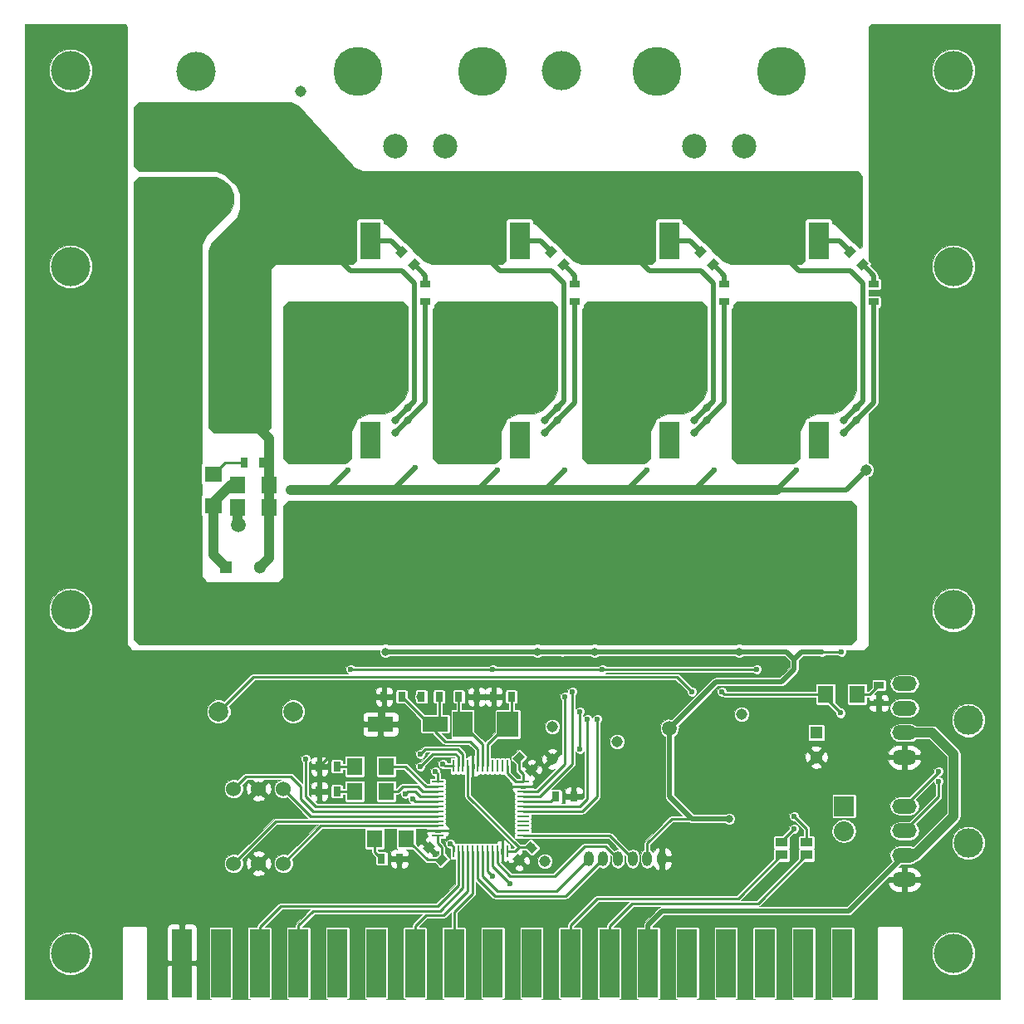
<source format=gbr>
G04 #@! TF.FileFunction,Copper,L1,Top,Signal*
%FSLAX46Y46*%
G04 Gerber Fmt 4.6, Leading zero omitted, Abs format (unit mm)*
G04 Created by KiCad (PCBNEW 4.0.3-stable) date 09/16/16 16:21:31*
%MOMM*%
%LPD*%
G01*
G04 APERTURE LIST*
%ADD10C,0.100000*%
%ADD11R,2.600000X1.500000*%
%ADD12R,0.250000X1.300000*%
%ADD13R,1.300000X0.250000*%
%ADD14C,1.300000*%
%ADD15R,1.300000X1.300000*%
%ADD16O,2.500000X1.500000*%
%ADD17C,3.000000*%
%ADD18R,1.998980X3.799840*%
%ADD19R,11.501120X8.999220*%
%ADD20R,1.600000X1.800000*%
%ADD21R,2.032000X2.032000*%
%ADD22O,2.032000X2.032000*%
%ADD23C,2.000000*%
%ADD24C,4.000000*%
%ADD25R,2.200000X2.600000*%
%ADD26R,2.000000X2.600000*%
%ADD27R,0.800000X1.000000*%
%ADD28R,1.000000X0.800000*%
%ADD29C,2.500000*%
%ADD30C,5.000000*%
%ADD31R,1.800000X1.600000*%
%ADD32R,2.000000X7.000000*%
%ADD33R,1.270000X0.965200*%
%ADD34O,1.000000X1.524000*%
%ADD35C,1.524000*%
%ADD36C,1.700000*%
%ADD37R,1.700000X1.700000*%
%ADD38C,1.143000*%
%ADD39C,0.800000*%
%ADD40C,0.600000*%
%ADD41C,1.500000*%
%ADD42C,0.250000*%
%ADD43C,0.500000*%
%ADD44C,1.000000*%
%ADD45C,0.300000*%
%ADD46C,0.026000*%
G04 APERTURE END LIST*
D10*
D11*
X36570000Y-71628000D03*
X42170000Y-71628000D03*
D12*
X49486000Y-75914000D03*
X48986000Y-75914000D03*
X48486000Y-75914000D03*
X47986000Y-75914000D03*
X47486000Y-75914000D03*
X46986000Y-75914000D03*
X46486000Y-75914000D03*
X45986000Y-75914000D03*
X45486000Y-75914000D03*
X44986000Y-75914000D03*
X44486000Y-75914000D03*
X43986000Y-75914000D03*
D13*
X42386000Y-77514000D03*
X42386000Y-78014000D03*
X42386000Y-78514000D03*
X42386000Y-79014000D03*
X42386000Y-79514000D03*
X42386000Y-80014000D03*
X42386000Y-80514000D03*
X42386000Y-81014000D03*
X42386000Y-81514000D03*
X42386000Y-82014000D03*
X42386000Y-82514000D03*
X42386000Y-83014000D03*
D12*
X43986000Y-84614000D03*
X44486000Y-84614000D03*
X44986000Y-84614000D03*
X45486000Y-84614000D03*
X45986000Y-84614000D03*
X46486000Y-84614000D03*
X46986000Y-84614000D03*
X47486000Y-84614000D03*
X47986000Y-84614000D03*
X48486000Y-84614000D03*
X48986000Y-84614000D03*
X49486000Y-84614000D03*
D13*
X51086000Y-83014000D03*
X51086000Y-82514000D03*
X51086000Y-82014000D03*
X51086000Y-81514000D03*
X51086000Y-81014000D03*
X51086000Y-80514000D03*
X51086000Y-80014000D03*
X51086000Y-79514000D03*
X51086000Y-79014000D03*
X51086000Y-78514000D03*
X51086000Y-78014000D03*
X51086000Y-77514000D03*
D14*
X81000000Y-75000000D03*
D15*
X81000000Y-72500000D03*
D16*
X90000000Y-87500000D03*
X90000000Y-85000000D03*
X90000000Y-82500000D03*
X90000000Y-80000000D03*
D17*
X96500000Y-83750000D03*
D18*
X65999360Y-42710100D03*
X61000640Y-42710100D03*
D19*
X63500000Y-53809900D03*
D18*
X35519360Y-42710100D03*
X30520640Y-42710100D03*
D19*
X33020000Y-53809900D03*
D20*
X37160000Y-78486000D03*
X33960000Y-78486000D03*
D21*
X83820000Y-80010000D03*
D22*
X83820000Y-82550000D03*
D18*
X50759360Y-42710100D03*
X45760640Y-42710100D03*
D19*
X48260000Y-53809900D03*
D18*
X50759360Y-22390100D03*
X45760640Y-22390100D03*
D19*
X48260000Y-33489900D03*
D18*
X35519360Y-22390100D03*
X30520640Y-22390100D03*
D19*
X33020000Y-33489900D03*
D18*
X81239360Y-42710100D03*
X76240640Y-42710100D03*
D19*
X78740000Y-53809900D03*
D18*
X81239360Y-22390100D03*
X76240640Y-22390100D03*
D19*
X78740000Y-33489900D03*
D18*
X65999360Y-22390100D03*
X61000640Y-22390100D03*
D19*
X63500000Y-33489900D03*
D23*
X20320000Y-12700000D03*
X20320000Y-17780000D03*
X15240000Y-12700000D03*
X15240000Y-17780000D03*
D24*
X17780000Y-5080000D03*
D20*
X22022000Y-49530000D03*
X25222000Y-49530000D03*
X22022000Y-47244000D03*
X25222000Y-47244000D03*
D25*
X49544000Y-71628000D03*
D26*
X44944000Y-71628000D03*
D27*
X36946000Y-68834000D03*
X38746000Y-68834000D03*
X49922000Y-68834000D03*
X48122000Y-68834000D03*
X44566000Y-68834000D03*
X46366000Y-68834000D03*
D10*
G36*
X50742315Y-86108792D02*
X50035208Y-85401685D01*
X50600893Y-84836000D01*
X51308000Y-85543107D01*
X50742315Y-86108792D01*
X50742315Y-86108792D01*
G37*
G36*
X52015107Y-84836000D02*
X51308000Y-84128893D01*
X51873685Y-83563208D01*
X52580792Y-84270315D01*
X52015107Y-84836000D01*
X52015107Y-84836000D01*
G37*
G36*
X40891208Y-84270315D02*
X41598315Y-83563208D01*
X42164000Y-84128893D01*
X41456893Y-84836000D01*
X40891208Y-84270315D01*
X40891208Y-84270315D01*
G37*
G36*
X42164000Y-85543107D02*
X42871107Y-84836000D01*
X43436792Y-85401685D01*
X42729685Y-86108792D01*
X42164000Y-85543107D01*
X42164000Y-85543107D01*
G37*
D27*
X40756000Y-68834000D03*
X42556000Y-68834000D03*
X56272000Y-78994000D03*
X54472000Y-78994000D03*
X32142000Y-78486000D03*
X30342000Y-78486000D03*
D28*
X56388000Y-26786000D03*
X56388000Y-28586000D03*
X41148000Y-26786000D03*
X41148000Y-28586000D03*
X86868000Y-26786000D03*
X86868000Y-28586000D03*
X71628000Y-26786000D03*
X71628000Y-28586000D03*
D10*
G36*
X52580792Y-76257685D02*
X51873685Y-76964792D01*
X51308000Y-76399107D01*
X52015107Y-75692000D01*
X52580792Y-76257685D01*
X52580792Y-76257685D01*
G37*
G36*
X51308000Y-74984893D02*
X50600893Y-75692000D01*
X50035208Y-75126315D01*
X50742315Y-74419208D01*
X51308000Y-74984893D01*
X51308000Y-74984893D01*
G37*
G36*
X55882792Y-24695685D02*
X55175685Y-25402792D01*
X54610000Y-24837107D01*
X55317107Y-24130000D01*
X55882792Y-24695685D01*
X55882792Y-24695685D01*
G37*
G36*
X54610000Y-23422893D02*
X53902893Y-24130000D01*
X53337208Y-23564315D01*
X54044315Y-22857208D01*
X54610000Y-23422893D01*
X54610000Y-23422893D01*
G37*
G36*
X40642792Y-24695685D02*
X39935685Y-25402792D01*
X39370000Y-24837107D01*
X40077107Y-24130000D01*
X40642792Y-24695685D01*
X40642792Y-24695685D01*
G37*
G36*
X39370000Y-23422893D02*
X38662893Y-24130000D01*
X38097208Y-23564315D01*
X38804315Y-22857208D01*
X39370000Y-23422893D01*
X39370000Y-23422893D01*
G37*
G36*
X86362792Y-24695685D02*
X85655685Y-25402792D01*
X85090000Y-24837107D01*
X85797107Y-24130000D01*
X86362792Y-24695685D01*
X86362792Y-24695685D01*
G37*
G36*
X85090000Y-23422893D02*
X84382893Y-24130000D01*
X83817208Y-23564315D01*
X84524315Y-22857208D01*
X85090000Y-23422893D01*
X85090000Y-23422893D01*
G37*
G36*
X71122792Y-24695685D02*
X70415685Y-25402792D01*
X69850000Y-24837107D01*
X70557107Y-24130000D01*
X71122792Y-24695685D01*
X71122792Y-24695685D01*
G37*
G36*
X69850000Y-23422893D02*
X69142893Y-24130000D01*
X68577208Y-23564315D01*
X69284315Y-22857208D01*
X69850000Y-23422893D01*
X69850000Y-23422893D01*
G37*
D29*
X43180000Y-12700000D03*
X38100000Y-12700000D03*
D30*
X46990000Y-5080000D03*
X34290000Y-5080000D03*
D29*
X73660000Y-12700000D03*
X68580000Y-12700000D03*
D30*
X77470000Y-5080000D03*
X64770000Y-5080000D03*
D16*
X90000000Y-75000000D03*
X90000000Y-72500000D03*
X90000000Y-70000000D03*
X90000000Y-67500000D03*
D17*
X96500000Y-71250000D03*
D20*
X39192000Y-83312000D03*
X35992000Y-83312000D03*
X81966000Y-68580000D03*
X85166000Y-68580000D03*
D31*
X19558000Y-49352000D03*
X19558000Y-46152000D03*
D27*
X36692000Y-85344000D03*
X38492000Y-85344000D03*
D28*
X87376000Y-67680000D03*
X87376000Y-69480000D03*
D27*
X22722000Y-44958000D03*
X24522000Y-44958000D03*
D32*
X16340000Y-96000000D03*
X20300000Y-96000000D03*
X24260000Y-96000000D03*
X28220000Y-96000000D03*
X32180000Y-96000000D03*
X36140000Y-96000000D03*
X40100000Y-96000000D03*
X44060000Y-96000000D03*
X48020000Y-96000000D03*
X51980000Y-96000000D03*
X55940000Y-96000000D03*
X59900000Y-96000000D03*
X63860000Y-96000000D03*
X67820000Y-96000000D03*
X71780000Y-96000000D03*
X75740000Y-96000000D03*
X79700000Y-96000000D03*
X83660000Y-96000000D03*
D33*
X77470000Y-83693000D03*
X77470000Y-84963000D03*
X80010000Y-83693000D03*
X80010000Y-84963000D03*
D34*
X65278000Y-85344000D03*
X63778000Y-85344000D03*
X62278000Y-85344000D03*
X60778000Y-85344000D03*
X59278000Y-85344000D03*
X57778000Y-85344000D03*
D35*
X26670000Y-78232000D03*
X24130000Y-78232000D03*
X21590000Y-78232000D03*
X21590000Y-85852000D03*
X24130000Y-85852000D03*
X26670000Y-85852000D03*
D36*
X20240000Y-25400000D03*
D37*
X15240000Y-25400000D03*
D36*
X20240000Y-38100000D03*
D37*
X15240000Y-38100000D03*
D14*
X24328000Y-55626000D03*
D15*
X20828000Y-55626000D03*
D38*
X54102000Y-71882000D03*
X60706000Y-73406000D03*
X73406000Y-70612000D03*
X53340000Y-85598000D03*
X54102000Y-75184000D03*
X12700000Y-45720000D03*
X28448000Y-7112000D03*
X86106000Y-45720000D03*
D23*
X20076160Y-70358000D03*
X27675840Y-70358000D03*
D20*
X37160000Y-75946000D03*
X33960000Y-75946000D03*
D27*
X32142000Y-75946000D03*
X30342000Y-75946000D03*
D24*
X55000000Y-5000000D03*
X5000000Y-5000000D03*
X5000000Y-25000000D03*
X95000000Y-60000000D03*
X5000000Y-60000000D03*
X95000000Y-25000000D03*
X95000000Y-5000000D03*
X95000000Y-95000000D03*
X5000000Y-95000000D03*
D39*
X72136000Y-82804000D03*
D40*
X85090000Y-65024000D03*
X57658000Y-65278000D03*
D39*
X18288000Y-91948000D03*
X22352000Y-91948000D03*
X30226000Y-91948000D03*
X26416000Y-91948000D03*
X38100000Y-91948000D03*
X34036000Y-91948000D03*
X45974000Y-91948000D03*
X42164000Y-91948000D03*
X54102000Y-91948000D03*
X50038000Y-91948000D03*
X58166000Y-91948000D03*
X81788000Y-91948000D03*
X77724000Y-91948000D03*
X73914000Y-91948000D03*
X69850000Y-91948000D03*
X66040000Y-91948000D03*
X61976000Y-91948000D03*
D40*
X56134000Y-77470000D03*
D39*
X51944396Y-76328396D03*
X50671604Y-85472396D03*
X41527604Y-84199604D03*
D40*
X46228000Y-77216000D03*
X49784000Y-78232000D03*
X48768000Y-83312000D03*
X44450000Y-82804000D03*
X45720000Y-74422000D03*
X82804000Y-65024000D03*
X47244000Y-72898000D03*
D39*
X74422000Y-65278000D03*
X65024000Y-65278000D03*
X67310000Y-65278000D03*
X46228000Y-65278000D03*
X36068000Y-65278000D03*
X43942000Y-65278000D03*
D40*
X80772000Y-65024000D03*
D39*
X76962000Y-65278000D03*
X61468000Y-65278000D03*
X51562000Y-65278000D03*
X40640000Y-68834000D03*
X72136000Y-81280000D03*
D40*
X55118000Y-64262000D03*
X83566000Y-64262000D03*
D39*
X50671604Y-75055604D03*
X51944396Y-84199604D03*
X42800396Y-85472396D03*
D41*
X66040000Y-72060000D03*
D40*
X81534000Y-64262000D03*
D39*
X58420000Y-64262000D03*
X37084000Y-64262000D03*
X52578000Y-64262000D03*
X73152000Y-64262000D03*
X48260000Y-43815000D03*
D41*
X50800000Y-33020000D03*
X50800000Y-30480000D03*
X48260000Y-30480000D03*
X45720000Y-30480000D03*
X43180000Y-38100000D03*
X48260000Y-38100000D03*
X45720000Y-38100000D03*
X50800000Y-38100000D03*
X50800000Y-35560000D03*
X48260000Y-35560000D03*
X45720000Y-35560000D03*
X43180000Y-35560000D03*
X43180000Y-33020000D03*
X45720000Y-33020000D03*
X48260000Y-33020000D03*
X43180000Y-30480000D03*
D40*
X71374000Y-68326000D03*
X68326000Y-68326000D03*
X83500000Y-70500000D03*
D41*
X25400000Y-13970000D03*
X25400000Y-11430000D03*
X22860000Y-13970000D03*
X22860000Y-11430000D03*
D39*
X38100000Y-40640000D03*
X39370000Y-39370000D03*
X54610000Y-39370000D03*
X53340000Y-40640000D03*
X83820000Y-40640000D03*
X85090000Y-39370000D03*
X68580000Y-40640000D03*
X69850000Y-39370000D03*
D41*
X21590000Y-38100000D03*
X24130000Y-38100000D03*
X24130000Y-35560000D03*
X24130000Y-25400000D03*
X24130000Y-22860000D03*
X24130000Y-20320000D03*
X24130000Y-17780000D03*
X21590000Y-33020000D03*
X24130000Y-33020000D03*
X24130000Y-30480000D03*
X21590000Y-30480000D03*
X21590000Y-27940000D03*
X24130000Y-27940000D03*
X17780000Y-13970000D03*
X17780000Y-11430000D03*
X12700000Y-13970000D03*
X12700000Y-11430000D03*
D39*
X33020000Y-43815000D03*
D41*
X35560000Y-30480000D03*
X27940000Y-38100000D03*
X30480000Y-38100000D03*
X33020000Y-38100000D03*
X35560000Y-38100000D03*
X38100000Y-35560000D03*
X35560000Y-35560000D03*
X33020000Y-35560000D03*
X30480000Y-35560000D03*
X27940000Y-35560000D03*
X27940000Y-33020000D03*
X30480000Y-33020000D03*
X33020000Y-33020000D03*
X35560000Y-33020000D03*
X38100000Y-33020000D03*
X38100000Y-30480000D03*
X33020000Y-30480000D03*
X30480000Y-30480000D03*
X27940000Y-30480000D03*
X81280000Y-38100000D03*
X81280000Y-30480000D03*
D39*
X78740000Y-43815000D03*
D41*
X76200000Y-30480000D03*
X78740000Y-30480000D03*
X73660000Y-30480000D03*
X73660000Y-33020000D03*
X73660000Y-35560000D03*
X78740000Y-38100000D03*
X76200000Y-38100000D03*
X73660000Y-38100000D03*
X81280000Y-35560000D03*
X78740000Y-35560000D03*
X76200000Y-35560000D03*
X76200000Y-33020000D03*
X78740000Y-33020000D03*
X81280000Y-33020000D03*
D39*
X63500000Y-43815000D03*
D41*
X58420000Y-38100000D03*
X60960000Y-38100000D03*
X63500000Y-38100000D03*
X66040000Y-38100000D03*
X68580000Y-35560000D03*
X66040000Y-35560000D03*
X63500000Y-35560000D03*
X60960000Y-35560000D03*
X58420000Y-35560000D03*
X58420000Y-33020000D03*
X60960000Y-33020000D03*
X63500000Y-33020000D03*
X66040000Y-33020000D03*
X68580000Y-33020000D03*
X68580000Y-30480000D03*
X66040000Y-30480000D03*
X63500000Y-30480000D03*
X60960000Y-30480000D03*
X58420000Y-30480000D03*
X22098000Y-51308000D03*
X22860000Y-60960000D03*
X22860000Y-58420000D03*
X20320000Y-58420000D03*
X20320000Y-60960000D03*
X17780000Y-60960000D03*
X17780000Y-58420000D03*
X15240000Y-60960000D03*
X15240000Y-58420000D03*
X15240000Y-55880000D03*
X15240000Y-53340000D03*
X15240000Y-50800000D03*
X15240000Y-48260000D03*
X15240000Y-45720000D03*
X15240000Y-43180000D03*
X12700000Y-20320000D03*
X12700000Y-22860000D03*
X12700000Y-25400000D03*
X12700000Y-27940000D03*
X12700000Y-30480000D03*
X12700000Y-33020000D03*
X12700000Y-35560000D03*
X12700000Y-38100000D03*
X12700000Y-40640000D03*
X12700000Y-43180000D03*
X12700000Y-48260000D03*
X12700000Y-50800000D03*
X12700000Y-53340000D03*
X12700000Y-55880000D03*
X12700000Y-58420000D03*
X12700000Y-60960000D03*
D40*
X40640000Y-75946000D03*
X40640000Y-74676000D03*
X39878000Y-79248000D03*
X39116000Y-78740000D03*
X78740000Y-81026000D03*
X93472000Y-76454000D03*
X93472000Y-77470000D03*
X78740000Y-82296000D03*
D39*
X53340000Y-41910000D03*
X54610000Y-40640000D03*
X38100000Y-41910000D03*
X39370000Y-40640000D03*
X83820000Y-41910000D03*
X85090000Y-40640000D03*
X68580000Y-41910000D03*
X69850000Y-40640000D03*
D40*
X42926000Y-75692000D03*
X42164000Y-76454000D03*
X56896000Y-70358000D03*
X56896000Y-74168000D03*
X43688000Y-83820000D03*
X33528000Y-66040000D03*
X48006000Y-66040000D03*
X74930000Y-66040000D03*
X59182000Y-66040000D03*
X48006000Y-87122000D03*
X56134000Y-68326000D03*
X55372000Y-68834000D03*
X58674000Y-71120000D03*
X57658000Y-71120000D03*
X49784000Y-87884000D03*
X40132000Y-45466000D03*
X55372000Y-45720000D03*
X70612000Y-45720000D03*
D39*
X27432000Y-47752000D03*
D41*
X22022000Y-47244000D03*
D40*
X33274000Y-45720000D03*
X48514000Y-45720000D03*
X63754000Y-45720000D03*
X78994000Y-45720000D03*
D39*
X50800000Y-43180000D03*
X35560000Y-43180000D03*
X81280000Y-43180000D03*
X66040000Y-43180000D03*
D40*
X28956000Y-75184000D03*
D42*
X30342000Y-75946000D02*
X34660000Y-71628000D01*
X34660000Y-71628000D02*
X36570000Y-71628000D01*
X30342000Y-78486000D02*
X30342000Y-75946000D01*
X35422000Y-71628000D02*
X36570000Y-71628000D01*
X45466000Y-67310000D02*
X37592000Y-67310000D01*
X46366000Y-68210000D02*
X45466000Y-67310000D01*
X46366000Y-68834000D02*
X46366000Y-68210000D01*
X36946000Y-67956000D02*
X37592000Y-67310000D01*
X36946000Y-67956000D02*
X36946000Y-68834000D01*
X90000000Y-87500000D02*
X90000000Y-89070000D01*
X87122000Y-91948000D02*
X81788000Y-91948000D01*
X90000000Y-89070000D02*
X87122000Y-91948000D01*
D43*
X65278000Y-85344000D02*
X67564000Y-85344000D01*
X67564000Y-85344000D02*
X70104000Y-82804000D01*
X72136000Y-82804000D02*
X70104000Y-82804000D01*
D42*
X85090000Y-65024000D02*
X82804000Y-65024000D01*
X22352000Y-91948000D02*
X18288000Y-91948000D01*
X34036000Y-91948000D02*
X30226000Y-91948000D01*
X38100000Y-91948000D02*
X34036000Y-91948000D01*
X50038000Y-91948000D02*
X45974000Y-91948000D01*
X54102000Y-91948000D02*
X50038000Y-91948000D01*
X77724000Y-91948000D02*
X73914000Y-91948000D01*
X69850000Y-91948000D02*
X66040000Y-91948000D01*
X56134000Y-77470000D02*
X56272000Y-77608000D01*
X56272000Y-77608000D02*
X56272000Y-78994000D01*
X52578000Y-76962000D02*
X51944396Y-76328396D01*
X52578000Y-77470000D02*
X52578000Y-76962000D01*
X52034000Y-78014000D02*
X52578000Y-77470000D01*
X51086000Y-78014000D02*
X52034000Y-78014000D01*
X48986000Y-85562000D02*
X49276000Y-85852000D01*
X49276000Y-85852000D02*
X50292000Y-85852000D01*
X50292000Y-85852000D02*
X50671604Y-85472396D01*
X48986000Y-84614000D02*
X48986000Y-85562000D01*
X40894000Y-83566000D02*
X41527604Y-84199604D01*
X40894000Y-82804000D02*
X40894000Y-83566000D01*
X41184000Y-82514000D02*
X40894000Y-82804000D01*
X42386000Y-82514000D02*
X41184000Y-82514000D01*
X45986000Y-76974000D02*
X46228000Y-77216000D01*
X45986000Y-75914000D02*
X45986000Y-76974000D01*
X50002000Y-78014000D02*
X49784000Y-78232000D01*
X50002000Y-78014000D02*
X51086000Y-78014000D01*
X48986000Y-83530000D02*
X48768000Y-83312000D01*
X48986000Y-84614000D02*
X48986000Y-83530000D01*
X44160000Y-82514000D02*
X44450000Y-82804000D01*
X44160000Y-82514000D02*
X42386000Y-82514000D01*
X90000000Y-75000000D02*
X87954000Y-75000000D01*
X87376000Y-74422000D02*
X87376000Y-72376000D01*
X87954000Y-75000000D02*
X87376000Y-74422000D01*
X47244000Y-70612000D02*
X48122000Y-69734000D01*
X48122000Y-69734000D02*
X48122000Y-68834000D01*
X46366000Y-68834000D02*
X46366000Y-69734000D01*
X46366000Y-69734000D02*
X47244000Y-70612000D01*
X46366000Y-68834000D02*
X48122000Y-68834000D01*
X45986000Y-75914000D02*
X45986000Y-74688000D01*
X45986000Y-74688000D02*
X45720000Y-74422000D01*
X87376000Y-69480000D02*
X87376000Y-72376000D01*
X47244000Y-70612000D02*
X47244000Y-70866000D01*
X47244000Y-70866000D02*
X47244000Y-72898000D01*
X36946000Y-68834000D02*
X36946000Y-71252000D01*
X36946000Y-71252000D02*
X36570000Y-71628000D01*
D43*
X43942000Y-65278000D02*
X36068000Y-65278000D01*
X46228000Y-65278000D02*
X43942000Y-65278000D01*
X51562000Y-65278000D02*
X46228000Y-65278000D01*
D42*
X89560000Y-74560000D02*
X90000000Y-75000000D01*
X80772000Y-65024000D02*
X82804000Y-65024000D01*
D43*
X76962000Y-65278000D02*
X76200000Y-65278000D01*
X76200000Y-65278000D02*
X74422000Y-65278000D01*
X74422000Y-65278000D02*
X67310000Y-65278000D01*
X67310000Y-65278000D02*
X65024000Y-65278000D01*
X65024000Y-65278000D02*
X61468000Y-65278000D01*
X61468000Y-65278000D02*
X57658000Y-65278000D01*
X57658000Y-65278000D02*
X51562000Y-65278000D01*
D42*
X36570000Y-71628000D02*
X36570000Y-71010000D01*
X43180000Y-73406000D02*
X45720000Y-73406000D01*
X46486000Y-74172000D02*
X45720000Y-73406000D01*
X46486000Y-75914000D02*
X46486000Y-74172000D01*
X42170000Y-72396000D02*
X43180000Y-73406000D01*
X42170000Y-72396000D02*
X42170000Y-71628000D01*
X38746000Y-68834000D02*
X41540000Y-71628000D01*
X41540000Y-71628000D02*
X42170000Y-71628000D01*
X42556000Y-68834000D02*
X42556000Y-71242000D01*
X42556000Y-71242000D02*
X42170000Y-71628000D01*
X49922000Y-68834000D02*
X49922000Y-71250000D01*
X49922000Y-71250000D02*
X49544000Y-71628000D01*
X50176000Y-70996000D02*
X49544000Y-71628000D01*
X49922000Y-71250000D02*
X49544000Y-71628000D01*
X47486000Y-75914000D02*
X47486000Y-73686000D01*
X47486000Y-73686000D02*
X49544000Y-71628000D01*
X44566000Y-68834000D02*
X44566000Y-71250000D01*
X44566000Y-71250000D02*
X44944000Y-71628000D01*
X44944000Y-71628000D02*
X44566000Y-71250000D01*
X46986000Y-75914000D02*
X46986000Y-73670000D01*
X46986000Y-73670000D02*
X44944000Y-71628000D01*
X40640000Y-68834000D02*
X40756000Y-68834000D01*
D43*
X68326000Y-81280000D02*
X72136000Y-81280000D01*
X66040000Y-72060000D02*
X66040000Y-78994000D01*
X66040000Y-78994000D02*
X68326000Y-81280000D01*
D42*
X83566000Y-64262000D02*
X81534000Y-64262000D01*
X63778000Y-85344000D02*
X63778000Y-83796000D01*
X63778000Y-83796000D02*
X66294000Y-81280000D01*
X66294000Y-81280000D02*
X68326000Y-81280000D01*
X50671604Y-75055604D02*
X50671604Y-76325604D01*
X50671604Y-76325604D02*
X51086000Y-76740000D01*
X51086000Y-76740000D02*
X51086000Y-77514000D01*
X50673000Y-84201000D02*
X45486000Y-79014000D01*
X45486000Y-79014000D02*
X45486000Y-75914000D01*
X49486000Y-84614000D02*
X50260000Y-84614000D01*
X50260000Y-84614000D02*
X50673000Y-84201000D01*
X50673000Y-84201000D02*
X50674396Y-84199604D01*
X50674396Y-84199604D02*
X51944396Y-84199604D01*
X49486000Y-75914000D02*
X49486000Y-76664000D01*
X49486000Y-76664000D02*
X50336000Y-77514000D01*
X50336000Y-77514000D02*
X51086000Y-77514000D01*
X42386000Y-83014000D02*
X42386000Y-83788000D01*
X42386000Y-83788000D02*
X42800396Y-84202396D01*
X42800396Y-84202396D02*
X42800396Y-85472396D01*
X39192000Y-83312000D02*
X41352396Y-85472396D01*
X41352396Y-85472396D02*
X42800396Y-85472396D01*
X66040000Y-78994000D02*
X67342000Y-80296000D01*
X68326000Y-81280000D02*
X67342000Y-80296000D01*
D43*
X78740000Y-65024000D02*
X79502000Y-64262000D01*
X79502000Y-64262000D02*
X81534000Y-64262000D01*
X77978000Y-64262000D02*
X73152000Y-64262000D01*
X78740000Y-65024000D02*
X77978000Y-64262000D01*
X78740000Y-66040000D02*
X78740000Y-65024000D01*
X77470000Y-67310000D02*
X78740000Y-66040000D01*
X70790000Y-67310000D02*
X77470000Y-67310000D01*
X66040000Y-72060000D02*
X70790000Y-67310000D01*
D42*
X39954000Y-84074000D02*
X39192000Y-83312000D01*
X39490000Y-83014000D02*
X39192000Y-83312000D01*
D43*
X37084000Y-64262000D02*
X39370000Y-64262000D01*
X53594000Y-64262000D02*
X52578000Y-64262000D01*
X53594000Y-64262000D02*
X55118000Y-64262000D01*
X55118000Y-64262000D02*
X57404000Y-64262000D01*
X58420000Y-64262000D02*
X57404000Y-64262000D01*
X52578000Y-64262000D02*
X39370000Y-64262000D01*
X73152000Y-64262000D02*
X58420000Y-64262000D01*
X48260000Y-43815000D02*
X47155100Y-42710100D01*
X47155100Y-42710100D02*
X45760640Y-42710100D01*
D44*
X48260000Y-33020000D02*
X50800000Y-33020000D01*
X48260000Y-30480000D02*
X45720000Y-30480000D01*
X45720000Y-38100000D02*
X48260000Y-38100000D01*
X50800000Y-38100000D02*
X53340000Y-35560000D01*
X50800000Y-35560000D02*
X48260000Y-35560000D01*
X45720000Y-35560000D02*
X43180000Y-35560000D01*
X43180000Y-33020000D02*
X45720000Y-33020000D01*
X43180000Y-30480000D02*
X48260000Y-33489900D01*
D42*
X20076160Y-70358000D02*
X23632160Y-66802000D01*
X71628000Y-68580000D02*
X71374000Y-68326000D01*
X68326000Y-68326000D02*
X66802000Y-66802000D01*
X66802000Y-66802000D02*
X28712160Y-66802000D01*
X71628000Y-68580000D02*
X81966000Y-68580000D01*
X23632160Y-66802000D02*
X28712160Y-66802000D01*
D45*
X83500000Y-70500000D02*
X81966000Y-68966000D01*
X81966000Y-68966000D02*
X81966000Y-68580000D01*
D44*
X90000000Y-85000000D02*
X91022000Y-85000000D01*
X91022000Y-85000000D02*
X94996000Y-81026000D01*
X94996000Y-81026000D02*
X94996000Y-74676000D01*
X94996000Y-74676000D02*
X92820000Y-72500000D01*
X92820000Y-72500000D02*
X90000000Y-72500000D01*
D43*
X90000000Y-85000000D02*
X84322000Y-90678000D01*
X84322000Y-90678000D02*
X84328000Y-90678000D01*
X90000000Y-72500000D02*
X92820000Y-72500000D01*
X63860000Y-96000000D02*
X63860000Y-92096000D01*
X65278000Y-90678000D02*
X84328000Y-90678000D01*
X63860000Y-92096000D02*
X65278000Y-90678000D01*
D44*
X25400000Y-13970000D02*
X25400000Y-11430000D01*
X22860000Y-11430000D02*
X22860000Y-13970000D01*
D43*
X85725000Y-38100000D02*
X85725000Y-38735000D01*
X85725000Y-26670000D02*
X85725000Y-38100000D01*
X84455000Y-25400000D02*
X85725000Y-26670000D01*
X79250540Y-25400000D02*
X84455000Y-25400000D01*
X76240640Y-22390100D02*
X79250540Y-25400000D01*
X85725000Y-38735000D02*
X85090000Y-39370000D01*
D42*
X24522000Y-44958000D02*
X25222000Y-44958000D01*
X25222000Y-44958000D02*
X25146000Y-44958000D01*
X25146000Y-44958000D02*
X25222000Y-44958000D01*
D44*
X25222000Y-47244000D02*
X25222000Y-44958000D01*
X25222000Y-44958000D02*
X25222000Y-42494000D01*
X24130000Y-41402000D02*
X24130000Y-38100000D01*
X25222000Y-42494000D02*
X24130000Y-41402000D01*
X25222000Y-49530000D02*
X25222000Y-54732000D01*
X25222000Y-54732000D02*
X24328000Y-55626000D01*
X25222000Y-47244000D02*
X25222000Y-49530000D01*
D43*
X39370000Y-39370000D02*
X40005000Y-38735000D01*
X40005000Y-38735000D02*
X40005000Y-38100000D01*
X38100000Y-40640000D02*
X39370000Y-39370000D01*
X55245000Y-38100000D02*
X55245000Y-38735000D01*
X55245000Y-38735000D02*
X54610000Y-39370000D01*
X53340000Y-40640000D02*
X54610000Y-39370000D01*
X83820000Y-40640000D02*
X85090000Y-39370000D01*
X70485000Y-38100000D02*
X70485000Y-38735000D01*
X70485000Y-38735000D02*
X69850000Y-39370000D01*
X68580000Y-40640000D02*
X69850000Y-39370000D01*
X61000640Y-22390100D02*
X64010540Y-25400000D01*
X64010540Y-25400000D02*
X69215000Y-25400000D01*
X70485000Y-26670000D02*
X69215000Y-25400000D01*
X55245000Y-38100000D02*
X55245000Y-26670000D01*
X55245000Y-26670000D02*
X53975000Y-25400000D01*
X53975000Y-25400000D02*
X48770540Y-25400000D01*
X48770540Y-25400000D02*
X45760640Y-22390100D01*
X30520640Y-22390100D02*
X33530540Y-25400000D01*
X33530540Y-25400000D02*
X38735000Y-25400000D01*
X38735000Y-25400000D02*
X40005000Y-26670000D01*
X40005000Y-26670000D02*
X40005000Y-38100000D01*
X24130000Y-38100000D02*
X21590000Y-38100000D01*
X24130000Y-33020000D02*
X24130000Y-35560000D01*
X24130000Y-25400000D02*
X24130000Y-27940000D01*
D44*
X24130000Y-22860000D02*
X24130000Y-20320000D01*
D43*
X24130000Y-30480000D02*
X24130000Y-33020000D01*
X21590000Y-27940000D02*
X21590000Y-30480000D01*
D44*
X17780000Y-11430000D02*
X17780000Y-13970000D01*
X12700000Y-11430000D02*
X12700000Y-13970000D01*
D43*
X70485000Y-38100000D02*
X70485000Y-26670000D01*
X33020000Y-43815000D02*
X31915100Y-42710100D01*
X31915100Y-42710100D02*
X30520640Y-42710100D01*
D44*
X35560000Y-30480000D02*
X33020000Y-33489900D01*
X27940000Y-38100000D02*
X30480000Y-38100000D01*
X33020000Y-38100000D02*
X35560000Y-38100000D01*
X38100000Y-35560000D02*
X35560000Y-35560000D01*
X33020000Y-35560000D02*
X30480000Y-35560000D01*
X27940000Y-35560000D02*
X27940000Y-33020000D01*
X30480000Y-33020000D02*
X33020000Y-33020000D01*
X35560000Y-33020000D02*
X38100000Y-33020000D01*
X38100000Y-30480000D02*
X33020000Y-30480000D01*
X30480000Y-30480000D02*
X27940000Y-30480000D01*
D43*
X78740000Y-43815000D02*
X77635100Y-42710100D01*
X77635100Y-42710100D02*
X76240640Y-42710100D01*
D44*
X78740000Y-33489900D02*
X78740000Y-33020000D01*
X78740000Y-33020000D02*
X81280000Y-30480000D01*
X78740000Y-33489900D02*
X78740000Y-33020000D01*
X78740000Y-33020000D02*
X76200000Y-30480000D01*
X78740000Y-30480000D02*
X81280000Y-30480000D01*
X81280000Y-30480000D02*
X78740000Y-33489900D01*
X73660000Y-30480000D02*
X73660000Y-33020000D01*
X73660000Y-35560000D02*
X73660000Y-38100000D01*
X76200000Y-38100000D02*
X78740000Y-38100000D01*
X81280000Y-35560000D02*
X78740000Y-35560000D01*
X76200000Y-35560000D02*
X76200000Y-33020000D01*
X78740000Y-33020000D02*
X81280000Y-33020000D01*
X83820000Y-33020000D02*
X78740000Y-33489900D01*
D43*
X63500000Y-43815000D02*
X62395100Y-42710100D01*
X62395100Y-42710100D02*
X61000640Y-42710100D01*
D44*
X60960000Y-38100000D02*
X63500000Y-38100000D01*
X66040000Y-38100000D02*
X68580000Y-35560000D01*
X66040000Y-35560000D02*
X63500000Y-35560000D01*
X60960000Y-35560000D02*
X58420000Y-35560000D01*
X58420000Y-33020000D02*
X60960000Y-33020000D01*
X63500000Y-33020000D02*
X66040000Y-33020000D01*
X68580000Y-33020000D02*
X68580000Y-30480000D01*
X66040000Y-30480000D02*
X63500000Y-30480000D01*
X60960000Y-30480000D02*
X58420000Y-30480000D01*
X22022000Y-51232000D02*
X22022000Y-49530000D01*
X22098000Y-51308000D02*
X22022000Y-51232000D01*
X30949900Y-55880000D02*
X33020000Y-53809900D01*
X15240000Y-58420000D02*
X17780000Y-58420000D01*
X20320000Y-58420000D02*
X22860000Y-58420000D01*
X17780000Y-60960000D02*
X20320000Y-60960000D01*
X32056100Y-52846000D02*
X33020000Y-53809900D01*
X32550100Y-53340000D02*
X33020000Y-53809900D01*
X12700000Y-60960000D02*
X15240000Y-60960000D01*
X15240000Y-58420000D02*
X15240000Y-55880000D01*
X15240000Y-53340000D02*
X15240000Y-50800000D01*
X15240000Y-48260000D02*
X15240000Y-45720000D01*
X15240000Y-17780000D02*
X12700000Y-20320000D01*
X12700000Y-22860000D02*
X12700000Y-25400000D01*
X12700000Y-27940000D02*
X12700000Y-30480000D01*
X12700000Y-33020000D02*
X12700000Y-35560000D01*
X12700000Y-38100000D02*
X12700000Y-40640000D01*
X12700000Y-43180000D02*
X12700000Y-45720000D01*
X12700000Y-48260000D02*
X12700000Y-50800000D01*
X12700000Y-53340000D02*
X12700000Y-55880000D01*
X12700000Y-58420000D02*
X12700000Y-60960000D01*
D42*
X32142000Y-78486000D02*
X33960000Y-78486000D01*
X42926000Y-74676000D02*
X41910000Y-74676000D01*
X41910000Y-74676000D02*
X40640000Y-75946000D01*
X44486000Y-74966000D02*
X44196000Y-74676000D01*
X44196000Y-74676000D02*
X42926000Y-74676000D01*
X44486000Y-75914000D02*
X44486000Y-74966000D01*
X41148000Y-74168000D02*
X40640000Y-74676000D01*
X44986000Y-75914000D02*
X44986000Y-74704000D01*
X44986000Y-74704000D02*
X44450000Y-74168000D01*
X44450000Y-74168000D02*
X41148000Y-74168000D01*
X44986000Y-74704000D02*
X44450000Y-74168000D01*
X42386000Y-79514000D02*
X40144000Y-79514000D01*
X40144000Y-79514000D02*
X39878000Y-79248000D01*
X39370000Y-78486000D02*
X40132000Y-78486000D01*
X39116000Y-78740000D02*
X39370000Y-78486000D01*
X42386000Y-79014000D02*
X40660000Y-79014000D01*
X40132000Y-78486000D02*
X40132000Y-78486000D01*
X40660000Y-79014000D02*
X40132000Y-78486000D01*
X80010000Y-83693000D02*
X80010000Y-82296000D01*
X80010000Y-82296000D02*
X78740000Y-81026000D01*
X90000000Y-80000000D02*
X93472000Y-76528000D01*
X93472000Y-76528000D02*
X93472000Y-76454000D01*
X90010000Y-80010000D02*
X90000000Y-80000000D01*
X90000000Y-82500000D02*
X93472000Y-79028000D01*
X93472000Y-79028000D02*
X93472000Y-77470000D01*
X77470000Y-83693000D02*
X77470000Y-83566000D01*
X77470000Y-83566000D02*
X78740000Y-82296000D01*
X92710000Y-79790000D02*
X90000000Y-82500000D01*
X44486000Y-84614000D02*
X44486000Y-88102000D01*
X24260000Y-92326000D02*
X24260000Y-96000000D01*
X26416000Y-90170000D02*
X24260000Y-92326000D01*
X42418000Y-90170000D02*
X26416000Y-90170000D01*
X44486000Y-88102000D02*
X42418000Y-90170000D01*
X28220000Y-96000000D02*
X28220000Y-92176000D01*
X44986000Y-88364000D02*
X44986000Y-84614000D01*
X42672000Y-90678000D02*
X44986000Y-88364000D01*
X29718000Y-90678000D02*
X42672000Y-90678000D01*
X28220000Y-92176000D02*
X29718000Y-90678000D01*
X28220000Y-96000000D02*
X28220000Y-93192000D01*
X28220000Y-93700000D02*
X28220000Y-96000000D01*
X45486000Y-84614000D02*
X45486000Y-88626000D01*
X40100000Y-92234000D02*
X40100000Y-96000000D01*
X41205998Y-91128002D02*
X40100000Y-92234000D01*
X42983998Y-91128002D02*
X41205998Y-91128002D01*
X45486000Y-88626000D02*
X42983998Y-91128002D01*
X40100000Y-94520000D02*
X40100000Y-96000000D01*
X44060000Y-96000000D02*
X44060000Y-90814000D01*
X45986000Y-88888000D02*
X45986000Y-84614000D01*
X44060000Y-90814000D02*
X45986000Y-88888000D01*
X46986000Y-84614000D02*
X46986000Y-87118000D01*
X46986000Y-87118000D02*
X48514000Y-88646000D01*
X48514000Y-88646000D02*
X54476000Y-88646000D01*
X54476000Y-88646000D02*
X57778000Y-85344000D01*
X46486000Y-84614000D02*
X46486000Y-87380000D01*
X46486000Y-87380000D02*
X48260000Y-89154000D01*
X48260000Y-89154000D02*
X55468000Y-89154000D01*
X55468000Y-89154000D02*
X59278000Y-85344000D01*
X48486000Y-84614000D02*
X48486000Y-85824000D01*
X48486000Y-85824000D02*
X49784000Y-87122000D01*
X49784000Y-87122000D02*
X54356000Y-87122000D01*
X54356000Y-87122000D02*
X57404000Y-84074000D01*
X57404000Y-84074000D02*
X59508000Y-84074000D01*
X59508000Y-84074000D02*
X60778000Y-85344000D01*
X51086000Y-83014000D02*
X59948000Y-83014000D01*
X59948000Y-83014000D02*
X62278000Y-85344000D01*
X51086000Y-79514000D02*
X53952000Y-79514000D01*
X53952000Y-79514000D02*
X54472000Y-78994000D01*
D43*
X56388000Y-28586000D02*
X56388000Y-38862000D01*
X56388000Y-38862000D02*
X54610000Y-40640000D01*
X53340000Y-41910000D02*
X54610000Y-40640000D01*
X41148000Y-28586000D02*
X41148000Y-38862000D01*
X41148000Y-38862000D02*
X39370000Y-40640000D01*
X38100000Y-41910000D02*
X39370000Y-40640000D01*
X85090000Y-40640000D02*
X86868000Y-38862000D01*
X86868000Y-38862000D02*
X86868000Y-28586000D01*
X83820000Y-41910000D02*
X85090000Y-40640000D01*
X71628000Y-28586000D02*
X71628000Y-38862000D01*
X71628000Y-38862000D02*
X69850000Y-40640000D01*
X68580000Y-41910000D02*
X69850000Y-40640000D01*
D42*
X43148000Y-75914000D02*
X42926000Y-75692000D01*
X43986000Y-75914000D02*
X43148000Y-75914000D01*
X42386000Y-76676000D02*
X42164000Y-76454000D01*
X42386000Y-76676000D02*
X42386000Y-77514000D01*
X56896000Y-70358000D02*
X56896000Y-74168000D01*
X43986000Y-84118000D02*
X43688000Y-83820000D01*
X43986000Y-84614000D02*
X43986000Y-84118000D01*
X36830000Y-66040000D02*
X33528000Y-66040000D01*
X36830000Y-66040000D02*
X48006000Y-66040000D01*
X48006000Y-66040000D02*
X54864000Y-66040000D01*
X54864000Y-66040000D02*
X55372000Y-66040000D01*
X55372000Y-66040000D02*
X59182000Y-66040000D01*
X59182000Y-66040000D02*
X74930000Y-66040000D01*
X47486000Y-86602000D02*
X47486000Y-84614000D01*
X47486000Y-86602000D02*
X48006000Y-87122000D01*
X52812000Y-79014000D02*
X56134000Y-75692000D01*
X56134000Y-68326000D02*
X56134000Y-75692000D01*
X52812000Y-79014000D02*
X51086000Y-79014000D01*
X51086000Y-78514000D02*
X52550000Y-78514000D01*
X55372000Y-75692000D02*
X52550000Y-78514000D01*
X55372000Y-68834000D02*
X55372000Y-75692000D01*
X57154000Y-80514000D02*
X51086000Y-80514000D01*
X58674000Y-78994000D02*
X57154000Y-80514000D01*
X58674000Y-71120000D02*
X58674000Y-78994000D01*
X56892000Y-80014000D02*
X51086000Y-80014000D01*
X57658000Y-79248000D02*
X56892000Y-80014000D01*
X57658000Y-71120000D02*
X57658000Y-79248000D01*
X47986000Y-84614000D02*
X47986000Y-86086000D01*
X47986000Y-86086000D02*
X49784000Y-87884000D01*
D43*
X40132000Y-45466000D02*
X37846000Y-47752000D01*
X55372000Y-45720000D02*
X53340000Y-47752000D01*
X70612000Y-45720000D02*
X68580000Y-47752000D01*
X86106000Y-45720000D02*
X84074000Y-47752000D01*
X84074000Y-47752000D02*
X83820000Y-47752000D01*
D44*
X28702000Y-47752000D02*
X31242000Y-47752000D01*
X28702000Y-47752000D02*
X27432000Y-47752000D01*
X22022000Y-47244000D02*
X21336000Y-47244000D01*
X21336000Y-47244000D02*
X19558000Y-49022000D01*
X19558000Y-49022000D02*
X19558000Y-49352000D01*
X19558000Y-49352000D02*
X19558000Y-54356000D01*
X19558000Y-54356000D02*
X20828000Y-55626000D01*
D43*
X33274000Y-45720000D02*
X31242000Y-47752000D01*
D44*
X31242000Y-47752000D02*
X37846000Y-47752000D01*
X37846000Y-47752000D02*
X46482000Y-47752000D01*
D43*
X48514000Y-45720000D02*
X46482000Y-47752000D01*
D44*
X46482000Y-47752000D02*
X53340000Y-47752000D01*
D43*
X63754000Y-45720000D02*
X61722000Y-47752000D01*
D44*
X53340000Y-47752000D02*
X61722000Y-47752000D01*
D43*
X76962000Y-47752000D02*
X83820000Y-47752000D01*
X78994000Y-45720000D02*
X76962000Y-47752000D01*
D44*
X61722000Y-47752000D02*
X68580000Y-47752000D01*
X68580000Y-47752000D02*
X76962000Y-47752000D01*
D43*
X50800000Y-43180000D02*
X50759360Y-43139360D01*
X50759360Y-43139360D02*
X50759360Y-42710100D01*
X55246396Y-24766396D02*
X56388000Y-25908000D01*
X56388000Y-25908000D02*
X56388000Y-26786000D01*
X50759360Y-22390100D02*
X52870100Y-22390100D01*
X52870100Y-22390100D02*
X53973604Y-23493604D01*
X35560000Y-43180000D02*
X35519360Y-43139360D01*
X35519360Y-43139360D02*
X35519360Y-42710100D01*
X41148000Y-26786000D02*
X41148000Y-25908000D01*
X41148000Y-25908000D02*
X40006396Y-24766396D01*
X35519360Y-22390100D02*
X37630100Y-22390100D01*
X37630100Y-22390100D02*
X38733604Y-23493604D01*
X81280000Y-43180000D02*
X81239360Y-43139360D01*
X81239360Y-43139360D02*
X81239360Y-42710100D01*
X86868000Y-26786000D02*
X86868000Y-25908000D01*
X86868000Y-25908000D02*
X85726396Y-24766396D01*
X84453604Y-23493604D02*
X83350100Y-22390100D01*
X83350100Y-22390100D02*
X81239360Y-22390100D01*
X66040000Y-43180000D02*
X65999360Y-43139360D01*
X65999360Y-43139360D02*
X65999360Y-42710100D01*
X71628000Y-26786000D02*
X71628000Y-25908000D01*
X71628000Y-25908000D02*
X70486396Y-24766396D01*
X65999360Y-22390100D02*
X68110100Y-22390100D01*
X68110100Y-22390100D02*
X69213604Y-23493604D01*
D42*
X36692000Y-85344000D02*
X35992000Y-84644000D01*
X35992000Y-84644000D02*
X35992000Y-83312000D01*
X85166000Y-68580000D02*
X86476000Y-68580000D01*
X86476000Y-68580000D02*
X87376000Y-67680000D01*
X22722000Y-44958000D02*
X20752000Y-44958000D01*
X20752000Y-44958000D02*
X19558000Y-46152000D01*
X21590000Y-78232000D02*
X22860000Y-76962000D01*
X29714000Y-80514000D02*
X42386000Y-80514000D01*
X28448000Y-79248000D02*
X29714000Y-80514000D01*
X28448000Y-77978000D02*
X28448000Y-79248000D01*
X27432000Y-76962000D02*
X28448000Y-77978000D01*
X22860000Y-76962000D02*
X27432000Y-76962000D01*
X26670000Y-78232000D02*
X29452000Y-81014000D01*
X29452000Y-81014000D02*
X42386000Y-81014000D01*
X42386000Y-81514000D02*
X25928000Y-81514000D01*
X25928000Y-81514000D02*
X21590000Y-85852000D01*
X42386000Y-82014000D02*
X30508000Y-82014000D01*
X30508000Y-82014000D02*
X26670000Y-85852000D01*
X55940000Y-96000000D02*
X55940000Y-92142000D01*
X73025000Y-89408000D02*
X77470000Y-84963000D01*
X58674000Y-89408000D02*
X73025000Y-89408000D01*
X55940000Y-92142000D02*
X58674000Y-89408000D01*
X80010000Y-84963000D02*
X75057000Y-89916000D01*
X59900000Y-92246000D02*
X59900000Y-96000000D01*
X62230000Y-89916000D02*
X59900000Y-92246000D01*
X75057000Y-89916000D02*
X62230000Y-89916000D01*
X59900000Y-94698000D02*
X59900000Y-96000000D01*
X29976000Y-80014000D02*
X28956000Y-78994000D01*
X28956000Y-78994000D02*
X28956000Y-75184000D01*
X29976000Y-80014000D02*
X42386000Y-80014000D01*
X37160000Y-78486000D02*
X38354000Y-78486000D01*
X38354000Y-78486000D02*
X38862000Y-77978000D01*
X42386000Y-78514000D02*
X40922000Y-78514000D01*
X40386000Y-77978000D02*
X38862000Y-77978000D01*
X40922000Y-78514000D02*
X40386000Y-77978000D01*
X42386000Y-78014000D02*
X41184000Y-78014000D01*
X39116000Y-75946000D02*
X37160000Y-75946000D01*
X41184000Y-78014000D02*
X39116000Y-75946000D01*
X33960000Y-75946000D02*
X32142000Y-75946000D01*
D46*
G36*
X39342000Y-29065384D02*
X39342000Y-37633628D01*
X39005426Y-38446190D01*
X37811190Y-39640426D01*
X36962415Y-39992000D01*
X35425000Y-39992000D01*
X35420025Y-39992990D01*
X34566472Y-40346543D01*
X34562255Y-40349361D01*
X34522527Y-40389089D01*
X34519870Y-40389089D01*
X34366821Y-40417887D01*
X34226256Y-40508339D01*
X34131955Y-40646352D01*
X34098779Y-40810180D01*
X34098779Y-40812837D01*
X33999361Y-40912255D01*
X33996543Y-40916472D01*
X33642990Y-41770025D01*
X33642000Y-41775000D01*
X33642000Y-44579616D01*
X33214667Y-45006949D01*
X33132798Y-45006877D01*
X32975188Y-45072000D01*
X27175384Y-45072000D01*
X26683000Y-44579616D01*
X26683000Y-29080384D01*
X27175384Y-28588000D01*
X38864616Y-28588000D01*
X39342000Y-29065384D01*
X39342000Y-29065384D01*
G37*
X39342000Y-29065384D02*
X39342000Y-37633628D01*
X39005426Y-38446190D01*
X37811190Y-39640426D01*
X36962415Y-39992000D01*
X35425000Y-39992000D01*
X35420025Y-39992990D01*
X34566472Y-40346543D01*
X34562255Y-40349361D01*
X34522527Y-40389089D01*
X34519870Y-40389089D01*
X34366821Y-40417887D01*
X34226256Y-40508339D01*
X34131955Y-40646352D01*
X34098779Y-40810180D01*
X34098779Y-40812837D01*
X33999361Y-40912255D01*
X33996543Y-40916472D01*
X33642990Y-41770025D01*
X33642000Y-41775000D01*
X33642000Y-44579616D01*
X33214667Y-45006949D01*
X33132798Y-45006877D01*
X32975188Y-45072000D01*
X27175384Y-45072000D01*
X26683000Y-44579616D01*
X26683000Y-29080384D01*
X27175384Y-28588000D01*
X38864616Y-28588000D01*
X39342000Y-29065384D01*
G36*
X54582000Y-29065384D02*
X54582000Y-37633628D01*
X54245426Y-38446190D01*
X53051190Y-39640426D01*
X52202415Y-39992000D01*
X50665000Y-39992000D01*
X50660025Y-39992990D01*
X49806472Y-40346543D01*
X49802255Y-40349361D01*
X49762527Y-40389089D01*
X49759870Y-40389089D01*
X49606821Y-40417887D01*
X49466256Y-40508339D01*
X49371955Y-40646352D01*
X49338779Y-40810180D01*
X49338779Y-40812837D01*
X49239361Y-40912255D01*
X49236543Y-40916472D01*
X48882990Y-41770025D01*
X48882000Y-41775000D01*
X48882000Y-44579616D01*
X48454667Y-45006949D01*
X48372798Y-45006877D01*
X48215188Y-45072000D01*
X42415384Y-45072000D01*
X41923000Y-44579616D01*
X41923000Y-29299819D01*
X41941614Y-29287841D01*
X42035915Y-29149828D01*
X42069091Y-28986000D01*
X42069091Y-28934293D01*
X42415384Y-28588000D01*
X54104616Y-28588000D01*
X54582000Y-29065384D01*
X54582000Y-29065384D01*
G37*
X54582000Y-29065384D02*
X54582000Y-37633628D01*
X54245426Y-38446190D01*
X53051190Y-39640426D01*
X52202415Y-39992000D01*
X50665000Y-39992000D01*
X50660025Y-39992990D01*
X49806472Y-40346543D01*
X49802255Y-40349361D01*
X49762527Y-40389089D01*
X49759870Y-40389089D01*
X49606821Y-40417887D01*
X49466256Y-40508339D01*
X49371955Y-40646352D01*
X49338779Y-40810180D01*
X49338779Y-40812837D01*
X49239361Y-40912255D01*
X49236543Y-40916472D01*
X48882990Y-41770025D01*
X48882000Y-41775000D01*
X48882000Y-44579616D01*
X48454667Y-45006949D01*
X48372798Y-45006877D01*
X48215188Y-45072000D01*
X42415384Y-45072000D01*
X41923000Y-44579616D01*
X41923000Y-29299819D01*
X41941614Y-29287841D01*
X42035915Y-29149828D01*
X42069091Y-28986000D01*
X42069091Y-28934293D01*
X42415384Y-28588000D01*
X54104616Y-28588000D01*
X54582000Y-29065384D01*
G36*
X69822000Y-29065384D02*
X69822000Y-37633628D01*
X69485426Y-38446190D01*
X68291190Y-39640426D01*
X67442415Y-39992000D01*
X65905000Y-39992000D01*
X65900025Y-39992990D01*
X65046472Y-40346543D01*
X65042255Y-40349361D01*
X65002527Y-40389089D01*
X64999870Y-40389089D01*
X64846821Y-40417887D01*
X64706256Y-40508339D01*
X64611955Y-40646352D01*
X64578779Y-40810180D01*
X64578779Y-40812837D01*
X64479361Y-40912255D01*
X64476543Y-40916472D01*
X64122990Y-41770025D01*
X64122000Y-41775000D01*
X64122000Y-44579616D01*
X63694667Y-45006949D01*
X63612798Y-45006877D01*
X63455188Y-45072000D01*
X57655384Y-45072000D01*
X57163000Y-44579616D01*
X57163000Y-29299819D01*
X57181614Y-29287841D01*
X57275915Y-29149828D01*
X57309091Y-28986000D01*
X57309091Y-28934293D01*
X57655384Y-28588000D01*
X69344616Y-28588000D01*
X69822000Y-29065384D01*
X69822000Y-29065384D01*
G37*
X69822000Y-29065384D02*
X69822000Y-37633628D01*
X69485426Y-38446190D01*
X68291190Y-39640426D01*
X67442415Y-39992000D01*
X65905000Y-39992000D01*
X65900025Y-39992990D01*
X65046472Y-40346543D01*
X65042255Y-40349361D01*
X65002527Y-40389089D01*
X64999870Y-40389089D01*
X64846821Y-40417887D01*
X64706256Y-40508339D01*
X64611955Y-40646352D01*
X64578779Y-40810180D01*
X64578779Y-40812837D01*
X64479361Y-40912255D01*
X64476543Y-40916472D01*
X64122990Y-41770025D01*
X64122000Y-41775000D01*
X64122000Y-44579616D01*
X63694667Y-45006949D01*
X63612798Y-45006877D01*
X63455188Y-45072000D01*
X57655384Y-45072000D01*
X57163000Y-44579616D01*
X57163000Y-29299819D01*
X57181614Y-29287841D01*
X57275915Y-29149828D01*
X57309091Y-28986000D01*
X57309091Y-28934293D01*
X57655384Y-28588000D01*
X69344616Y-28588000D01*
X69822000Y-29065384D01*
G36*
X85062000Y-29065384D02*
X85062000Y-37633628D01*
X84725426Y-38446190D01*
X83531190Y-39640426D01*
X82682415Y-39992000D01*
X81145000Y-39992000D01*
X81140025Y-39992990D01*
X80286472Y-40346543D01*
X80282255Y-40349361D01*
X80242527Y-40389089D01*
X80239870Y-40389089D01*
X80086821Y-40417887D01*
X79946256Y-40508339D01*
X79851955Y-40646352D01*
X79818779Y-40810180D01*
X79818779Y-40812837D01*
X79719361Y-40912255D01*
X79716543Y-40916472D01*
X79362990Y-41770025D01*
X79362000Y-41775000D01*
X79362000Y-44579616D01*
X78934667Y-45006949D01*
X78852798Y-45006877D01*
X78695188Y-45072000D01*
X72895384Y-45072000D01*
X72403000Y-44579616D01*
X72403000Y-29299819D01*
X72421614Y-29287841D01*
X72515915Y-29149828D01*
X72549091Y-28986000D01*
X72549091Y-28934293D01*
X72895384Y-28588000D01*
X84584616Y-28588000D01*
X85062000Y-29065384D01*
X85062000Y-29065384D01*
G37*
X85062000Y-29065384D02*
X85062000Y-37633628D01*
X84725426Y-38446190D01*
X83531190Y-39640426D01*
X82682415Y-39992000D01*
X81145000Y-39992000D01*
X81140025Y-39992990D01*
X80286472Y-40346543D01*
X80282255Y-40349361D01*
X80242527Y-40389089D01*
X80239870Y-40389089D01*
X80086821Y-40417887D01*
X79946256Y-40508339D01*
X79851955Y-40646352D01*
X79818779Y-40810180D01*
X79818779Y-40812837D01*
X79719361Y-40912255D01*
X79716543Y-40916472D01*
X79362990Y-41770025D01*
X79362000Y-41775000D01*
X79362000Y-44579616D01*
X78934667Y-45006949D01*
X78852798Y-45006877D01*
X78695188Y-45072000D01*
X72895384Y-45072000D01*
X72403000Y-44579616D01*
X72403000Y-29299819D01*
X72421614Y-29287841D01*
X72515915Y-29149828D01*
X72549091Y-28986000D01*
X72549091Y-28934293D01*
X72895384Y-28588000D01*
X84584616Y-28588000D01*
X85062000Y-29065384D01*
G36*
X20666190Y-16239574D02*
X21225426Y-16798810D01*
X21577000Y-17647585D01*
X21577000Y-18547415D01*
X21225426Y-19396190D01*
X18759361Y-21862255D01*
X18756543Y-21866472D01*
X18402990Y-22720025D01*
X18402000Y-22725000D01*
X18402000Y-45025955D01*
X18364386Y-45050159D01*
X18270085Y-45188172D01*
X18236909Y-45352000D01*
X18236909Y-46952000D01*
X18265707Y-47105049D01*
X18356159Y-47245614D01*
X18402000Y-47276936D01*
X18402000Y-48225955D01*
X18364386Y-48250159D01*
X18270085Y-48388172D01*
X18236909Y-48552000D01*
X18236909Y-50152000D01*
X18265707Y-50305049D01*
X18356159Y-50445614D01*
X18402000Y-50476936D01*
X18402000Y-56650000D01*
X18403024Y-56655058D01*
X18405808Y-56659192D01*
X18905808Y-57159192D01*
X18910108Y-57162045D01*
X18915000Y-57163000D01*
X26170000Y-57163000D01*
X26175058Y-57161976D01*
X26179192Y-57159192D01*
X26679192Y-56659192D01*
X26682045Y-56654892D01*
X26683000Y-56650000D01*
X26683000Y-49400384D01*
X27175384Y-48908000D01*
X84584616Y-48908000D01*
X85077000Y-49400384D01*
X85077000Y-62994616D01*
X84584616Y-63487000D01*
X73405599Y-63487000D01*
X73314425Y-63449141D01*
X72990994Y-63448859D01*
X72898686Y-63487000D01*
X58673599Y-63487000D01*
X58582425Y-63449141D01*
X58258994Y-63448859D01*
X58166686Y-63487000D01*
X52831599Y-63487000D01*
X52740425Y-63449141D01*
X52416994Y-63448859D01*
X52324686Y-63487000D01*
X37337599Y-63487000D01*
X37246425Y-63449141D01*
X36922994Y-63448859D01*
X36830686Y-63487000D01*
X11935384Y-63487000D01*
X11443000Y-62994616D01*
X11443000Y-16380384D01*
X11935384Y-15888000D01*
X19817415Y-15888000D01*
X20666190Y-16239574D01*
X20666190Y-16239574D01*
G37*
X20666190Y-16239574D02*
X21225426Y-16798810D01*
X21577000Y-17647585D01*
X21577000Y-18547415D01*
X21225426Y-19396190D01*
X18759361Y-21862255D01*
X18756543Y-21866472D01*
X18402990Y-22720025D01*
X18402000Y-22725000D01*
X18402000Y-45025955D01*
X18364386Y-45050159D01*
X18270085Y-45188172D01*
X18236909Y-45352000D01*
X18236909Y-46952000D01*
X18265707Y-47105049D01*
X18356159Y-47245614D01*
X18402000Y-47276936D01*
X18402000Y-48225955D01*
X18364386Y-48250159D01*
X18270085Y-48388172D01*
X18236909Y-48552000D01*
X18236909Y-50152000D01*
X18265707Y-50305049D01*
X18356159Y-50445614D01*
X18402000Y-50476936D01*
X18402000Y-56650000D01*
X18403024Y-56655058D01*
X18405808Y-56659192D01*
X18905808Y-57159192D01*
X18910108Y-57162045D01*
X18915000Y-57163000D01*
X26170000Y-57163000D01*
X26175058Y-57161976D01*
X26179192Y-57159192D01*
X26679192Y-56659192D01*
X26682045Y-56654892D01*
X26683000Y-56650000D01*
X26683000Y-49400384D01*
X27175384Y-48908000D01*
X84584616Y-48908000D01*
X85077000Y-49400384D01*
X85077000Y-62994616D01*
X84584616Y-63487000D01*
X73405599Y-63487000D01*
X73314425Y-63449141D01*
X72990994Y-63448859D01*
X72898686Y-63487000D01*
X58673599Y-63487000D01*
X58582425Y-63449141D01*
X58258994Y-63448859D01*
X58166686Y-63487000D01*
X52831599Y-63487000D01*
X52740425Y-63449141D01*
X52416994Y-63448859D01*
X52324686Y-63487000D01*
X37337599Y-63487000D01*
X37246425Y-63449141D01*
X36922994Y-63448859D01*
X36830686Y-63487000D01*
X11935384Y-63487000D01*
X11443000Y-62994616D01*
X11443000Y-16380384D01*
X11935384Y-15888000D01*
X19817415Y-15888000D01*
X20666190Y-16239574D01*
G36*
X28268565Y-8635748D02*
X33944045Y-14878775D01*
X33948405Y-14881919D01*
X34784741Y-15251889D01*
X34790000Y-15253000D01*
X85219616Y-15253000D01*
X85712000Y-15745384D01*
X85712000Y-22986314D01*
X85384563Y-23121944D01*
X84822071Y-22559452D01*
X84777127Y-22528743D01*
X82912745Y-20664361D01*
X82908528Y-20661543D01*
X82659941Y-20558575D01*
X82659941Y-20490180D01*
X82631143Y-20337131D01*
X82540691Y-20196566D01*
X82402678Y-20102265D01*
X82238850Y-20069089D01*
X80239870Y-20069089D01*
X80086821Y-20097887D01*
X79946256Y-20188339D01*
X79851955Y-20326352D01*
X79818779Y-20490180D01*
X79818779Y-24290020D01*
X79842188Y-24414428D01*
X79504616Y-24752000D01*
X72257585Y-24752000D01*
X71427277Y-24408075D01*
X71420548Y-24397929D01*
X70854863Y-23832244D01*
X70809919Y-23801535D01*
X70175786Y-23167402D01*
X70147756Y-23125137D01*
X69582071Y-22559452D01*
X69537127Y-22528743D01*
X67672745Y-20664361D01*
X67668528Y-20661543D01*
X67419941Y-20558575D01*
X67419941Y-20490180D01*
X67391143Y-20337131D01*
X67300691Y-20196566D01*
X67162678Y-20102265D01*
X66998850Y-20069089D01*
X64999870Y-20069089D01*
X64846821Y-20097887D01*
X64706256Y-20188339D01*
X64611955Y-20326352D01*
X64578779Y-20490180D01*
X64578779Y-24290020D01*
X64602188Y-24414428D01*
X64264616Y-24752000D01*
X57017585Y-24752000D01*
X56187277Y-24408075D01*
X56180548Y-24397929D01*
X55614863Y-23832244D01*
X55569919Y-23801535D01*
X54935786Y-23167402D01*
X54907756Y-23125137D01*
X54342071Y-22559452D01*
X54297127Y-22528743D01*
X52432745Y-20664361D01*
X52428528Y-20661543D01*
X52179941Y-20558575D01*
X52179941Y-20490180D01*
X52151143Y-20337131D01*
X52060691Y-20196566D01*
X51922678Y-20102265D01*
X51758850Y-20069089D01*
X49759870Y-20069089D01*
X49606821Y-20097887D01*
X49466256Y-20188339D01*
X49371955Y-20326352D01*
X49338779Y-20490180D01*
X49338779Y-24290020D01*
X49362188Y-24414428D01*
X49024616Y-24752000D01*
X41777585Y-24752000D01*
X40947277Y-24408075D01*
X40940548Y-24397929D01*
X40374863Y-23832244D01*
X40329919Y-23801535D01*
X39695786Y-23167402D01*
X39667756Y-23125137D01*
X39102071Y-22559452D01*
X39057127Y-22528743D01*
X37192745Y-20664361D01*
X37188528Y-20661543D01*
X36939941Y-20558575D01*
X36939941Y-20490180D01*
X36911143Y-20337131D01*
X36820691Y-20196566D01*
X36682678Y-20102265D01*
X36518850Y-20069089D01*
X34519870Y-20069089D01*
X34366821Y-20097887D01*
X34226256Y-20188339D01*
X34131955Y-20326352D01*
X34098779Y-20490180D01*
X34098779Y-24290020D01*
X34122188Y-24414428D01*
X33784616Y-24752000D01*
X25900000Y-24752000D01*
X25894942Y-24753024D01*
X25890808Y-24755808D01*
X25390808Y-25255808D01*
X25387955Y-25260108D01*
X25387000Y-25265000D01*
X25387000Y-41404616D01*
X24894616Y-41897000D01*
X19555384Y-41897000D01*
X19063000Y-41404616D01*
X19063000Y-23362585D01*
X19414574Y-22513810D01*
X21880639Y-20047745D01*
X21883457Y-20043528D01*
X22237010Y-19189975D01*
X22238000Y-19185000D01*
X22238000Y-17645000D01*
X22237010Y-17640025D01*
X21883457Y-16786472D01*
X21880639Y-16782255D01*
X20682745Y-15584361D01*
X20678528Y-15581543D01*
X19824975Y-15227990D01*
X19820000Y-15227000D01*
X11935384Y-15227000D01*
X11443000Y-14734616D01*
X11443000Y-8760384D01*
X11935384Y-8268000D01*
X27437252Y-8268000D01*
X28268565Y-8635748D01*
X28268565Y-8635748D01*
G37*
X28268565Y-8635748D02*
X33944045Y-14878775D01*
X33948405Y-14881919D01*
X34784741Y-15251889D01*
X34790000Y-15253000D01*
X85219616Y-15253000D01*
X85712000Y-15745384D01*
X85712000Y-22986314D01*
X85384563Y-23121944D01*
X84822071Y-22559452D01*
X84777127Y-22528743D01*
X82912745Y-20664361D01*
X82908528Y-20661543D01*
X82659941Y-20558575D01*
X82659941Y-20490180D01*
X82631143Y-20337131D01*
X82540691Y-20196566D01*
X82402678Y-20102265D01*
X82238850Y-20069089D01*
X80239870Y-20069089D01*
X80086821Y-20097887D01*
X79946256Y-20188339D01*
X79851955Y-20326352D01*
X79818779Y-20490180D01*
X79818779Y-24290020D01*
X79842188Y-24414428D01*
X79504616Y-24752000D01*
X72257585Y-24752000D01*
X71427277Y-24408075D01*
X71420548Y-24397929D01*
X70854863Y-23832244D01*
X70809919Y-23801535D01*
X70175786Y-23167402D01*
X70147756Y-23125137D01*
X69582071Y-22559452D01*
X69537127Y-22528743D01*
X67672745Y-20664361D01*
X67668528Y-20661543D01*
X67419941Y-20558575D01*
X67419941Y-20490180D01*
X67391143Y-20337131D01*
X67300691Y-20196566D01*
X67162678Y-20102265D01*
X66998850Y-20069089D01*
X64999870Y-20069089D01*
X64846821Y-20097887D01*
X64706256Y-20188339D01*
X64611955Y-20326352D01*
X64578779Y-20490180D01*
X64578779Y-24290020D01*
X64602188Y-24414428D01*
X64264616Y-24752000D01*
X57017585Y-24752000D01*
X56187277Y-24408075D01*
X56180548Y-24397929D01*
X55614863Y-23832244D01*
X55569919Y-23801535D01*
X54935786Y-23167402D01*
X54907756Y-23125137D01*
X54342071Y-22559452D01*
X54297127Y-22528743D01*
X52432745Y-20664361D01*
X52428528Y-20661543D01*
X52179941Y-20558575D01*
X52179941Y-20490180D01*
X52151143Y-20337131D01*
X52060691Y-20196566D01*
X51922678Y-20102265D01*
X51758850Y-20069089D01*
X49759870Y-20069089D01*
X49606821Y-20097887D01*
X49466256Y-20188339D01*
X49371955Y-20326352D01*
X49338779Y-20490180D01*
X49338779Y-24290020D01*
X49362188Y-24414428D01*
X49024616Y-24752000D01*
X41777585Y-24752000D01*
X40947277Y-24408075D01*
X40940548Y-24397929D01*
X40374863Y-23832244D01*
X40329919Y-23801535D01*
X39695786Y-23167402D01*
X39667756Y-23125137D01*
X39102071Y-22559452D01*
X39057127Y-22528743D01*
X37192745Y-20664361D01*
X37188528Y-20661543D01*
X36939941Y-20558575D01*
X36939941Y-20490180D01*
X36911143Y-20337131D01*
X36820691Y-20196566D01*
X36682678Y-20102265D01*
X36518850Y-20069089D01*
X34519870Y-20069089D01*
X34366821Y-20097887D01*
X34226256Y-20188339D01*
X34131955Y-20326352D01*
X34098779Y-20490180D01*
X34098779Y-24290020D01*
X34122188Y-24414428D01*
X33784616Y-24752000D01*
X25900000Y-24752000D01*
X25894942Y-24753024D01*
X25890808Y-24755808D01*
X25390808Y-25255808D01*
X25387955Y-25260108D01*
X25387000Y-25265000D01*
X25387000Y-41404616D01*
X24894616Y-41897000D01*
X19555384Y-41897000D01*
X19063000Y-41404616D01*
X19063000Y-23362585D01*
X19414574Y-22513810D01*
X21880639Y-20047745D01*
X21883457Y-20043528D01*
X22237010Y-19189975D01*
X22238000Y-19185000D01*
X22238000Y-17645000D01*
X22237010Y-17640025D01*
X21883457Y-16786472D01*
X21880639Y-16782255D01*
X20682745Y-15584361D01*
X20678528Y-15581543D01*
X19824975Y-15227990D01*
X19820000Y-15227000D01*
X11935384Y-15227000D01*
X11443000Y-14734616D01*
X11443000Y-8760384D01*
X11935384Y-8268000D01*
X27437252Y-8268000D01*
X28268565Y-8635748D01*
G36*
X10782000Y-505384D02*
X10782000Y-63635000D01*
X10783024Y-63640058D01*
X10785808Y-63644192D01*
X11285808Y-64144192D01*
X11290108Y-64147045D01*
X11295000Y-64148000D01*
X36471100Y-64148000D01*
X36470894Y-64383398D01*
X36564021Y-64608783D01*
X36736310Y-64781373D01*
X36961532Y-64874893D01*
X37205398Y-64875106D01*
X37430783Y-64781979D01*
X37487862Y-64725000D01*
X52174035Y-64725000D01*
X52230310Y-64781373D01*
X52455532Y-64874893D01*
X52699398Y-64875106D01*
X52924783Y-64781979D01*
X52981862Y-64725000D01*
X54895314Y-64725000D01*
X55015510Y-64774910D01*
X55219594Y-64775089D01*
X55340819Y-64725000D01*
X58016035Y-64725000D01*
X58072310Y-64781373D01*
X58297532Y-64874893D01*
X58541398Y-64875106D01*
X58766783Y-64781979D01*
X58823862Y-64725000D01*
X72748035Y-64725000D01*
X72804310Y-64781373D01*
X73029532Y-64874893D01*
X73273398Y-64875106D01*
X73498783Y-64781979D01*
X73555862Y-64725000D01*
X77786220Y-64725000D01*
X78277000Y-65215781D01*
X78277000Y-65848219D01*
X77278220Y-66847000D01*
X70790000Y-66847000D01*
X70612818Y-66882244D01*
X70612816Y-66882245D01*
X70612817Y-66882245D01*
X70462609Y-66982610D01*
X66314117Y-71131103D01*
X66232393Y-71097168D01*
X65849288Y-71096833D01*
X65495217Y-71243133D01*
X65224085Y-71513792D01*
X65077168Y-71867607D01*
X65076833Y-72250712D01*
X65223133Y-72604783D01*
X65493792Y-72875915D01*
X65577000Y-72910466D01*
X65577000Y-78994000D01*
X65593709Y-79078000D01*
X65612244Y-79171183D01*
X65712610Y-79321390D01*
X67333219Y-80942000D01*
X66294000Y-80942000D01*
X66164653Y-80967729D01*
X66054998Y-81040998D01*
X63538998Y-83556998D01*
X63465729Y-83666653D01*
X63440000Y-83796000D01*
X63440000Y-84447703D01*
X63273833Y-84558732D01*
X63119274Y-84790046D01*
X63065000Y-85062899D01*
X63065000Y-85625101D01*
X63119274Y-85897954D01*
X63273833Y-86129268D01*
X63505147Y-86283827D01*
X63778000Y-86338101D01*
X64050853Y-86283827D01*
X64282167Y-86129268D01*
X64357569Y-86016420D01*
X64394374Y-86122858D01*
X64659429Y-86421664D01*
X64884761Y-86548233D01*
X65037000Y-86463528D01*
X65037000Y-85585000D01*
X65519000Y-85585000D01*
X65519000Y-86463528D01*
X65671239Y-86548233D01*
X65896571Y-86421664D01*
X66161626Y-86122858D01*
X66292157Y-85745365D01*
X66171223Y-85585000D01*
X65519000Y-85585000D01*
X65037000Y-85585000D01*
X65017000Y-85585000D01*
X65017000Y-85103000D01*
X65037000Y-85103000D01*
X65037000Y-84224472D01*
X65519000Y-84224472D01*
X65519000Y-85103000D01*
X66171223Y-85103000D01*
X66292157Y-84942635D01*
X66161626Y-84565142D01*
X65896571Y-84266336D01*
X65671239Y-84139767D01*
X65519000Y-84224472D01*
X65037000Y-84224472D01*
X64884761Y-84139767D01*
X64659429Y-84266336D01*
X64394374Y-84565142D01*
X64357569Y-84671580D01*
X64282167Y-84558732D01*
X64116000Y-84447703D01*
X64116000Y-83936004D01*
X66434004Y-81618000D01*
X68014488Y-81618000D01*
X68148817Y-81707756D01*
X68178214Y-81713603D01*
X68326000Y-81743000D01*
X71732035Y-81743000D01*
X71788310Y-81799373D01*
X72013532Y-81892893D01*
X72257398Y-81893106D01*
X72482783Y-81799979D01*
X72655373Y-81627690D01*
X72748893Y-81402468D01*
X72749106Y-81158602D01*
X72655979Y-80933217D01*
X72483690Y-80760627D01*
X72258468Y-80667107D01*
X72014602Y-80666894D01*
X71789217Y-80760021D01*
X71732138Y-80817000D01*
X68517781Y-80817000D01*
X66694781Y-78994000D01*
X82586828Y-78994000D01*
X82586828Y-81026000D01*
X82601680Y-81104933D01*
X82648329Y-81177428D01*
X82719508Y-81226062D01*
X82804000Y-81243172D01*
X84836000Y-81243172D01*
X84914933Y-81228320D01*
X84987428Y-81181671D01*
X85036062Y-81110492D01*
X85053172Y-81026000D01*
X85053172Y-80000000D01*
X88508338Y-80000000D01*
X88581642Y-80368524D01*
X88790394Y-80680944D01*
X89102814Y-80889696D01*
X89471338Y-80963000D01*
X90528662Y-80963000D01*
X90897186Y-80889696D01*
X91209606Y-80680944D01*
X91418358Y-80368524D01*
X91491662Y-80000000D01*
X91418358Y-79631476D01*
X91209606Y-79319056D01*
X91179239Y-79298765D01*
X92958957Y-77519047D01*
X92958911Y-77571594D01*
X93036846Y-77760211D01*
X93134000Y-77857534D01*
X93134000Y-78887996D01*
X90484996Y-81537000D01*
X89471338Y-81537000D01*
X89102814Y-81610304D01*
X88790394Y-81819056D01*
X88581642Y-82131476D01*
X88508338Y-82500000D01*
X88581642Y-82868524D01*
X88790394Y-83180944D01*
X89102814Y-83389696D01*
X89471338Y-83463000D01*
X90528662Y-83463000D01*
X90897186Y-83389696D01*
X91209606Y-83180944D01*
X91418358Y-82868524D01*
X91491662Y-82500000D01*
X91418358Y-82131476D01*
X91209606Y-81819056D01*
X91179239Y-81798765D01*
X93711002Y-79267002D01*
X93784271Y-79157347D01*
X93810000Y-79028000D01*
X93810000Y-77857448D01*
X93906646Y-77760970D01*
X93984910Y-77572490D01*
X93985089Y-77368406D01*
X93907154Y-77179789D01*
X93762970Y-77035354D01*
X93586113Y-76961916D01*
X93762211Y-76889154D01*
X93906646Y-76744970D01*
X93984910Y-76556490D01*
X93985089Y-76352406D01*
X93907154Y-76163789D01*
X93762970Y-76019354D01*
X93574490Y-75941090D01*
X93370406Y-75940911D01*
X93181789Y-76018846D01*
X93037354Y-76163030D01*
X92959090Y-76351510D01*
X92958911Y-76555594D01*
X92961101Y-76560895D01*
X90484996Y-79037000D01*
X89471338Y-79037000D01*
X89102814Y-79110304D01*
X88790394Y-79319056D01*
X88581642Y-79631476D01*
X88508338Y-80000000D01*
X85053172Y-80000000D01*
X85053172Y-78994000D01*
X85038320Y-78915067D01*
X84991671Y-78842572D01*
X84920492Y-78793938D01*
X84836000Y-78776828D01*
X82804000Y-78776828D01*
X82725067Y-78791680D01*
X82652572Y-78838329D01*
X82603938Y-78909508D01*
X82586828Y-78994000D01*
X66694781Y-78994000D01*
X66503000Y-78802220D01*
X66503000Y-75902997D01*
X80437829Y-75902997D01*
X80507638Y-76087692D01*
X80961359Y-76193316D01*
X81420962Y-76117267D01*
X81492362Y-76087692D01*
X81562171Y-75902997D01*
X81000000Y-75340825D01*
X80437829Y-75902997D01*
X66503000Y-75902997D01*
X66503000Y-74961359D01*
X79806684Y-74961359D01*
X79882733Y-75420962D01*
X79912308Y-75492362D01*
X80097003Y-75562171D01*
X80659175Y-75000000D01*
X81340825Y-75000000D01*
X81902997Y-75562171D01*
X82087692Y-75492362D01*
X82101452Y-75433254D01*
X88305123Y-75433254D01*
X88430854Y-75728320D01*
X88790954Y-76082024D01*
X89259000Y-76271000D01*
X89759000Y-76271000D01*
X89759000Y-75241000D01*
X90241000Y-75241000D01*
X90241000Y-76271000D01*
X90741000Y-76271000D01*
X91209046Y-76082024D01*
X91569146Y-75728320D01*
X91694877Y-75433254D01*
X91615002Y-75241000D01*
X90241000Y-75241000D01*
X89759000Y-75241000D01*
X88384998Y-75241000D01*
X88305123Y-75433254D01*
X82101452Y-75433254D01*
X82193316Y-75038641D01*
X82117267Y-74579038D01*
X82112176Y-74566746D01*
X88305123Y-74566746D01*
X88384998Y-74759000D01*
X89759000Y-74759000D01*
X89759000Y-73729000D01*
X90241000Y-73729000D01*
X90241000Y-74759000D01*
X91615002Y-74759000D01*
X91694877Y-74566746D01*
X91569146Y-74271680D01*
X91209046Y-73917976D01*
X90741000Y-73729000D01*
X90241000Y-73729000D01*
X89759000Y-73729000D01*
X89259000Y-73729000D01*
X88790954Y-73917976D01*
X88430854Y-74271680D01*
X88305123Y-74566746D01*
X82112176Y-74566746D01*
X82087692Y-74507638D01*
X81902997Y-74437829D01*
X81340825Y-75000000D01*
X80659175Y-75000000D01*
X80097003Y-74437829D01*
X79912308Y-74507638D01*
X79806684Y-74961359D01*
X66503000Y-74961359D01*
X66503000Y-74097003D01*
X80437829Y-74097003D01*
X81000000Y-74659175D01*
X81562171Y-74097003D01*
X81492362Y-73912308D01*
X81038641Y-73806684D01*
X80579038Y-73882733D01*
X80507638Y-73912308D01*
X80437829Y-74097003D01*
X66503000Y-74097003D01*
X66503000Y-72910659D01*
X66584783Y-72876867D01*
X66855915Y-72606208D01*
X67002832Y-72252393D01*
X67003167Y-71869288D01*
X66995198Y-71850000D01*
X80132828Y-71850000D01*
X80132828Y-73150000D01*
X80147680Y-73228933D01*
X80194329Y-73301428D01*
X80265508Y-73350062D01*
X80350000Y-73367172D01*
X81650000Y-73367172D01*
X81728933Y-73352320D01*
X81801428Y-73305671D01*
X81850062Y-73234492D01*
X81867172Y-73150000D01*
X81867172Y-71850000D01*
X81852320Y-71771067D01*
X81805671Y-71698572D01*
X81734492Y-71649938D01*
X81650000Y-71632828D01*
X80350000Y-71632828D01*
X80271067Y-71647680D01*
X80198572Y-71694329D01*
X80149938Y-71765508D01*
X80132828Y-71850000D01*
X66995198Y-71850000D01*
X66968761Y-71786019D01*
X67987418Y-70767362D01*
X72621364Y-70767362D01*
X72740546Y-71055803D01*
X72961036Y-71276679D01*
X73249269Y-71396363D01*
X73561362Y-71396636D01*
X73849803Y-71277454D01*
X74070679Y-71056964D01*
X74190363Y-70768731D01*
X74190636Y-70456638D01*
X74071454Y-70168197D01*
X73850964Y-69947321D01*
X73562731Y-69827637D01*
X73250638Y-69827364D01*
X72962197Y-69946546D01*
X72741321Y-70167036D01*
X72621637Y-70455269D01*
X72621364Y-70767362D01*
X67987418Y-70767362D01*
X70327186Y-68427594D01*
X70860911Y-68427594D01*
X70938846Y-68616211D01*
X71083030Y-68760646D01*
X71271510Y-68838910D01*
X71418986Y-68839039D01*
X71498653Y-68892271D01*
X71628000Y-68918000D01*
X80948828Y-68918000D01*
X80948828Y-69480000D01*
X80963680Y-69558933D01*
X81010329Y-69631428D01*
X81081508Y-69680062D01*
X81166000Y-69697172D01*
X82183812Y-69697172D01*
X82987000Y-70500359D01*
X82986911Y-70601594D01*
X83064846Y-70790211D01*
X83209030Y-70934646D01*
X83397510Y-71012910D01*
X83601594Y-71013089D01*
X83790211Y-70935154D01*
X83934646Y-70790970D01*
X84012910Y-70602490D01*
X84013089Y-70398406D01*
X83935154Y-70209789D01*
X83790970Y-70065354D01*
X83602490Y-69987090D01*
X83500360Y-69987000D01*
X83323610Y-69810250D01*
X86355000Y-69810250D01*
X86355000Y-69983633D01*
X86434317Y-70175122D01*
X86580877Y-70321682D01*
X86772366Y-70401000D01*
X87004750Y-70401000D01*
X87135000Y-70270750D01*
X87135000Y-69680000D01*
X87617000Y-69680000D01*
X87617000Y-70270750D01*
X87747250Y-70401000D01*
X87979634Y-70401000D01*
X88171123Y-70321682D01*
X88317683Y-70175122D01*
X88390220Y-70000000D01*
X88508338Y-70000000D01*
X88581642Y-70368524D01*
X88790394Y-70680944D01*
X89102814Y-70889696D01*
X89471338Y-70963000D01*
X90528662Y-70963000D01*
X90897186Y-70889696D01*
X91209606Y-70680944D01*
X91418358Y-70368524D01*
X91491662Y-70000000D01*
X91418358Y-69631476D01*
X91209606Y-69319056D01*
X90897186Y-69110304D01*
X90528662Y-69037000D01*
X89471338Y-69037000D01*
X89102814Y-69110304D01*
X88790394Y-69319056D01*
X88581642Y-69631476D01*
X88508338Y-70000000D01*
X88390220Y-70000000D01*
X88397000Y-69983633D01*
X88397000Y-69810250D01*
X88266750Y-69680000D01*
X87617000Y-69680000D01*
X87135000Y-69680000D01*
X86485250Y-69680000D01*
X86355000Y-69810250D01*
X83323610Y-69810250D01*
X82983172Y-69469812D01*
X82983172Y-67680000D01*
X84148828Y-67680000D01*
X84148828Y-69480000D01*
X84163680Y-69558933D01*
X84210329Y-69631428D01*
X84281508Y-69680062D01*
X84366000Y-69697172D01*
X85966000Y-69697172D01*
X86044933Y-69682320D01*
X86117428Y-69635671D01*
X86166062Y-69564492D01*
X86183172Y-69480000D01*
X86183172Y-68918000D01*
X86379176Y-68918000D01*
X86355000Y-68976367D01*
X86355000Y-69149750D01*
X86485250Y-69280000D01*
X87135000Y-69280000D01*
X87135000Y-68689250D01*
X87617000Y-68689250D01*
X87617000Y-69280000D01*
X88266750Y-69280000D01*
X88397000Y-69149750D01*
X88397000Y-68976367D01*
X88317683Y-68784878D01*
X88171123Y-68638318D01*
X87979634Y-68559000D01*
X87747250Y-68559000D01*
X87617000Y-68689250D01*
X87135000Y-68689250D01*
X87004750Y-68559000D01*
X86975004Y-68559000D01*
X87236832Y-68297172D01*
X87876000Y-68297172D01*
X87954933Y-68282320D01*
X88027428Y-68235671D01*
X88076062Y-68164492D01*
X88093172Y-68080000D01*
X88093172Y-67500000D01*
X88508338Y-67500000D01*
X88581642Y-67868524D01*
X88790394Y-68180944D01*
X89102814Y-68389696D01*
X89471338Y-68463000D01*
X90528662Y-68463000D01*
X90897186Y-68389696D01*
X91209606Y-68180944D01*
X91418358Y-67868524D01*
X91491662Y-67500000D01*
X91418358Y-67131476D01*
X91209606Y-66819056D01*
X90897186Y-66610304D01*
X90528662Y-66537000D01*
X89471338Y-66537000D01*
X89102814Y-66610304D01*
X88790394Y-66819056D01*
X88581642Y-67131476D01*
X88508338Y-67500000D01*
X88093172Y-67500000D01*
X88093172Y-67280000D01*
X88078320Y-67201067D01*
X88031671Y-67128572D01*
X87960492Y-67079938D01*
X87876000Y-67062828D01*
X86876000Y-67062828D01*
X86797067Y-67077680D01*
X86724572Y-67124329D01*
X86675938Y-67195508D01*
X86658828Y-67280000D01*
X86658828Y-67919168D01*
X86335996Y-68242000D01*
X86183172Y-68242000D01*
X86183172Y-67680000D01*
X86168320Y-67601067D01*
X86121671Y-67528572D01*
X86050492Y-67479938D01*
X85966000Y-67462828D01*
X84366000Y-67462828D01*
X84287067Y-67477680D01*
X84214572Y-67524329D01*
X84165938Y-67595508D01*
X84148828Y-67680000D01*
X82983172Y-67680000D01*
X82968320Y-67601067D01*
X82921671Y-67528572D01*
X82850492Y-67479938D01*
X82766000Y-67462828D01*
X81166000Y-67462828D01*
X81087067Y-67477680D01*
X81014572Y-67524329D01*
X80965938Y-67595508D01*
X80948828Y-67680000D01*
X80948828Y-68242000D01*
X71887074Y-68242000D01*
X71887089Y-68224406D01*
X71809154Y-68035789D01*
X71664970Y-67891354D01*
X71476490Y-67813090D01*
X71272406Y-67812911D01*
X71083789Y-67890846D01*
X70939354Y-68035030D01*
X70861090Y-68223510D01*
X70860911Y-68427594D01*
X70327186Y-68427594D01*
X70981781Y-67773000D01*
X77470000Y-67773000D01*
X77617786Y-67743603D01*
X77647183Y-67737756D01*
X77797390Y-67637390D01*
X79067390Y-66367391D01*
X79167756Y-66217183D01*
X79182613Y-66142490D01*
X79203000Y-66040000D01*
X79203000Y-65215780D01*
X79693781Y-64725000D01*
X81311314Y-64725000D01*
X81431510Y-64774910D01*
X81635594Y-64775089D01*
X81824211Y-64697154D01*
X81921534Y-64600000D01*
X83178552Y-64600000D01*
X83275030Y-64696646D01*
X83463510Y-64774910D01*
X83667594Y-64775089D01*
X83856211Y-64697154D01*
X84000646Y-64552970D01*
X84078910Y-64364490D01*
X84079089Y-64160406D01*
X84073963Y-64148000D01*
X85860000Y-64148000D01*
X85865058Y-64146976D01*
X85869192Y-64144192D01*
X86369192Y-63644192D01*
X86372045Y-63639892D01*
X86373000Y-63635000D01*
X86373000Y-60438262D01*
X92786617Y-60438262D01*
X93122816Y-61251926D01*
X93744800Y-61874996D01*
X94557876Y-62212615D01*
X95438262Y-62213383D01*
X96251926Y-61877184D01*
X96874996Y-61255200D01*
X97212615Y-60442124D01*
X97213383Y-59561738D01*
X96877184Y-58748074D01*
X96255200Y-58125004D01*
X95442124Y-57787385D01*
X94561738Y-57786617D01*
X93748074Y-58122816D01*
X93125004Y-58744800D01*
X92787385Y-59557876D01*
X92786617Y-60438262D01*
X86373000Y-60438262D01*
X86373000Y-46458508D01*
X86549803Y-46385454D01*
X86770679Y-46164964D01*
X86890363Y-45876731D01*
X86890636Y-45564638D01*
X86771454Y-45276197D01*
X86550964Y-45055321D01*
X86373000Y-44981424D01*
X86373000Y-40011780D01*
X87195391Y-39189390D01*
X87295756Y-39039182D01*
X87331000Y-38862000D01*
X87331000Y-29203172D01*
X87368000Y-29203172D01*
X87446933Y-29188320D01*
X87519428Y-29141671D01*
X87568062Y-29070492D01*
X87585172Y-28986000D01*
X87585172Y-28186000D01*
X87570320Y-28107067D01*
X87523671Y-28034572D01*
X87452492Y-27985938D01*
X87368000Y-27968828D01*
X86373000Y-27968828D01*
X86373000Y-27403172D01*
X87368000Y-27403172D01*
X87446933Y-27388320D01*
X87519428Y-27341671D01*
X87568062Y-27270492D01*
X87585172Y-27186000D01*
X87585172Y-26386000D01*
X87570320Y-26307067D01*
X87523671Y-26234572D01*
X87452492Y-26185938D01*
X87368000Y-26168828D01*
X87331000Y-26168828D01*
X87331000Y-25908000D01*
X87295756Y-25730818D01*
X87195391Y-25580610D01*
X87053043Y-25438262D01*
X92786617Y-25438262D01*
X93122816Y-26251926D01*
X93744800Y-26874996D01*
X94557876Y-27212615D01*
X95438262Y-27213383D01*
X96251926Y-26877184D01*
X96874996Y-26255200D01*
X97212615Y-25442124D01*
X97213383Y-24561738D01*
X96877184Y-23748074D01*
X96255200Y-23125004D01*
X95442124Y-22787385D01*
X94561738Y-22786617D01*
X93748074Y-23122816D01*
X93125004Y-23744800D01*
X92787385Y-24557876D01*
X92786617Y-25438262D01*
X87053043Y-25438262D01*
X86490193Y-24875412D01*
X86516356Y-24849249D01*
X86561668Y-24782933D01*
X86579943Y-24698685D01*
X86564002Y-24613965D01*
X86516356Y-24542121D01*
X86373000Y-24398765D01*
X86373000Y-5438262D01*
X92786617Y-5438262D01*
X93122816Y-6251926D01*
X93744800Y-6874996D01*
X94557876Y-7212615D01*
X95438262Y-7213383D01*
X96251926Y-6877184D01*
X96874996Y-6255200D01*
X97212615Y-5442124D01*
X97213383Y-4561738D01*
X96877184Y-3748074D01*
X96255200Y-3125004D01*
X95442124Y-2787385D01*
X94561738Y-2786617D01*
X93748074Y-3122816D01*
X93125004Y-3744800D01*
X92787385Y-4557876D01*
X92786617Y-5438262D01*
X86373000Y-5438262D01*
X86373000Y-505384D01*
X86590384Y-288000D01*
X99712000Y-288000D01*
X99712000Y-99712000D01*
X89788000Y-99712000D01*
X89788000Y-95438262D01*
X92786617Y-95438262D01*
X93122816Y-96251926D01*
X93744800Y-96874996D01*
X94557876Y-97212615D01*
X95438262Y-97213383D01*
X96251926Y-96877184D01*
X96874996Y-96255200D01*
X97212615Y-95442124D01*
X97213383Y-94561738D01*
X96877184Y-93748074D01*
X96255200Y-93125004D01*
X95442124Y-92787385D01*
X94561738Y-92786617D01*
X93748074Y-93122816D01*
X93125004Y-93744800D01*
X92787385Y-94557876D01*
X92786617Y-95438262D01*
X89788000Y-95438262D01*
X89788000Y-92500000D01*
X89766077Y-92389787D01*
X89703647Y-92296353D01*
X89610213Y-92233923D01*
X89500000Y-92212000D01*
X87500000Y-92212000D01*
X87389787Y-92233923D01*
X87296353Y-92296353D01*
X87233923Y-92389787D01*
X87212000Y-92500000D01*
X87212000Y-99712000D01*
X84687487Y-99712000D01*
X84738933Y-99702320D01*
X84811428Y-99655671D01*
X84860062Y-99584492D01*
X84877172Y-99500000D01*
X84877172Y-92500000D01*
X84862320Y-92421067D01*
X84815671Y-92348572D01*
X84744492Y-92299938D01*
X84660000Y-92282828D01*
X82660000Y-92282828D01*
X82581067Y-92297680D01*
X82508572Y-92344329D01*
X82459938Y-92415508D01*
X82442828Y-92500000D01*
X82442828Y-99500000D01*
X82457680Y-99578933D01*
X82504329Y-99651428D01*
X82575508Y-99700062D01*
X82634460Y-99712000D01*
X80727487Y-99712000D01*
X80778933Y-99702320D01*
X80851428Y-99655671D01*
X80900062Y-99584492D01*
X80917172Y-99500000D01*
X80917172Y-92500000D01*
X80902320Y-92421067D01*
X80855671Y-92348572D01*
X80784492Y-92299938D01*
X80700000Y-92282828D01*
X78700000Y-92282828D01*
X78621067Y-92297680D01*
X78548572Y-92344329D01*
X78499938Y-92415508D01*
X78482828Y-92500000D01*
X78482828Y-99500000D01*
X78497680Y-99578933D01*
X78544329Y-99651428D01*
X78615508Y-99700062D01*
X78674460Y-99712000D01*
X76767487Y-99712000D01*
X76818933Y-99702320D01*
X76891428Y-99655671D01*
X76940062Y-99584492D01*
X76957172Y-99500000D01*
X76957172Y-92500000D01*
X76942320Y-92421067D01*
X76895671Y-92348572D01*
X76824492Y-92299938D01*
X76740000Y-92282828D01*
X74740000Y-92282828D01*
X74661067Y-92297680D01*
X74588572Y-92344329D01*
X74539938Y-92415508D01*
X74522828Y-92500000D01*
X74522828Y-99500000D01*
X74537680Y-99578933D01*
X74584329Y-99651428D01*
X74655508Y-99700062D01*
X74714460Y-99712000D01*
X72807487Y-99712000D01*
X72858933Y-99702320D01*
X72931428Y-99655671D01*
X72980062Y-99584492D01*
X72997172Y-99500000D01*
X72997172Y-92500000D01*
X72982320Y-92421067D01*
X72935671Y-92348572D01*
X72864492Y-92299938D01*
X72780000Y-92282828D01*
X70780000Y-92282828D01*
X70701067Y-92297680D01*
X70628572Y-92344329D01*
X70579938Y-92415508D01*
X70562828Y-92500000D01*
X70562828Y-99500000D01*
X70577680Y-99578933D01*
X70624329Y-99651428D01*
X70695508Y-99700062D01*
X70754460Y-99712000D01*
X68847487Y-99712000D01*
X68898933Y-99702320D01*
X68971428Y-99655671D01*
X69020062Y-99584492D01*
X69037172Y-99500000D01*
X69037172Y-92500000D01*
X69022320Y-92421067D01*
X68975671Y-92348572D01*
X68904492Y-92299938D01*
X68820000Y-92282828D01*
X66820000Y-92282828D01*
X66741067Y-92297680D01*
X66668572Y-92344329D01*
X66619938Y-92415508D01*
X66602828Y-92500000D01*
X66602828Y-99500000D01*
X66617680Y-99578933D01*
X66664329Y-99651428D01*
X66735508Y-99700062D01*
X66794460Y-99712000D01*
X64887487Y-99712000D01*
X64938933Y-99702320D01*
X65011428Y-99655671D01*
X65060062Y-99584492D01*
X65077172Y-99500000D01*
X65077172Y-92500000D01*
X65062320Y-92421067D01*
X65015671Y-92348572D01*
X64944492Y-92299938D01*
X64860000Y-92282828D01*
X64327952Y-92282828D01*
X65469781Y-91141000D01*
X84328000Y-91141000D01*
X84505182Y-91105756D01*
X84655390Y-91005390D01*
X84667472Y-90987308D01*
X87721526Y-87933254D01*
X88305123Y-87933254D01*
X88430854Y-88228320D01*
X88790954Y-88582024D01*
X89259000Y-88771000D01*
X89759000Y-88771000D01*
X89759000Y-87741000D01*
X90241000Y-87741000D01*
X90241000Y-88771000D01*
X90741000Y-88771000D01*
X91209046Y-88582024D01*
X91569146Y-88228320D01*
X91694877Y-87933254D01*
X91615002Y-87741000D01*
X90241000Y-87741000D01*
X89759000Y-87741000D01*
X88384998Y-87741000D01*
X88305123Y-87933254D01*
X87721526Y-87933254D01*
X88395781Y-87259000D01*
X89759000Y-87259000D01*
X89759000Y-86229000D01*
X90241000Y-86229000D01*
X90241000Y-87259000D01*
X91615002Y-87259000D01*
X91694877Y-87066746D01*
X91569146Y-86771680D01*
X91209046Y-86417976D01*
X90741000Y-86229000D01*
X90241000Y-86229000D01*
X89759000Y-86229000D01*
X89425781Y-86229000D01*
X89691781Y-85963000D01*
X90528662Y-85963000D01*
X90897186Y-85889696D01*
X91209606Y-85680944D01*
X91213660Y-85674876D01*
X91294853Y-85658726D01*
X91526167Y-85504167D01*
X92941092Y-84089242D01*
X94786703Y-84089242D01*
X95046942Y-84719069D01*
X95528396Y-85201364D01*
X96157768Y-85462702D01*
X96839242Y-85463297D01*
X97469069Y-85203058D01*
X97951364Y-84721604D01*
X98212702Y-84092232D01*
X98213297Y-83410758D01*
X97953058Y-82780931D01*
X97471604Y-82298636D01*
X96842232Y-82037298D01*
X96160758Y-82036703D01*
X95530931Y-82296942D01*
X95048636Y-82778396D01*
X94787298Y-83407768D01*
X94786703Y-84089242D01*
X92941092Y-84089242D01*
X95500167Y-81530167D01*
X95654726Y-81298853D01*
X95709000Y-81026000D01*
X95709000Y-74676000D01*
X95654726Y-74403147D01*
X95500167Y-74171833D01*
X93324167Y-71995833D01*
X93092853Y-71841274D01*
X92820000Y-71787000D01*
X91161631Y-71787000D01*
X90897186Y-71610304D01*
X90791301Y-71589242D01*
X94786703Y-71589242D01*
X95046942Y-72219069D01*
X95528396Y-72701364D01*
X96157768Y-72962702D01*
X96839242Y-72963297D01*
X97469069Y-72703058D01*
X97951364Y-72221604D01*
X98212702Y-71592232D01*
X98213297Y-70910758D01*
X97953058Y-70280931D01*
X97471604Y-69798636D01*
X96842232Y-69537298D01*
X96160758Y-69536703D01*
X95530931Y-69796942D01*
X95048636Y-70278396D01*
X94787298Y-70907768D01*
X94786703Y-71589242D01*
X90791301Y-71589242D01*
X90528662Y-71537000D01*
X89471338Y-71537000D01*
X89102814Y-71610304D01*
X88790394Y-71819056D01*
X88581642Y-72131476D01*
X88508338Y-72500000D01*
X88581642Y-72868524D01*
X88790394Y-73180944D01*
X89102814Y-73389696D01*
X89471338Y-73463000D01*
X90528662Y-73463000D01*
X90897186Y-73389696D01*
X91161631Y-73213000D01*
X92524666Y-73213000D01*
X94283000Y-74971334D01*
X94283000Y-80730666D01*
X90900888Y-84112778D01*
X90897186Y-84110304D01*
X90528662Y-84037000D01*
X89471338Y-84037000D01*
X89102814Y-84110304D01*
X88790394Y-84319056D01*
X88581642Y-84631476D01*
X88508338Y-85000000D01*
X88581642Y-85368524D01*
X88739878Y-85605341D01*
X84130220Y-90215000D01*
X75206208Y-90215000D01*
X75296002Y-90155002D01*
X79788232Y-85662772D01*
X80645000Y-85662772D01*
X80723933Y-85647920D01*
X80796428Y-85601271D01*
X80845062Y-85530092D01*
X80862172Y-85445600D01*
X80862172Y-84480400D01*
X80847320Y-84401467D01*
X80800671Y-84328972D01*
X80798849Y-84327727D01*
X80845062Y-84260092D01*
X80862172Y-84175600D01*
X80862172Y-83210400D01*
X80847320Y-83131467D01*
X80800671Y-83058972D01*
X80729492Y-83010338D01*
X80645000Y-82993228D01*
X80348000Y-82993228D01*
X80348000Y-82550000D01*
X82566922Y-82550000D01*
X82660474Y-83020318D01*
X82926888Y-83419034D01*
X83325604Y-83685448D01*
X83795922Y-83779000D01*
X83844078Y-83779000D01*
X84314396Y-83685448D01*
X84713112Y-83419034D01*
X84979526Y-83020318D01*
X85073078Y-82550000D01*
X84979526Y-82079682D01*
X84713112Y-81680966D01*
X84314396Y-81414552D01*
X83844078Y-81321000D01*
X83795922Y-81321000D01*
X83325604Y-81414552D01*
X82926888Y-81680966D01*
X82660474Y-82079682D01*
X82566922Y-82550000D01*
X80348000Y-82550000D01*
X80348000Y-82296000D01*
X80322271Y-82166653D01*
X80249002Y-82056998D01*
X79252969Y-81060965D01*
X79253089Y-80924406D01*
X79175154Y-80735789D01*
X79030970Y-80591354D01*
X78842490Y-80513090D01*
X78638406Y-80512911D01*
X78449789Y-80590846D01*
X78305354Y-80735030D01*
X78227090Y-80923510D01*
X78226911Y-81127594D01*
X78304846Y-81316211D01*
X78449030Y-81460646D01*
X78637510Y-81538910D01*
X78775027Y-81539031D01*
X79672000Y-82436004D01*
X79672000Y-82993228D01*
X79375000Y-82993228D01*
X79296067Y-83008080D01*
X79223572Y-83054729D01*
X79174938Y-83125908D01*
X79157828Y-83210400D01*
X79157828Y-84175600D01*
X79172680Y-84254533D01*
X79219329Y-84327028D01*
X79221151Y-84328273D01*
X79174938Y-84395908D01*
X79157828Y-84480400D01*
X79157828Y-85337168D01*
X74916996Y-89578000D01*
X73333004Y-89578000D01*
X77248232Y-85662772D01*
X78105000Y-85662772D01*
X78183933Y-85647920D01*
X78256428Y-85601271D01*
X78305062Y-85530092D01*
X78322172Y-85445600D01*
X78322172Y-84480400D01*
X78307320Y-84401467D01*
X78260671Y-84328972D01*
X78258849Y-84327727D01*
X78305062Y-84260092D01*
X78322172Y-84175600D01*
X78322172Y-83210400D01*
X78319232Y-83194772D01*
X78705035Y-82808969D01*
X78841594Y-82809089D01*
X79030211Y-82731154D01*
X79174646Y-82586970D01*
X79252910Y-82398490D01*
X79253089Y-82194406D01*
X79175154Y-82005789D01*
X79030970Y-81861354D01*
X78842490Y-81783090D01*
X78638406Y-81782911D01*
X78449789Y-81860846D01*
X78305354Y-82005030D01*
X78227090Y-82193510D01*
X78226969Y-82331027D01*
X77564768Y-82993228D01*
X76835000Y-82993228D01*
X76756067Y-83008080D01*
X76683572Y-83054729D01*
X76634938Y-83125908D01*
X76617828Y-83210400D01*
X76617828Y-84175600D01*
X76632680Y-84254533D01*
X76679329Y-84327028D01*
X76681151Y-84328273D01*
X76634938Y-84395908D01*
X76617828Y-84480400D01*
X76617828Y-85337168D01*
X72884996Y-89070000D01*
X58674000Y-89070000D01*
X58544653Y-89095729D01*
X58434998Y-89168998D01*
X55700998Y-91902998D01*
X55627729Y-92012653D01*
X55602000Y-92142000D01*
X55602000Y-92282828D01*
X54940000Y-92282828D01*
X54861067Y-92297680D01*
X54788572Y-92344329D01*
X54739938Y-92415508D01*
X54722828Y-92500000D01*
X54722828Y-99500000D01*
X54737680Y-99578933D01*
X54784329Y-99651428D01*
X54855508Y-99700062D01*
X54914460Y-99712000D01*
X53007487Y-99712000D01*
X53058933Y-99702320D01*
X53131428Y-99655671D01*
X53180062Y-99584492D01*
X53197172Y-99500000D01*
X53197172Y-92500000D01*
X53182320Y-92421067D01*
X53135671Y-92348572D01*
X53064492Y-92299938D01*
X52980000Y-92282828D01*
X50980000Y-92282828D01*
X50901067Y-92297680D01*
X50828572Y-92344329D01*
X50779938Y-92415508D01*
X50762828Y-92500000D01*
X50762828Y-99500000D01*
X50777680Y-99578933D01*
X50824329Y-99651428D01*
X50895508Y-99700062D01*
X50954460Y-99712000D01*
X49047487Y-99712000D01*
X49098933Y-99702320D01*
X49171428Y-99655671D01*
X49220062Y-99584492D01*
X49237172Y-99500000D01*
X49237172Y-92500000D01*
X49222320Y-92421067D01*
X49175671Y-92348572D01*
X49104492Y-92299938D01*
X49020000Y-92282828D01*
X47020000Y-92282828D01*
X46941067Y-92297680D01*
X46868572Y-92344329D01*
X46819938Y-92415508D01*
X46802828Y-92500000D01*
X46802828Y-99500000D01*
X46817680Y-99578933D01*
X46864329Y-99651428D01*
X46935508Y-99700062D01*
X46994460Y-99712000D01*
X45087487Y-99712000D01*
X45138933Y-99702320D01*
X45211428Y-99655671D01*
X45260062Y-99584492D01*
X45277172Y-99500000D01*
X45277172Y-92500000D01*
X45262320Y-92421067D01*
X45215671Y-92348572D01*
X45144492Y-92299938D01*
X45060000Y-92282828D01*
X44398000Y-92282828D01*
X44398000Y-90954004D01*
X46225002Y-89127002D01*
X46298271Y-89017347D01*
X46324000Y-88888000D01*
X46324000Y-87696004D01*
X48020998Y-89393002D01*
X48130653Y-89466271D01*
X48260000Y-89492000D01*
X55468000Y-89492000D01*
X55597347Y-89466271D01*
X55707002Y-89393002D01*
X58891868Y-86208136D01*
X59005147Y-86283827D01*
X59278000Y-86338101D01*
X59550853Y-86283827D01*
X59782167Y-86129268D01*
X59936726Y-85897954D01*
X59991000Y-85625101D01*
X59991000Y-85062899D01*
X59984074Y-85028078D01*
X60065000Y-85109004D01*
X60065000Y-85625101D01*
X60119274Y-85897954D01*
X60273833Y-86129268D01*
X60505147Y-86283827D01*
X60778000Y-86338101D01*
X61050853Y-86283827D01*
X61282167Y-86129268D01*
X61436726Y-85897954D01*
X61491000Y-85625101D01*
X61491000Y-85062899D01*
X61484074Y-85028078D01*
X61565000Y-85109004D01*
X61565000Y-85625101D01*
X61619274Y-85897954D01*
X61773833Y-86129268D01*
X62005147Y-86283827D01*
X62278000Y-86338101D01*
X62550853Y-86283827D01*
X62782167Y-86129268D01*
X62936726Y-85897954D01*
X62991000Y-85625101D01*
X62991000Y-85062899D01*
X62936726Y-84790046D01*
X62782167Y-84558732D01*
X62550853Y-84404173D01*
X62278000Y-84349899D01*
X62005147Y-84404173D01*
X61891868Y-84479864D01*
X60187002Y-82774998D01*
X60077347Y-82701729D01*
X59948000Y-82676000D01*
X51945679Y-82676000D01*
X51953172Y-82639000D01*
X51953172Y-82389000D01*
X51938320Y-82310067D01*
X51908535Y-82263780D01*
X51936062Y-82223492D01*
X51953172Y-82139000D01*
X51953172Y-81889000D01*
X51938320Y-81810067D01*
X51908535Y-81763780D01*
X51936062Y-81723492D01*
X51953172Y-81639000D01*
X51953172Y-81389000D01*
X51938320Y-81310067D01*
X51908535Y-81263780D01*
X51936062Y-81223492D01*
X51953172Y-81139000D01*
X51953172Y-80889000D01*
X51946210Y-80852000D01*
X57154000Y-80852000D01*
X57283347Y-80826271D01*
X57393002Y-80753002D01*
X58913002Y-79233002D01*
X58986271Y-79123347D01*
X59012000Y-78994000D01*
X59012000Y-73561362D01*
X59921364Y-73561362D01*
X60040546Y-73849803D01*
X60261036Y-74070679D01*
X60549269Y-74190363D01*
X60861362Y-74190636D01*
X61149803Y-74071454D01*
X61370679Y-73850964D01*
X61490363Y-73562731D01*
X61490636Y-73250638D01*
X61371454Y-72962197D01*
X61150964Y-72741321D01*
X60862731Y-72621637D01*
X60550638Y-72621364D01*
X60262197Y-72740546D01*
X60041321Y-72961036D01*
X59921637Y-73249269D01*
X59921364Y-73561362D01*
X59012000Y-73561362D01*
X59012000Y-71507448D01*
X59108646Y-71410970D01*
X59186910Y-71222490D01*
X59187089Y-71018406D01*
X59109154Y-70829789D01*
X58964970Y-70685354D01*
X58776490Y-70607090D01*
X58572406Y-70606911D01*
X58383789Y-70684846D01*
X58239354Y-70829030D01*
X58165916Y-71005887D01*
X58093154Y-70829789D01*
X57948970Y-70685354D01*
X57760490Y-70607090D01*
X57556406Y-70606911D01*
X57367789Y-70684846D01*
X57234000Y-70818403D01*
X57234000Y-70745448D01*
X57330646Y-70648970D01*
X57408910Y-70460490D01*
X57409089Y-70256406D01*
X57331154Y-70067789D01*
X57186970Y-69923354D01*
X56998490Y-69845090D01*
X56794406Y-69844911D01*
X56605789Y-69922846D01*
X56472000Y-70056403D01*
X56472000Y-68713448D01*
X56568646Y-68616970D01*
X56646910Y-68428490D01*
X56647089Y-68224406D01*
X56569154Y-68035789D01*
X56424970Y-67891354D01*
X56236490Y-67813090D01*
X56032406Y-67812911D01*
X55843789Y-67890846D01*
X55699354Y-68035030D01*
X55621090Y-68223510D01*
X55620951Y-68381906D01*
X55474490Y-68321090D01*
X55270406Y-68320911D01*
X55081789Y-68398846D01*
X54937354Y-68543030D01*
X54859090Y-68731510D01*
X54858911Y-68935594D01*
X54936846Y-69124211D01*
X55034000Y-69221534D01*
X55034000Y-74709526D01*
X54946761Y-74680064D01*
X54442825Y-75184000D01*
X54456968Y-75198143D01*
X54116143Y-75538968D01*
X54102000Y-75524825D01*
X53598064Y-76028761D01*
X53657745Y-76205478D01*
X54082464Y-76297731D01*
X54333667Y-76252329D01*
X52409996Y-78176000D01*
X52226250Y-78176000D01*
X52126750Y-78076500D01*
X51327000Y-78076500D01*
X51327000Y-78139000D01*
X50845000Y-78139000D01*
X50845000Y-78076500D01*
X50045250Y-78076500D01*
X49915000Y-78206750D01*
X49915000Y-78242634D01*
X49994318Y-78434123D01*
X50140878Y-78580683D01*
X50218828Y-78612971D01*
X50218828Y-78639000D01*
X50233680Y-78717933D01*
X50263465Y-78764220D01*
X50235938Y-78804508D01*
X50218828Y-78889000D01*
X50218828Y-79139000D01*
X50233680Y-79217933D01*
X50263465Y-79264220D01*
X50235938Y-79304508D01*
X50218828Y-79389000D01*
X50218828Y-79639000D01*
X50233680Y-79717933D01*
X50263465Y-79764220D01*
X50235938Y-79804508D01*
X50218828Y-79889000D01*
X50218828Y-80139000D01*
X50233680Y-80217933D01*
X50263465Y-80264220D01*
X50235938Y-80304508D01*
X50218828Y-80389000D01*
X50218828Y-80639000D01*
X50233680Y-80717933D01*
X50263465Y-80764220D01*
X50235938Y-80804508D01*
X50218828Y-80889000D01*
X50218828Y-81139000D01*
X50233680Y-81217933D01*
X50263465Y-81264220D01*
X50235938Y-81304508D01*
X50218828Y-81389000D01*
X50218828Y-81639000D01*
X50233680Y-81717933D01*
X50263465Y-81764220D01*
X50235938Y-81804508D01*
X50218828Y-81889000D01*
X50218828Y-82139000D01*
X50233680Y-82217933D01*
X50263465Y-82264220D01*
X50235938Y-82304508D01*
X50218828Y-82389000D01*
X50218828Y-82639000D01*
X50233680Y-82717933D01*
X50263465Y-82764220D01*
X50235938Y-82804508D01*
X50218828Y-82889000D01*
X50218828Y-83139000D01*
X50233680Y-83217933D01*
X50280329Y-83290428D01*
X50351508Y-83339062D01*
X50436000Y-83356172D01*
X51736000Y-83356172D01*
X51758173Y-83352000D01*
X51845100Y-83352000D01*
X51791965Y-83361998D01*
X51720121Y-83409644D01*
X51268161Y-83861604D01*
X50811608Y-83861604D01*
X45824000Y-78873996D01*
X45824000Y-77054250D01*
X45923500Y-76954750D01*
X45923500Y-76155000D01*
X45861000Y-76155000D01*
X45861000Y-75673000D01*
X45923500Y-75673000D01*
X45923500Y-74873250D01*
X45793250Y-74743000D01*
X45757366Y-74743000D01*
X45565877Y-74822318D01*
X45419317Y-74968878D01*
X45387029Y-75046828D01*
X45361000Y-75046828D01*
X45324000Y-75053790D01*
X45324000Y-74704000D01*
X45298271Y-74574653D01*
X45225002Y-74464998D01*
X44689002Y-73928998D01*
X44579347Y-73855729D01*
X44450000Y-73830000D01*
X41148000Y-73830000D01*
X41018653Y-73855729D01*
X40908998Y-73928998D01*
X40674965Y-74163031D01*
X40538406Y-74162911D01*
X40349789Y-74240846D01*
X40205354Y-74385030D01*
X40127090Y-74573510D01*
X40126911Y-74777594D01*
X40204846Y-74966211D01*
X40349030Y-75110646D01*
X40537510Y-75188910D01*
X40741594Y-75189089D01*
X40930211Y-75111154D01*
X41074646Y-74966970D01*
X41152910Y-74778490D01*
X41153031Y-74640973D01*
X41288004Y-74506000D01*
X41601996Y-74506000D01*
X40674965Y-75433031D01*
X40538406Y-75432911D01*
X40349789Y-75510846D01*
X40205354Y-75655030D01*
X40127090Y-75843510D01*
X40126911Y-76047594D01*
X40204846Y-76236211D01*
X40349030Y-76380646D01*
X40537510Y-76458910D01*
X40741594Y-76459089D01*
X40930211Y-76381154D01*
X41074646Y-76236970D01*
X41152910Y-76048490D01*
X41153031Y-75910973D01*
X42050004Y-75014000D01*
X44055996Y-75014000D01*
X44088824Y-75046828D01*
X43861000Y-75046828D01*
X43782067Y-75061680D01*
X43709572Y-75108329D01*
X43660938Y-75179508D01*
X43643828Y-75264000D01*
X43643828Y-75576000D01*
X43433137Y-75576000D01*
X43361154Y-75401789D01*
X43216970Y-75257354D01*
X43028490Y-75179090D01*
X42824406Y-75178911D01*
X42635789Y-75256846D01*
X42491354Y-75401030D01*
X42413090Y-75589510D01*
X42412911Y-75793594D01*
X42490846Y-75982211D01*
X42635030Y-76126646D01*
X42823510Y-76204910D01*
X42986898Y-76205053D01*
X43018653Y-76226271D01*
X43148000Y-76252000D01*
X43643828Y-76252000D01*
X43643828Y-76564000D01*
X43658680Y-76642933D01*
X43705329Y-76715428D01*
X43776508Y-76764062D01*
X43861000Y-76781172D01*
X44111000Y-76781172D01*
X44189933Y-76766320D01*
X44236220Y-76736535D01*
X44276508Y-76764062D01*
X44361000Y-76781172D01*
X44611000Y-76781172D01*
X44689933Y-76766320D01*
X44736220Y-76736535D01*
X44776508Y-76764062D01*
X44861000Y-76781172D01*
X45111000Y-76781172D01*
X45148000Y-76774210D01*
X45148000Y-79014000D01*
X45173729Y-79143347D01*
X45246998Y-79253002D01*
X50194996Y-84201000D01*
X50119996Y-84276000D01*
X49828172Y-84276000D01*
X49828172Y-83964000D01*
X49813320Y-83885067D01*
X49766671Y-83812572D01*
X49695492Y-83763938D01*
X49611000Y-83746828D01*
X49584971Y-83746828D01*
X49552683Y-83668878D01*
X49406123Y-83522318D01*
X49214634Y-83443000D01*
X49178750Y-83443000D01*
X49048500Y-83573250D01*
X49048500Y-84373000D01*
X49111000Y-84373000D01*
X49111000Y-84855000D01*
X49048500Y-84855000D01*
X49048500Y-85654750D01*
X49178750Y-85785000D01*
X49214634Y-85785000D01*
X49406123Y-85705682D01*
X49541236Y-85570569D01*
X49593525Y-85696808D01*
X49757845Y-85861128D01*
X49942047Y-85861128D01*
X50301788Y-85501387D01*
X50983438Y-85501387D01*
X51442881Y-85960830D01*
X51627082Y-85960830D01*
X51749682Y-85838230D01*
X51784835Y-85753362D01*
X52555364Y-85753362D01*
X52674546Y-86041803D01*
X52895036Y-86262679D01*
X53183269Y-86382363D01*
X53495362Y-86382636D01*
X53783803Y-86263454D01*
X54004679Y-86042964D01*
X54124363Y-85754731D01*
X54124636Y-85442638D01*
X54005454Y-85154197D01*
X53784964Y-84933321D01*
X53496731Y-84813637D01*
X53184638Y-84813364D01*
X52896197Y-84932546D01*
X52675321Y-85153036D01*
X52555637Y-85441269D01*
X52555364Y-85753362D01*
X51784835Y-85753362D01*
X51829000Y-85646741D01*
X51829000Y-85439474D01*
X51749683Y-85247984D01*
X51585363Y-85083664D01*
X51401161Y-85083664D01*
X50983438Y-85501387D01*
X50301788Y-85501387D01*
X50359770Y-85443405D01*
X50345628Y-85429263D01*
X50628471Y-85146420D01*
X50642613Y-85160562D01*
X51060336Y-84742839D01*
X51060336Y-84558637D01*
X51039303Y-84537604D01*
X51409583Y-84537604D01*
X51861543Y-84989564D01*
X51927859Y-85034876D01*
X52012107Y-85053151D01*
X52096827Y-85037210D01*
X52168671Y-84989564D01*
X52734356Y-84423879D01*
X52779668Y-84357563D01*
X52797943Y-84273315D01*
X52782002Y-84188595D01*
X52734356Y-84116751D01*
X52027249Y-83409644D01*
X51960933Y-83364332D01*
X51904082Y-83352000D01*
X59807996Y-83352000D01*
X60812821Y-84356825D01*
X60778000Y-84349899D01*
X60505147Y-84404173D01*
X60391868Y-84479864D01*
X59747002Y-83834998D01*
X59637347Y-83761729D01*
X59508000Y-83736000D01*
X57404000Y-83736000D01*
X57274653Y-83761729D01*
X57164998Y-83834998D01*
X54215996Y-86784000D01*
X49924004Y-86784000D01*
X49341957Y-86201953D01*
X50282872Y-86201953D01*
X50282872Y-86386155D01*
X50447192Y-86550475D01*
X50638682Y-86629792D01*
X50845949Y-86629792D01*
X51037438Y-86550474D01*
X51160038Y-86427874D01*
X51160038Y-86243673D01*
X50700595Y-85784230D01*
X50282872Y-86201953D01*
X49341957Y-86201953D01*
X48859127Y-85719123D01*
X48923500Y-85654750D01*
X48923500Y-84855000D01*
X48861000Y-84855000D01*
X48861000Y-84373000D01*
X48923500Y-84373000D01*
X48923500Y-83573250D01*
X48793250Y-83443000D01*
X48757366Y-83443000D01*
X48565877Y-83522318D01*
X48419317Y-83668878D01*
X48387029Y-83746828D01*
X48361000Y-83746828D01*
X48282067Y-83761680D01*
X48235780Y-83791465D01*
X48195492Y-83763938D01*
X48111000Y-83746828D01*
X47861000Y-83746828D01*
X47782067Y-83761680D01*
X47735780Y-83791465D01*
X47695492Y-83763938D01*
X47611000Y-83746828D01*
X47361000Y-83746828D01*
X47282067Y-83761680D01*
X47235780Y-83791465D01*
X47195492Y-83763938D01*
X47111000Y-83746828D01*
X46861000Y-83746828D01*
X46782067Y-83761680D01*
X46735780Y-83791465D01*
X46695492Y-83763938D01*
X46611000Y-83746828D01*
X46361000Y-83746828D01*
X46282067Y-83761680D01*
X46235780Y-83791465D01*
X46195492Y-83763938D01*
X46111000Y-83746828D01*
X45861000Y-83746828D01*
X45782067Y-83761680D01*
X45735780Y-83791465D01*
X45695492Y-83763938D01*
X45611000Y-83746828D01*
X45361000Y-83746828D01*
X45282067Y-83761680D01*
X45235780Y-83791465D01*
X45195492Y-83763938D01*
X45111000Y-83746828D01*
X44861000Y-83746828D01*
X44782067Y-83761680D01*
X44735780Y-83791465D01*
X44695492Y-83763938D01*
X44611000Y-83746828D01*
X44361000Y-83746828D01*
X44282067Y-83761680D01*
X44235780Y-83791465D01*
X44201046Y-83767733D01*
X44201089Y-83718406D01*
X44123154Y-83529789D01*
X43978970Y-83385354D01*
X43790490Y-83307090D01*
X43586406Y-83306911D01*
X43397789Y-83384846D01*
X43253354Y-83529030D01*
X43175090Y-83717510D01*
X43174911Y-83921594D01*
X43252846Y-84110211D01*
X43397030Y-84254646D01*
X43585510Y-84332910D01*
X43643828Y-84332961D01*
X43643828Y-85264000D01*
X43658680Y-85342933D01*
X43705329Y-85415428D01*
X43776508Y-85464062D01*
X43861000Y-85481172D01*
X44111000Y-85481172D01*
X44148000Y-85474210D01*
X44148000Y-87961996D01*
X42277996Y-89832000D01*
X26416000Y-89832000D01*
X26286653Y-89857729D01*
X26176998Y-89930998D01*
X24020998Y-92086998D01*
X23947729Y-92196653D01*
X23930588Y-92282828D01*
X23260000Y-92282828D01*
X23181067Y-92297680D01*
X23108572Y-92344329D01*
X23059938Y-92415508D01*
X23042828Y-92500000D01*
X23042828Y-99500000D01*
X23057680Y-99578933D01*
X23104329Y-99651428D01*
X23175508Y-99700062D01*
X23234460Y-99712000D01*
X21327487Y-99712000D01*
X21378933Y-99702320D01*
X21451428Y-99655671D01*
X21500062Y-99584492D01*
X21517172Y-99500000D01*
X21517172Y-92500000D01*
X21502320Y-92421067D01*
X21455671Y-92348572D01*
X21384492Y-92299938D01*
X21300000Y-92282828D01*
X19300000Y-92282828D01*
X19221067Y-92297680D01*
X19148572Y-92344329D01*
X19099938Y-92415508D01*
X19082828Y-92500000D01*
X19082828Y-99500000D01*
X19097680Y-99578933D01*
X19144329Y-99651428D01*
X19215508Y-99700062D01*
X19274460Y-99712000D01*
X17816113Y-99712000D01*
X17861000Y-99603634D01*
X17861000Y-96371250D01*
X17730750Y-96241000D01*
X16581000Y-96241000D01*
X16581000Y-96261000D01*
X16099000Y-96261000D01*
X16099000Y-96241000D01*
X14949250Y-96241000D01*
X14819000Y-96371250D01*
X14819000Y-99603634D01*
X14863887Y-99712000D01*
X12788000Y-99712000D01*
X12788000Y-92500000D01*
X12767386Y-92396366D01*
X14819000Y-92396366D01*
X14819000Y-95628750D01*
X14949250Y-95759000D01*
X16099000Y-95759000D01*
X16099000Y-92109250D01*
X16581000Y-92109250D01*
X16581000Y-95759000D01*
X17730750Y-95759000D01*
X17861000Y-95628750D01*
X17861000Y-92396366D01*
X17781682Y-92204877D01*
X17635122Y-92058317D01*
X17443633Y-91979000D01*
X16711250Y-91979000D01*
X16581000Y-92109250D01*
X16099000Y-92109250D01*
X15968750Y-91979000D01*
X15236367Y-91979000D01*
X15044878Y-92058317D01*
X14898318Y-92204877D01*
X14819000Y-92396366D01*
X12767386Y-92396366D01*
X12766077Y-92389787D01*
X12703647Y-92296353D01*
X12610213Y-92233923D01*
X12500000Y-92212000D01*
X10500000Y-92212000D01*
X10389787Y-92233923D01*
X10296353Y-92296353D01*
X10233923Y-92389787D01*
X10212000Y-92500000D01*
X10212000Y-99712000D01*
X288000Y-99712000D01*
X288000Y-95438262D01*
X2786617Y-95438262D01*
X3122816Y-96251926D01*
X3744800Y-96874996D01*
X4557876Y-97212615D01*
X5438262Y-97213383D01*
X6251926Y-96877184D01*
X6874996Y-96255200D01*
X7212615Y-95442124D01*
X7213383Y-94561738D01*
X6877184Y-93748074D01*
X6255200Y-93125004D01*
X5442124Y-92787385D01*
X4561738Y-92786617D01*
X3748074Y-93122816D01*
X3125004Y-93744800D01*
X2787385Y-94557876D01*
X2786617Y-95438262D01*
X288000Y-95438262D01*
X288000Y-86837684D01*
X23485142Y-86837684D01*
X23569232Y-87033844D01*
X24064190Y-87158478D01*
X24569167Y-87084213D01*
X24690768Y-87033844D01*
X24774858Y-86837684D01*
X24130000Y-86192825D01*
X23485142Y-86837684D01*
X288000Y-86837684D01*
X288000Y-79217684D01*
X23485142Y-79217684D01*
X23569232Y-79413844D01*
X24064190Y-79538478D01*
X24569167Y-79464213D01*
X24690768Y-79413844D01*
X24774858Y-79217684D01*
X24130000Y-78572825D01*
X23485142Y-79217684D01*
X288000Y-79217684D01*
X288000Y-78425089D01*
X20614831Y-78425089D01*
X20762954Y-78783571D01*
X21036986Y-79058082D01*
X21395210Y-79206830D01*
X21783089Y-79207169D01*
X22141571Y-79059046D01*
X22416082Y-78785014D01*
X22564830Y-78426790D01*
X22565057Y-78166190D01*
X22823522Y-78166190D01*
X22897787Y-78671167D01*
X22948156Y-78792768D01*
X23144316Y-78876858D01*
X23789175Y-78232000D01*
X24470825Y-78232000D01*
X25115684Y-78876858D01*
X25311844Y-78792768D01*
X25436478Y-78297810D01*
X25362213Y-77792833D01*
X25311844Y-77671232D01*
X25115684Y-77587142D01*
X24470825Y-78232000D01*
X23789175Y-78232000D01*
X23144316Y-77587142D01*
X22948156Y-77671232D01*
X22823522Y-78166190D01*
X22565057Y-78166190D01*
X22565169Y-78038911D01*
X22476262Y-77823742D01*
X23000004Y-77300000D01*
X23538826Y-77300000D01*
X24130000Y-77891175D01*
X24721174Y-77300000D01*
X26372435Y-77300000D01*
X26118429Y-77404954D01*
X25843918Y-77678986D01*
X25695170Y-78037210D01*
X25694831Y-78425089D01*
X25842954Y-78783571D01*
X26116986Y-79058082D01*
X26475210Y-79206830D01*
X26863089Y-79207169D01*
X27078258Y-79118262D01*
X29135996Y-81176000D01*
X25928000Y-81176000D01*
X25798653Y-81201729D01*
X25688998Y-81274998D01*
X21998207Y-84965789D01*
X21784790Y-84877170D01*
X21396911Y-84876831D01*
X21038429Y-85024954D01*
X20763918Y-85298986D01*
X20615170Y-85657210D01*
X20614831Y-86045089D01*
X20762954Y-86403571D01*
X21036986Y-86678082D01*
X21395210Y-86826830D01*
X21783089Y-86827169D01*
X22141571Y-86679046D01*
X22416082Y-86405014D01*
X22564830Y-86046790D01*
X22565057Y-85786190D01*
X22823522Y-85786190D01*
X22897787Y-86291167D01*
X22948156Y-86412768D01*
X23144316Y-86496858D01*
X23789175Y-85852000D01*
X24470825Y-85852000D01*
X25115684Y-86496858D01*
X25311844Y-86412768D01*
X25436478Y-85917810D01*
X25362213Y-85412833D01*
X25311844Y-85291232D01*
X25115684Y-85207142D01*
X24470825Y-85852000D01*
X23789175Y-85852000D01*
X23144316Y-85207142D01*
X22948156Y-85291232D01*
X22823522Y-85786190D01*
X22565057Y-85786190D01*
X22565169Y-85658911D01*
X22476262Y-85443742D01*
X23053688Y-84866316D01*
X23485142Y-84866316D01*
X24130000Y-85511175D01*
X24774858Y-84866316D01*
X24690768Y-84670156D01*
X24195810Y-84545522D01*
X23690833Y-84619787D01*
X23569232Y-84670156D01*
X23485142Y-84866316D01*
X23053688Y-84866316D01*
X26068004Y-81852000D01*
X30191996Y-81852000D01*
X27078207Y-84965789D01*
X26864790Y-84877170D01*
X26476911Y-84876831D01*
X26118429Y-85024954D01*
X25843918Y-85298986D01*
X25695170Y-85657210D01*
X25694831Y-86045089D01*
X25842954Y-86403571D01*
X26116986Y-86678082D01*
X26475210Y-86826830D01*
X26863089Y-86827169D01*
X27221571Y-86679046D01*
X27496082Y-86405014D01*
X27644830Y-86046790D01*
X27645169Y-85658911D01*
X27556262Y-85443742D01*
X30648004Y-82352000D01*
X34986978Y-82352000D01*
X34974828Y-82412000D01*
X34974828Y-84212000D01*
X34989680Y-84290933D01*
X35036329Y-84363428D01*
X35107508Y-84412062D01*
X35192000Y-84429172D01*
X35654000Y-84429172D01*
X35654000Y-84644000D01*
X35679729Y-84773347D01*
X35752998Y-84883002D01*
X36074828Y-85204832D01*
X36074828Y-85844000D01*
X36089680Y-85922933D01*
X36136329Y-85995428D01*
X36207508Y-86044062D01*
X36292000Y-86061172D01*
X37092000Y-86061172D01*
X37170933Y-86046320D01*
X37243428Y-85999671D01*
X37292062Y-85928492D01*
X37309172Y-85844000D01*
X37309172Y-85715250D01*
X37571000Y-85715250D01*
X37571000Y-85947634D01*
X37650318Y-86139123D01*
X37796878Y-86285683D01*
X37988367Y-86365000D01*
X38161750Y-86365000D01*
X38292000Y-86234750D01*
X38292000Y-85585000D01*
X38692000Y-85585000D01*
X38692000Y-86234750D01*
X38822250Y-86365000D01*
X38995633Y-86365000D01*
X39187122Y-86285683D01*
X39333682Y-86139123D01*
X39413000Y-85947634D01*
X39413000Y-85715250D01*
X39282750Y-85585000D01*
X38692000Y-85585000D01*
X38292000Y-85585000D01*
X37701250Y-85585000D01*
X37571000Y-85715250D01*
X37309172Y-85715250D01*
X37309172Y-84844000D01*
X37294320Y-84765067D01*
X37247671Y-84692572D01*
X37176492Y-84643938D01*
X37092000Y-84626828D01*
X36452832Y-84626828D01*
X36330000Y-84503996D01*
X36330000Y-84429172D01*
X36792000Y-84429172D01*
X36870933Y-84414320D01*
X36943428Y-84367671D01*
X36992062Y-84296492D01*
X37009172Y-84212000D01*
X37009172Y-82412000D01*
X36997882Y-82352000D01*
X38186978Y-82352000D01*
X38174828Y-82412000D01*
X38174828Y-84212000D01*
X38189680Y-84290933D01*
X38236329Y-84363428D01*
X38250998Y-84373451D01*
X38250998Y-84412248D01*
X38161750Y-84323000D01*
X37988367Y-84323000D01*
X37796878Y-84402317D01*
X37650318Y-84548877D01*
X37571000Y-84740366D01*
X37571000Y-84972750D01*
X37701250Y-85103000D01*
X38292000Y-85103000D01*
X38292000Y-85083000D01*
X38692000Y-85083000D01*
X38692000Y-85103000D01*
X39282750Y-85103000D01*
X39413000Y-84972750D01*
X39413000Y-84740366D01*
X39333682Y-84548877D01*
X39213977Y-84429172D01*
X39831168Y-84429172D01*
X41113394Y-85711398D01*
X41223049Y-85784667D01*
X41352396Y-85810396D01*
X42124161Y-85810396D01*
X42576121Y-86262356D01*
X42642437Y-86307668D01*
X42726685Y-86325943D01*
X42811405Y-86310002D01*
X42883249Y-86262356D01*
X43590356Y-85555249D01*
X43635668Y-85488933D01*
X43653943Y-85404685D01*
X43638002Y-85319965D01*
X43590356Y-85248121D01*
X43138396Y-84796161D01*
X43138396Y-84202396D01*
X43112667Y-84073049D01*
X43039398Y-83963394D01*
X42724000Y-83647996D01*
X42724000Y-83356172D01*
X43036000Y-83356172D01*
X43114933Y-83341320D01*
X43187428Y-83294671D01*
X43236062Y-83223492D01*
X43253172Y-83139000D01*
X43253172Y-83112971D01*
X43331122Y-83080683D01*
X43477682Y-82934123D01*
X43557000Y-82742634D01*
X43557000Y-82706750D01*
X43426750Y-82576500D01*
X42627000Y-82576500D01*
X42627000Y-82639000D01*
X42145000Y-82639000D01*
X42145000Y-82576500D01*
X41345250Y-82576500D01*
X41215000Y-82706750D01*
X41215000Y-82742634D01*
X41294318Y-82934123D01*
X41429431Y-83069236D01*
X41303192Y-83121525D01*
X41138872Y-83285845D01*
X41138872Y-83470047D01*
X41556595Y-83887770D01*
X41570738Y-83873628D01*
X41853581Y-84156471D01*
X41839438Y-84170613D01*
X42257161Y-84588336D01*
X42441363Y-84588336D01*
X42462396Y-84567303D01*
X42462396Y-84937583D01*
X42265583Y-85134396D01*
X41895303Y-85134396D01*
X41916336Y-85113363D01*
X41916336Y-84929161D01*
X41498613Y-84511438D01*
X41484471Y-84525581D01*
X41201628Y-84242738D01*
X41215770Y-84228595D01*
X40798047Y-83810872D01*
X40613845Y-83810872D01*
X40449525Y-83975192D01*
X40415453Y-84057449D01*
X40209172Y-83851168D01*
X40209172Y-82412000D01*
X40197882Y-82352000D01*
X41245750Y-82352000D01*
X41345250Y-82451500D01*
X42145000Y-82451500D01*
X42145000Y-82389000D01*
X42627000Y-82389000D01*
X42627000Y-82451500D01*
X43426750Y-82451500D01*
X43557000Y-82321250D01*
X43557000Y-82285366D01*
X43477682Y-82093877D01*
X43331122Y-81947317D01*
X43253172Y-81915029D01*
X43253172Y-81889000D01*
X43238320Y-81810067D01*
X43208535Y-81763780D01*
X43236062Y-81723492D01*
X43253172Y-81639000D01*
X43253172Y-81389000D01*
X43238320Y-81310067D01*
X43208535Y-81263780D01*
X43236062Y-81223492D01*
X43253172Y-81139000D01*
X43253172Y-80889000D01*
X43238320Y-80810067D01*
X43208535Y-80763780D01*
X43236062Y-80723492D01*
X43253172Y-80639000D01*
X43253172Y-80389000D01*
X43238320Y-80310067D01*
X43208535Y-80263780D01*
X43236062Y-80223492D01*
X43253172Y-80139000D01*
X43253172Y-79889000D01*
X43238320Y-79810067D01*
X43208535Y-79763780D01*
X43236062Y-79723492D01*
X43253172Y-79639000D01*
X43253172Y-79389000D01*
X43238320Y-79310067D01*
X43208535Y-79263780D01*
X43236062Y-79223492D01*
X43253172Y-79139000D01*
X43253172Y-78889000D01*
X43238320Y-78810067D01*
X43208535Y-78763780D01*
X43236062Y-78723492D01*
X43253172Y-78639000D01*
X43253172Y-78389000D01*
X43238320Y-78310067D01*
X43208535Y-78263780D01*
X43236062Y-78223492D01*
X43253172Y-78139000D01*
X43253172Y-77889000D01*
X43238320Y-77810067D01*
X43208535Y-77763780D01*
X43236062Y-77723492D01*
X43253172Y-77639000D01*
X43253172Y-77389000D01*
X43238320Y-77310067D01*
X43191671Y-77237572D01*
X43120492Y-77188938D01*
X43036000Y-77171828D01*
X42724000Y-77171828D01*
X42724000Y-76676000D01*
X42698271Y-76546653D01*
X42676947Y-76514739D01*
X42677089Y-76352406D01*
X42599154Y-76163789D01*
X42454970Y-76019354D01*
X42266490Y-75941090D01*
X42062406Y-75940911D01*
X41873789Y-76018846D01*
X41729354Y-76163030D01*
X41651090Y-76351510D01*
X41650911Y-76555594D01*
X41728846Y-76744211D01*
X41873030Y-76888646D01*
X42048000Y-76961300D01*
X42048000Y-77171828D01*
X41736000Y-77171828D01*
X41657067Y-77186680D01*
X41584572Y-77233329D01*
X41535938Y-77304508D01*
X41518828Y-77389000D01*
X41518828Y-77639000D01*
X41525790Y-77676000D01*
X41324004Y-77676000D01*
X39355002Y-75706998D01*
X39245347Y-75633729D01*
X39116000Y-75608000D01*
X38177172Y-75608000D01*
X38177172Y-75046000D01*
X38162320Y-74967067D01*
X38115671Y-74894572D01*
X38044492Y-74845938D01*
X37960000Y-74828828D01*
X36360000Y-74828828D01*
X36281067Y-74843680D01*
X36208572Y-74890329D01*
X36159938Y-74961508D01*
X36142828Y-75046000D01*
X36142828Y-76846000D01*
X36157680Y-76924933D01*
X36204329Y-76997428D01*
X36275508Y-77046062D01*
X36360000Y-77063172D01*
X37960000Y-77063172D01*
X38038933Y-77048320D01*
X38111428Y-77001671D01*
X38160062Y-76930492D01*
X38177172Y-76846000D01*
X38177172Y-76284000D01*
X38975996Y-76284000D01*
X40331996Y-77640000D01*
X38862000Y-77640000D01*
X38732653Y-77665729D01*
X38622998Y-77738998D01*
X38213996Y-78148000D01*
X38177172Y-78148000D01*
X38177172Y-77586000D01*
X38162320Y-77507067D01*
X38115671Y-77434572D01*
X38044492Y-77385938D01*
X37960000Y-77368828D01*
X36360000Y-77368828D01*
X36281067Y-77383680D01*
X36208572Y-77430329D01*
X36159938Y-77501508D01*
X36142828Y-77586000D01*
X36142828Y-79386000D01*
X36157680Y-79464933D01*
X36204329Y-79537428D01*
X36275508Y-79586062D01*
X36360000Y-79603172D01*
X37960000Y-79603172D01*
X38038933Y-79588320D01*
X38111428Y-79541671D01*
X38160062Y-79470492D01*
X38177172Y-79386000D01*
X38177172Y-78824000D01*
X38354000Y-78824000D01*
X38483347Y-78798271D01*
X38593002Y-78725002D01*
X38603022Y-78714982D01*
X38602911Y-78841594D01*
X38680846Y-79030211D01*
X38825030Y-79174646D01*
X39013510Y-79252910D01*
X39217594Y-79253089D01*
X39365049Y-79192162D01*
X39364911Y-79349594D01*
X39442846Y-79538211D01*
X39580396Y-79676000D01*
X30116004Y-79676000D01*
X29947004Y-79507000D01*
X30011750Y-79507000D01*
X30142000Y-79376750D01*
X30142000Y-78727000D01*
X30542000Y-78727000D01*
X30542000Y-79376750D01*
X30672250Y-79507000D01*
X30845633Y-79507000D01*
X31037122Y-79427683D01*
X31183682Y-79281123D01*
X31263000Y-79089634D01*
X31263000Y-78857250D01*
X31132750Y-78727000D01*
X30542000Y-78727000D01*
X30142000Y-78727000D01*
X29551250Y-78727000D01*
X29421000Y-78857250D01*
X29421000Y-78980996D01*
X29294000Y-78853996D01*
X29294000Y-77882366D01*
X29421000Y-77882366D01*
X29421000Y-78114750D01*
X29551250Y-78245000D01*
X30142000Y-78245000D01*
X30142000Y-77595250D01*
X30542000Y-77595250D01*
X30542000Y-78245000D01*
X31132750Y-78245000D01*
X31263000Y-78114750D01*
X31263000Y-77986000D01*
X31524828Y-77986000D01*
X31524828Y-78986000D01*
X31539680Y-79064933D01*
X31586329Y-79137428D01*
X31657508Y-79186062D01*
X31742000Y-79203172D01*
X32542000Y-79203172D01*
X32620933Y-79188320D01*
X32693428Y-79141671D01*
X32742062Y-79070492D01*
X32759172Y-78986000D01*
X32759172Y-78824000D01*
X32942828Y-78824000D01*
X32942828Y-79386000D01*
X32957680Y-79464933D01*
X33004329Y-79537428D01*
X33075508Y-79586062D01*
X33160000Y-79603172D01*
X34760000Y-79603172D01*
X34838933Y-79588320D01*
X34911428Y-79541671D01*
X34960062Y-79470492D01*
X34977172Y-79386000D01*
X34977172Y-77586000D01*
X34962320Y-77507067D01*
X34915671Y-77434572D01*
X34844492Y-77385938D01*
X34760000Y-77368828D01*
X33160000Y-77368828D01*
X33081067Y-77383680D01*
X33008572Y-77430329D01*
X32959938Y-77501508D01*
X32942828Y-77586000D01*
X32942828Y-78148000D01*
X32759172Y-78148000D01*
X32759172Y-77986000D01*
X32744320Y-77907067D01*
X32697671Y-77834572D01*
X32626492Y-77785938D01*
X32542000Y-77768828D01*
X31742000Y-77768828D01*
X31663067Y-77783680D01*
X31590572Y-77830329D01*
X31541938Y-77901508D01*
X31524828Y-77986000D01*
X31263000Y-77986000D01*
X31263000Y-77882366D01*
X31183682Y-77690877D01*
X31037122Y-77544317D01*
X30845633Y-77465000D01*
X30672250Y-77465000D01*
X30542000Y-77595250D01*
X30142000Y-77595250D01*
X30011750Y-77465000D01*
X29838367Y-77465000D01*
X29646878Y-77544317D01*
X29500318Y-77690877D01*
X29421000Y-77882366D01*
X29294000Y-77882366D01*
X29294000Y-76317250D01*
X29421000Y-76317250D01*
X29421000Y-76549634D01*
X29500318Y-76741123D01*
X29646878Y-76887683D01*
X29838367Y-76967000D01*
X30011750Y-76967000D01*
X30142000Y-76836750D01*
X30142000Y-76187000D01*
X30542000Y-76187000D01*
X30542000Y-76836750D01*
X30672250Y-76967000D01*
X30845633Y-76967000D01*
X31037122Y-76887683D01*
X31183682Y-76741123D01*
X31263000Y-76549634D01*
X31263000Y-76317250D01*
X31132750Y-76187000D01*
X30542000Y-76187000D01*
X30142000Y-76187000D01*
X29551250Y-76187000D01*
X29421000Y-76317250D01*
X29294000Y-76317250D01*
X29294000Y-75571448D01*
X29390646Y-75474970D01*
X29421000Y-75401870D01*
X29421000Y-75574750D01*
X29551250Y-75705000D01*
X30142000Y-75705000D01*
X30142000Y-75055250D01*
X30542000Y-75055250D01*
X30542000Y-75705000D01*
X31132750Y-75705000D01*
X31263000Y-75574750D01*
X31263000Y-75446000D01*
X31524828Y-75446000D01*
X31524828Y-76446000D01*
X31539680Y-76524933D01*
X31586329Y-76597428D01*
X31657508Y-76646062D01*
X31742000Y-76663172D01*
X32542000Y-76663172D01*
X32620933Y-76648320D01*
X32693428Y-76601671D01*
X32742062Y-76530492D01*
X32759172Y-76446000D01*
X32759172Y-76284000D01*
X32942828Y-76284000D01*
X32942828Y-76846000D01*
X32957680Y-76924933D01*
X33004329Y-76997428D01*
X33075508Y-77046062D01*
X33160000Y-77063172D01*
X34760000Y-77063172D01*
X34838933Y-77048320D01*
X34911428Y-77001671D01*
X34960062Y-76930492D01*
X34977172Y-76846000D01*
X34977172Y-75046000D01*
X34962320Y-74967067D01*
X34915671Y-74894572D01*
X34844492Y-74845938D01*
X34760000Y-74828828D01*
X33160000Y-74828828D01*
X33081067Y-74843680D01*
X33008572Y-74890329D01*
X32959938Y-74961508D01*
X32942828Y-75046000D01*
X32942828Y-75608000D01*
X32759172Y-75608000D01*
X32759172Y-75446000D01*
X32744320Y-75367067D01*
X32697671Y-75294572D01*
X32626492Y-75245938D01*
X32542000Y-75228828D01*
X31742000Y-75228828D01*
X31663067Y-75243680D01*
X31590572Y-75290329D01*
X31541938Y-75361508D01*
X31524828Y-75446000D01*
X31263000Y-75446000D01*
X31263000Y-75342366D01*
X31183682Y-75150877D01*
X31037122Y-75004317D01*
X30845633Y-74925000D01*
X30672250Y-74925000D01*
X30542000Y-75055250D01*
X30142000Y-75055250D01*
X30011750Y-74925000D01*
X29838367Y-74925000D01*
X29646878Y-75004317D01*
X29500318Y-75150877D01*
X29468963Y-75226575D01*
X29469089Y-75082406D01*
X29391154Y-74893789D01*
X29246970Y-74749354D01*
X29058490Y-74671090D01*
X28854406Y-74670911D01*
X28665789Y-74748846D01*
X28521354Y-74893030D01*
X28443090Y-75081510D01*
X28442911Y-75285594D01*
X28520846Y-75474211D01*
X28618000Y-75571534D01*
X28618000Y-77669996D01*
X27671002Y-76722998D01*
X27561347Y-76649729D01*
X27432000Y-76624000D01*
X22860000Y-76624000D01*
X22730653Y-76649729D01*
X22620998Y-76722998D01*
X21998207Y-77345789D01*
X21784790Y-77257170D01*
X21396911Y-77256831D01*
X21038429Y-77404954D01*
X20763918Y-77678986D01*
X20615170Y-78037210D01*
X20614831Y-78425089D01*
X288000Y-78425089D01*
X288000Y-71999250D01*
X34749000Y-71999250D01*
X34749000Y-72481634D01*
X34828318Y-72673123D01*
X34974878Y-72819683D01*
X35166367Y-72899000D01*
X36198750Y-72899000D01*
X36329000Y-72768750D01*
X36329000Y-71869000D01*
X36811000Y-71869000D01*
X36811000Y-72768750D01*
X36941250Y-72899000D01*
X37973633Y-72899000D01*
X38165122Y-72819683D01*
X38311682Y-72673123D01*
X38391000Y-72481634D01*
X38391000Y-71999250D01*
X38260750Y-71869000D01*
X36811000Y-71869000D01*
X36329000Y-71869000D01*
X34879250Y-71869000D01*
X34749000Y-71999250D01*
X288000Y-71999250D01*
X288000Y-70598222D01*
X18862950Y-70598222D01*
X19047229Y-71044212D01*
X19388154Y-71385732D01*
X19833821Y-71570789D01*
X20316382Y-71571210D01*
X20762372Y-71386931D01*
X21103892Y-71046006D01*
X21288949Y-70600339D01*
X21288950Y-70598222D01*
X26462630Y-70598222D01*
X26646909Y-71044212D01*
X26987834Y-71385732D01*
X27433501Y-71570789D01*
X27916062Y-71571210D01*
X28362052Y-71386931D01*
X28703572Y-71046006D01*
X28816366Y-70774366D01*
X34749000Y-70774366D01*
X34749000Y-71256750D01*
X34879250Y-71387000D01*
X36329000Y-71387000D01*
X36329000Y-70487250D01*
X36811000Y-70487250D01*
X36811000Y-71387000D01*
X38260750Y-71387000D01*
X38391000Y-71256750D01*
X38391000Y-70774366D01*
X38311682Y-70582877D01*
X38165122Y-70436317D01*
X37973633Y-70357000D01*
X36941250Y-70357000D01*
X36811000Y-70487250D01*
X36329000Y-70487250D01*
X36198750Y-70357000D01*
X35166367Y-70357000D01*
X34974878Y-70436317D01*
X34828318Y-70582877D01*
X34749000Y-70774366D01*
X28816366Y-70774366D01*
X28888629Y-70600339D01*
X28889050Y-70117778D01*
X28704771Y-69671788D01*
X28363846Y-69330268D01*
X28062770Y-69205250D01*
X36025000Y-69205250D01*
X36025000Y-69437634D01*
X36104318Y-69629123D01*
X36250878Y-69775683D01*
X36442367Y-69855000D01*
X36615750Y-69855000D01*
X36746000Y-69724750D01*
X36746000Y-69075000D01*
X37146000Y-69075000D01*
X37146000Y-69724750D01*
X37276250Y-69855000D01*
X37449633Y-69855000D01*
X37641122Y-69775683D01*
X37787682Y-69629123D01*
X37867000Y-69437634D01*
X37867000Y-69205250D01*
X37736750Y-69075000D01*
X37146000Y-69075000D01*
X36746000Y-69075000D01*
X36155250Y-69075000D01*
X36025000Y-69205250D01*
X28062770Y-69205250D01*
X27918179Y-69145211D01*
X27435618Y-69144790D01*
X26989628Y-69329069D01*
X26648108Y-69669994D01*
X26463051Y-70115661D01*
X26462630Y-70598222D01*
X21288950Y-70598222D01*
X21289370Y-70117778D01*
X21144646Y-69767518D01*
X22681798Y-68230366D01*
X36025000Y-68230366D01*
X36025000Y-68462750D01*
X36155250Y-68593000D01*
X36746000Y-68593000D01*
X36746000Y-67943250D01*
X37146000Y-67943250D01*
X37146000Y-68593000D01*
X37736750Y-68593000D01*
X37867000Y-68462750D01*
X37867000Y-68334000D01*
X38128828Y-68334000D01*
X38128828Y-69334000D01*
X38143680Y-69412933D01*
X38190329Y-69485428D01*
X38261508Y-69534062D01*
X38346000Y-69551172D01*
X38985168Y-69551172D01*
X40652828Y-71218832D01*
X40652828Y-72378000D01*
X40667680Y-72456933D01*
X40714329Y-72529428D01*
X40785508Y-72578062D01*
X40870000Y-72595172D01*
X41904384Y-72595172D01*
X41930998Y-72635002D01*
X42940998Y-73645002D01*
X43050653Y-73718271D01*
X43180000Y-73744000D01*
X45579996Y-73744000D01*
X46148000Y-74312004D01*
X46148000Y-74773750D01*
X46048500Y-74873250D01*
X46048500Y-75673000D01*
X46111000Y-75673000D01*
X46111000Y-76155000D01*
X46048500Y-76155000D01*
X46048500Y-76954750D01*
X46178750Y-77085000D01*
X46214634Y-77085000D01*
X46406123Y-77005682D01*
X46552683Y-76859122D01*
X46584971Y-76781172D01*
X46611000Y-76781172D01*
X46689933Y-76766320D01*
X46736220Y-76736535D01*
X46776508Y-76764062D01*
X46861000Y-76781172D01*
X47111000Y-76781172D01*
X47189933Y-76766320D01*
X47236220Y-76736535D01*
X47276508Y-76764062D01*
X47361000Y-76781172D01*
X47611000Y-76781172D01*
X47689933Y-76766320D01*
X47736220Y-76736535D01*
X47776508Y-76764062D01*
X47861000Y-76781172D01*
X48111000Y-76781172D01*
X48189933Y-76766320D01*
X48236220Y-76736535D01*
X48276508Y-76764062D01*
X48361000Y-76781172D01*
X48611000Y-76781172D01*
X48689933Y-76766320D01*
X48736220Y-76736535D01*
X48776508Y-76764062D01*
X48861000Y-76781172D01*
X49111000Y-76781172D01*
X49169131Y-76770234D01*
X49173729Y-76793347D01*
X49246998Y-76903002D01*
X49977786Y-77633790D01*
X49915000Y-77785366D01*
X49915000Y-77821250D01*
X50045250Y-77951500D01*
X50845000Y-77951500D01*
X50845000Y-77889000D01*
X51327000Y-77889000D01*
X51327000Y-77951500D01*
X52126750Y-77951500D01*
X52257000Y-77821250D01*
X52257000Y-77785366D01*
X52177682Y-77593877D01*
X52042569Y-77458764D01*
X52168808Y-77406475D01*
X52333128Y-77242155D01*
X52333128Y-77057953D01*
X51915405Y-76640230D01*
X51901263Y-76654373D01*
X51618420Y-76371530D01*
X51632562Y-76357387D01*
X51574580Y-76299405D01*
X52256230Y-76299405D01*
X52673953Y-76717128D01*
X52858155Y-76717128D01*
X53022475Y-76552808D01*
X53101792Y-76361318D01*
X53101792Y-76154051D01*
X53022474Y-75962562D01*
X52899874Y-75839962D01*
X52715673Y-75839962D01*
X52256230Y-76299405D01*
X51574580Y-76299405D01*
X51214839Y-75939664D01*
X51030637Y-75939664D01*
X51009604Y-75960697D01*
X51009604Y-75590417D01*
X51185384Y-75414637D01*
X51555664Y-75414637D01*
X51555664Y-75598839D01*
X51973387Y-76016562D01*
X52432830Y-75557119D01*
X52432830Y-75372918D01*
X52310230Y-75250318D01*
X52118741Y-75171000D01*
X51911474Y-75171000D01*
X51719984Y-75250317D01*
X51555664Y-75414637D01*
X51185384Y-75414637D01*
X51435557Y-75164464D01*
X52988269Y-75164464D01*
X53065570Y-75592158D01*
X53080522Y-75628255D01*
X53257239Y-75687936D01*
X53761175Y-75184000D01*
X53257239Y-74680064D01*
X53080522Y-74739745D01*
X52988269Y-75164464D01*
X51435557Y-75164464D01*
X51461564Y-75138457D01*
X51506876Y-75072141D01*
X51525151Y-74987893D01*
X51509210Y-74903173D01*
X51461564Y-74831329D01*
X50969474Y-74339239D01*
X53598064Y-74339239D01*
X54102000Y-74843175D01*
X54605936Y-74339239D01*
X54546255Y-74162522D01*
X54121536Y-74070269D01*
X53693842Y-74147570D01*
X53657745Y-74162522D01*
X53598064Y-74339239D01*
X50969474Y-74339239D01*
X50895879Y-74265644D01*
X50829563Y-74220332D01*
X50745315Y-74202057D01*
X50660595Y-74217998D01*
X50588751Y-74265644D01*
X49881644Y-74972751D01*
X49836332Y-75039067D01*
X49818057Y-75123315D01*
X49833998Y-75208035D01*
X49881644Y-75279879D01*
X50333604Y-75731839D01*
X50333604Y-76325604D01*
X50359333Y-76454951D01*
X50432602Y-76564606D01*
X50748000Y-76880004D01*
X50748000Y-77171828D01*
X50471832Y-77171828D01*
X49828172Y-76528168D01*
X49828172Y-75264000D01*
X49813320Y-75185067D01*
X49766671Y-75112572D01*
X49695492Y-75063938D01*
X49611000Y-75046828D01*
X49361000Y-75046828D01*
X49282067Y-75061680D01*
X49235780Y-75091465D01*
X49195492Y-75063938D01*
X49111000Y-75046828D01*
X48861000Y-75046828D01*
X48782067Y-75061680D01*
X48735780Y-75091465D01*
X48695492Y-75063938D01*
X48611000Y-75046828D01*
X48361000Y-75046828D01*
X48282067Y-75061680D01*
X48235780Y-75091465D01*
X48195492Y-75063938D01*
X48111000Y-75046828D01*
X47861000Y-75046828D01*
X47824000Y-75053790D01*
X47824000Y-73826004D01*
X48504832Y-73145172D01*
X50644000Y-73145172D01*
X50722933Y-73130320D01*
X50795428Y-73083671D01*
X50844062Y-73012492D01*
X50861172Y-72928000D01*
X50861172Y-72037362D01*
X53317364Y-72037362D01*
X53436546Y-72325803D01*
X53657036Y-72546679D01*
X53945269Y-72666363D01*
X54257362Y-72666636D01*
X54545803Y-72547454D01*
X54766679Y-72326964D01*
X54886363Y-72038731D01*
X54886636Y-71726638D01*
X54767454Y-71438197D01*
X54546964Y-71217321D01*
X54258731Y-71097637D01*
X53946638Y-71097364D01*
X53658197Y-71216546D01*
X53437321Y-71437036D01*
X53317637Y-71725269D01*
X53317364Y-72037362D01*
X50861172Y-72037362D01*
X50861172Y-70328000D01*
X50846320Y-70249067D01*
X50799671Y-70176572D01*
X50728492Y-70127938D01*
X50644000Y-70110828D01*
X50260000Y-70110828D01*
X50260000Y-69551172D01*
X50322000Y-69551172D01*
X50400933Y-69536320D01*
X50473428Y-69489671D01*
X50522062Y-69418492D01*
X50539172Y-69334000D01*
X50539172Y-68334000D01*
X50524320Y-68255067D01*
X50477671Y-68182572D01*
X50406492Y-68133938D01*
X50322000Y-68116828D01*
X49522000Y-68116828D01*
X49443067Y-68131680D01*
X49370572Y-68178329D01*
X49321938Y-68249508D01*
X49304828Y-68334000D01*
X49304828Y-69334000D01*
X49319680Y-69412933D01*
X49366329Y-69485428D01*
X49437508Y-69534062D01*
X49522000Y-69551172D01*
X49584000Y-69551172D01*
X49584000Y-70110828D01*
X48444000Y-70110828D01*
X48365067Y-70125680D01*
X48292572Y-70172329D01*
X48243938Y-70243508D01*
X48226828Y-70328000D01*
X48226828Y-72467168D01*
X47246998Y-73446998D01*
X47241345Y-73455458D01*
X47225002Y-73430998D01*
X46161172Y-72367168D01*
X46161172Y-70328000D01*
X46146320Y-70249067D01*
X46099671Y-70176572D01*
X46028492Y-70127938D01*
X45944000Y-70110828D01*
X44904000Y-70110828D01*
X44904000Y-69551172D01*
X44966000Y-69551172D01*
X45044933Y-69536320D01*
X45117428Y-69489671D01*
X45166062Y-69418492D01*
X45183172Y-69334000D01*
X45183172Y-69205250D01*
X45445000Y-69205250D01*
X45445000Y-69437634D01*
X45524318Y-69629123D01*
X45670878Y-69775683D01*
X45862367Y-69855000D01*
X46035750Y-69855000D01*
X46166000Y-69724750D01*
X46166000Y-69075000D01*
X46566000Y-69075000D01*
X46566000Y-69724750D01*
X46696250Y-69855000D01*
X46869633Y-69855000D01*
X47061122Y-69775683D01*
X47207682Y-69629123D01*
X47244000Y-69541444D01*
X47280318Y-69629123D01*
X47426878Y-69775683D01*
X47618367Y-69855000D01*
X47791750Y-69855000D01*
X47922000Y-69724750D01*
X47922000Y-69075000D01*
X48322000Y-69075000D01*
X48322000Y-69724750D01*
X48452250Y-69855000D01*
X48625633Y-69855000D01*
X48817122Y-69775683D01*
X48963682Y-69629123D01*
X49043000Y-69437634D01*
X49043000Y-69205250D01*
X48912750Y-69075000D01*
X48322000Y-69075000D01*
X47922000Y-69075000D01*
X47331250Y-69075000D01*
X47244000Y-69162250D01*
X47156750Y-69075000D01*
X46566000Y-69075000D01*
X46166000Y-69075000D01*
X45575250Y-69075000D01*
X45445000Y-69205250D01*
X45183172Y-69205250D01*
X45183172Y-68334000D01*
X45168320Y-68255067D01*
X45152426Y-68230366D01*
X45445000Y-68230366D01*
X45445000Y-68462750D01*
X45575250Y-68593000D01*
X46166000Y-68593000D01*
X46166000Y-67943250D01*
X46566000Y-67943250D01*
X46566000Y-68593000D01*
X47156750Y-68593000D01*
X47244000Y-68505750D01*
X47331250Y-68593000D01*
X47922000Y-68593000D01*
X47922000Y-67943250D01*
X48322000Y-67943250D01*
X48322000Y-68593000D01*
X48912750Y-68593000D01*
X49043000Y-68462750D01*
X49043000Y-68230366D01*
X48963682Y-68038877D01*
X48817122Y-67892317D01*
X48625633Y-67813000D01*
X48452250Y-67813000D01*
X48322000Y-67943250D01*
X47922000Y-67943250D01*
X47791750Y-67813000D01*
X47618367Y-67813000D01*
X47426878Y-67892317D01*
X47280318Y-68038877D01*
X47244000Y-68126556D01*
X47207682Y-68038877D01*
X47061122Y-67892317D01*
X46869633Y-67813000D01*
X46696250Y-67813000D01*
X46566000Y-67943250D01*
X46166000Y-67943250D01*
X46035750Y-67813000D01*
X45862367Y-67813000D01*
X45670878Y-67892317D01*
X45524318Y-68038877D01*
X45445000Y-68230366D01*
X45152426Y-68230366D01*
X45121671Y-68182572D01*
X45050492Y-68133938D01*
X44966000Y-68116828D01*
X44166000Y-68116828D01*
X44087067Y-68131680D01*
X44014572Y-68178329D01*
X43965938Y-68249508D01*
X43948828Y-68334000D01*
X43948828Y-69334000D01*
X43963680Y-69412933D01*
X44010329Y-69485428D01*
X44081508Y-69534062D01*
X44166000Y-69551172D01*
X44228000Y-69551172D01*
X44228000Y-70110828D01*
X43944000Y-70110828D01*
X43865067Y-70125680D01*
X43792572Y-70172329D01*
X43743938Y-70243508D01*
X43726828Y-70328000D01*
X43726828Y-72928000D01*
X43741680Y-73006933D01*
X43780975Y-73068000D01*
X43320004Y-73068000D01*
X42847176Y-72595172D01*
X43470000Y-72595172D01*
X43548933Y-72580320D01*
X43621428Y-72533671D01*
X43670062Y-72462492D01*
X43687172Y-72378000D01*
X43687172Y-70878000D01*
X43672320Y-70799067D01*
X43625671Y-70726572D01*
X43554492Y-70677938D01*
X43470000Y-70660828D01*
X42894000Y-70660828D01*
X42894000Y-69551172D01*
X42956000Y-69551172D01*
X43034933Y-69536320D01*
X43107428Y-69489671D01*
X43156062Y-69418492D01*
X43173172Y-69334000D01*
X43173172Y-68334000D01*
X43158320Y-68255067D01*
X43111671Y-68182572D01*
X43040492Y-68133938D01*
X42956000Y-68116828D01*
X42156000Y-68116828D01*
X42077067Y-68131680D01*
X42004572Y-68178329D01*
X41955938Y-68249508D01*
X41938828Y-68334000D01*
X41938828Y-69334000D01*
X41953680Y-69412933D01*
X42000329Y-69485428D01*
X42071508Y-69534062D01*
X42156000Y-69551172D01*
X42218000Y-69551172D01*
X42218000Y-70660828D01*
X41050832Y-70660828D01*
X39363172Y-68973168D01*
X39363172Y-68955398D01*
X40026894Y-68955398D01*
X40120021Y-69180783D01*
X40138828Y-69199623D01*
X40138828Y-69334000D01*
X40153680Y-69412933D01*
X40200329Y-69485428D01*
X40271508Y-69534062D01*
X40356000Y-69551172D01*
X41156000Y-69551172D01*
X41234933Y-69536320D01*
X41307428Y-69489671D01*
X41356062Y-69418492D01*
X41373172Y-69334000D01*
X41373172Y-68334000D01*
X41358320Y-68255067D01*
X41311671Y-68182572D01*
X41240492Y-68133938D01*
X41156000Y-68116828D01*
X40356000Y-68116828D01*
X40277067Y-68131680D01*
X40204572Y-68178329D01*
X40155938Y-68249508D01*
X40138828Y-68334000D01*
X40138828Y-68468141D01*
X40120627Y-68486310D01*
X40027107Y-68711532D01*
X40026894Y-68955398D01*
X39363172Y-68955398D01*
X39363172Y-68334000D01*
X39348320Y-68255067D01*
X39301671Y-68182572D01*
X39230492Y-68133938D01*
X39146000Y-68116828D01*
X38346000Y-68116828D01*
X38267067Y-68131680D01*
X38194572Y-68178329D01*
X38145938Y-68249508D01*
X38128828Y-68334000D01*
X37867000Y-68334000D01*
X37867000Y-68230366D01*
X37787682Y-68038877D01*
X37641122Y-67892317D01*
X37449633Y-67813000D01*
X37276250Y-67813000D01*
X37146000Y-67943250D01*
X36746000Y-67943250D01*
X36615750Y-67813000D01*
X36442367Y-67813000D01*
X36250878Y-67892317D01*
X36104318Y-68038877D01*
X36025000Y-68230366D01*
X22681798Y-68230366D01*
X23772164Y-67140000D01*
X66661996Y-67140000D01*
X67813031Y-68291035D01*
X67812911Y-68427594D01*
X67890846Y-68616211D01*
X68035030Y-68760646D01*
X68223510Y-68838910D01*
X68427594Y-68839089D01*
X68616211Y-68761154D01*
X68760646Y-68616970D01*
X68838910Y-68428490D01*
X68839089Y-68224406D01*
X68761154Y-68035789D01*
X68616970Y-67891354D01*
X68428490Y-67813090D01*
X68290973Y-67812969D01*
X67041002Y-66562998D01*
X66931347Y-66489729D01*
X66802000Y-66464000D01*
X59483384Y-66464000D01*
X59569534Y-66378000D01*
X74542552Y-66378000D01*
X74639030Y-66474646D01*
X74827510Y-66552910D01*
X75031594Y-66553089D01*
X75220211Y-66475154D01*
X75364646Y-66330970D01*
X75442910Y-66142490D01*
X75443089Y-65938406D01*
X75365154Y-65749789D01*
X75220970Y-65605354D01*
X75032490Y-65527090D01*
X74828406Y-65526911D01*
X74639789Y-65604846D01*
X74542466Y-65702000D01*
X59569448Y-65702000D01*
X59472970Y-65605354D01*
X59284490Y-65527090D01*
X59080406Y-65526911D01*
X58891789Y-65604846D01*
X58794466Y-65702000D01*
X48393448Y-65702000D01*
X48296970Y-65605354D01*
X48108490Y-65527090D01*
X47904406Y-65526911D01*
X47715789Y-65604846D01*
X47618466Y-65702000D01*
X33915448Y-65702000D01*
X33818970Y-65605354D01*
X33630490Y-65527090D01*
X33426406Y-65526911D01*
X33237789Y-65604846D01*
X33093354Y-65749030D01*
X33015090Y-65937510D01*
X33014911Y-66141594D01*
X33092846Y-66330211D01*
X33226403Y-66464000D01*
X23632160Y-66464000D01*
X23502813Y-66489729D01*
X23393158Y-66562998D01*
X20666459Y-69289697D01*
X20318499Y-69145211D01*
X19835938Y-69144790D01*
X19389948Y-69329069D01*
X19048428Y-69669994D01*
X18863371Y-70115661D01*
X18862950Y-70598222D01*
X288000Y-70598222D01*
X288000Y-60438262D01*
X2786617Y-60438262D01*
X3122816Y-61251926D01*
X3744800Y-61874996D01*
X4557876Y-62212615D01*
X5438262Y-62213383D01*
X6251926Y-61877184D01*
X6874996Y-61255200D01*
X7212615Y-60442124D01*
X7213383Y-59561738D01*
X6877184Y-58748074D01*
X6255200Y-58125004D01*
X5442124Y-57787385D01*
X4561738Y-57786617D01*
X3748074Y-58122816D01*
X3125004Y-58744800D01*
X2787385Y-59557876D01*
X2786617Y-60438262D01*
X288000Y-60438262D01*
X288000Y-25438262D01*
X2786617Y-25438262D01*
X3122816Y-26251926D01*
X3744800Y-26874996D01*
X4557876Y-27212615D01*
X5438262Y-27213383D01*
X6251926Y-26877184D01*
X6874996Y-26255200D01*
X7212615Y-25442124D01*
X7213383Y-24561738D01*
X6877184Y-23748074D01*
X6255200Y-23125004D01*
X5442124Y-22787385D01*
X4561738Y-22786617D01*
X3748074Y-23122816D01*
X3125004Y-23744800D01*
X2787385Y-24557876D01*
X2786617Y-25438262D01*
X288000Y-25438262D01*
X288000Y-5438262D01*
X2786617Y-5438262D01*
X3122816Y-6251926D01*
X3744800Y-6874996D01*
X4557876Y-7212615D01*
X5438262Y-7213383D01*
X6251926Y-6877184D01*
X6874996Y-6255200D01*
X7212615Y-5442124D01*
X7213383Y-4561738D01*
X6877184Y-3748074D01*
X6255200Y-3125004D01*
X5442124Y-2787385D01*
X4561738Y-2786617D01*
X3748074Y-3122816D01*
X3125004Y-3744800D01*
X2787385Y-4557876D01*
X2786617Y-5438262D01*
X288000Y-5438262D01*
X288000Y-288000D01*
X10564616Y-288000D01*
X10782000Y-505384D01*
X10782000Y-505384D01*
G37*
X10782000Y-505384D02*
X10782000Y-63635000D01*
X10783024Y-63640058D01*
X10785808Y-63644192D01*
X11285808Y-64144192D01*
X11290108Y-64147045D01*
X11295000Y-64148000D01*
X36471100Y-64148000D01*
X36470894Y-64383398D01*
X36564021Y-64608783D01*
X36736310Y-64781373D01*
X36961532Y-64874893D01*
X37205398Y-64875106D01*
X37430783Y-64781979D01*
X37487862Y-64725000D01*
X52174035Y-64725000D01*
X52230310Y-64781373D01*
X52455532Y-64874893D01*
X52699398Y-64875106D01*
X52924783Y-64781979D01*
X52981862Y-64725000D01*
X54895314Y-64725000D01*
X55015510Y-64774910D01*
X55219594Y-64775089D01*
X55340819Y-64725000D01*
X58016035Y-64725000D01*
X58072310Y-64781373D01*
X58297532Y-64874893D01*
X58541398Y-64875106D01*
X58766783Y-64781979D01*
X58823862Y-64725000D01*
X72748035Y-64725000D01*
X72804310Y-64781373D01*
X73029532Y-64874893D01*
X73273398Y-64875106D01*
X73498783Y-64781979D01*
X73555862Y-64725000D01*
X77786220Y-64725000D01*
X78277000Y-65215781D01*
X78277000Y-65848219D01*
X77278220Y-66847000D01*
X70790000Y-66847000D01*
X70612818Y-66882244D01*
X70612816Y-66882245D01*
X70612817Y-66882245D01*
X70462609Y-66982610D01*
X66314117Y-71131103D01*
X66232393Y-71097168D01*
X65849288Y-71096833D01*
X65495217Y-71243133D01*
X65224085Y-71513792D01*
X65077168Y-71867607D01*
X65076833Y-72250712D01*
X65223133Y-72604783D01*
X65493792Y-72875915D01*
X65577000Y-72910466D01*
X65577000Y-78994000D01*
X65593709Y-79078000D01*
X65612244Y-79171183D01*
X65712610Y-79321390D01*
X67333219Y-80942000D01*
X66294000Y-80942000D01*
X66164653Y-80967729D01*
X66054998Y-81040998D01*
X63538998Y-83556998D01*
X63465729Y-83666653D01*
X63440000Y-83796000D01*
X63440000Y-84447703D01*
X63273833Y-84558732D01*
X63119274Y-84790046D01*
X63065000Y-85062899D01*
X63065000Y-85625101D01*
X63119274Y-85897954D01*
X63273833Y-86129268D01*
X63505147Y-86283827D01*
X63778000Y-86338101D01*
X64050853Y-86283827D01*
X64282167Y-86129268D01*
X64357569Y-86016420D01*
X64394374Y-86122858D01*
X64659429Y-86421664D01*
X64884761Y-86548233D01*
X65037000Y-86463528D01*
X65037000Y-85585000D01*
X65519000Y-85585000D01*
X65519000Y-86463528D01*
X65671239Y-86548233D01*
X65896571Y-86421664D01*
X66161626Y-86122858D01*
X66292157Y-85745365D01*
X66171223Y-85585000D01*
X65519000Y-85585000D01*
X65037000Y-85585000D01*
X65017000Y-85585000D01*
X65017000Y-85103000D01*
X65037000Y-85103000D01*
X65037000Y-84224472D01*
X65519000Y-84224472D01*
X65519000Y-85103000D01*
X66171223Y-85103000D01*
X66292157Y-84942635D01*
X66161626Y-84565142D01*
X65896571Y-84266336D01*
X65671239Y-84139767D01*
X65519000Y-84224472D01*
X65037000Y-84224472D01*
X64884761Y-84139767D01*
X64659429Y-84266336D01*
X64394374Y-84565142D01*
X64357569Y-84671580D01*
X64282167Y-84558732D01*
X64116000Y-84447703D01*
X64116000Y-83936004D01*
X66434004Y-81618000D01*
X68014488Y-81618000D01*
X68148817Y-81707756D01*
X68178214Y-81713603D01*
X68326000Y-81743000D01*
X71732035Y-81743000D01*
X71788310Y-81799373D01*
X72013532Y-81892893D01*
X72257398Y-81893106D01*
X72482783Y-81799979D01*
X72655373Y-81627690D01*
X72748893Y-81402468D01*
X72749106Y-81158602D01*
X72655979Y-80933217D01*
X72483690Y-80760627D01*
X72258468Y-80667107D01*
X72014602Y-80666894D01*
X71789217Y-80760021D01*
X71732138Y-80817000D01*
X68517781Y-80817000D01*
X66694781Y-78994000D01*
X82586828Y-78994000D01*
X82586828Y-81026000D01*
X82601680Y-81104933D01*
X82648329Y-81177428D01*
X82719508Y-81226062D01*
X82804000Y-81243172D01*
X84836000Y-81243172D01*
X84914933Y-81228320D01*
X84987428Y-81181671D01*
X85036062Y-81110492D01*
X85053172Y-81026000D01*
X85053172Y-80000000D01*
X88508338Y-80000000D01*
X88581642Y-80368524D01*
X88790394Y-80680944D01*
X89102814Y-80889696D01*
X89471338Y-80963000D01*
X90528662Y-80963000D01*
X90897186Y-80889696D01*
X91209606Y-80680944D01*
X91418358Y-80368524D01*
X91491662Y-80000000D01*
X91418358Y-79631476D01*
X91209606Y-79319056D01*
X91179239Y-79298765D01*
X92958957Y-77519047D01*
X92958911Y-77571594D01*
X93036846Y-77760211D01*
X93134000Y-77857534D01*
X93134000Y-78887996D01*
X90484996Y-81537000D01*
X89471338Y-81537000D01*
X89102814Y-81610304D01*
X88790394Y-81819056D01*
X88581642Y-82131476D01*
X88508338Y-82500000D01*
X88581642Y-82868524D01*
X88790394Y-83180944D01*
X89102814Y-83389696D01*
X89471338Y-83463000D01*
X90528662Y-83463000D01*
X90897186Y-83389696D01*
X91209606Y-83180944D01*
X91418358Y-82868524D01*
X91491662Y-82500000D01*
X91418358Y-82131476D01*
X91209606Y-81819056D01*
X91179239Y-81798765D01*
X93711002Y-79267002D01*
X93784271Y-79157347D01*
X93810000Y-79028000D01*
X93810000Y-77857448D01*
X93906646Y-77760970D01*
X93984910Y-77572490D01*
X93985089Y-77368406D01*
X93907154Y-77179789D01*
X93762970Y-77035354D01*
X93586113Y-76961916D01*
X93762211Y-76889154D01*
X93906646Y-76744970D01*
X93984910Y-76556490D01*
X93985089Y-76352406D01*
X93907154Y-76163789D01*
X93762970Y-76019354D01*
X93574490Y-75941090D01*
X93370406Y-75940911D01*
X93181789Y-76018846D01*
X93037354Y-76163030D01*
X92959090Y-76351510D01*
X92958911Y-76555594D01*
X92961101Y-76560895D01*
X90484996Y-79037000D01*
X89471338Y-79037000D01*
X89102814Y-79110304D01*
X88790394Y-79319056D01*
X88581642Y-79631476D01*
X88508338Y-80000000D01*
X85053172Y-80000000D01*
X85053172Y-78994000D01*
X85038320Y-78915067D01*
X84991671Y-78842572D01*
X84920492Y-78793938D01*
X84836000Y-78776828D01*
X82804000Y-78776828D01*
X82725067Y-78791680D01*
X82652572Y-78838329D01*
X82603938Y-78909508D01*
X82586828Y-78994000D01*
X66694781Y-78994000D01*
X66503000Y-78802220D01*
X66503000Y-75902997D01*
X80437829Y-75902997D01*
X80507638Y-76087692D01*
X80961359Y-76193316D01*
X81420962Y-76117267D01*
X81492362Y-76087692D01*
X81562171Y-75902997D01*
X81000000Y-75340825D01*
X80437829Y-75902997D01*
X66503000Y-75902997D01*
X66503000Y-74961359D01*
X79806684Y-74961359D01*
X79882733Y-75420962D01*
X79912308Y-75492362D01*
X80097003Y-75562171D01*
X80659175Y-75000000D01*
X81340825Y-75000000D01*
X81902997Y-75562171D01*
X82087692Y-75492362D01*
X82101452Y-75433254D01*
X88305123Y-75433254D01*
X88430854Y-75728320D01*
X88790954Y-76082024D01*
X89259000Y-76271000D01*
X89759000Y-76271000D01*
X89759000Y-75241000D01*
X90241000Y-75241000D01*
X90241000Y-76271000D01*
X90741000Y-76271000D01*
X91209046Y-76082024D01*
X91569146Y-75728320D01*
X91694877Y-75433254D01*
X91615002Y-75241000D01*
X90241000Y-75241000D01*
X89759000Y-75241000D01*
X88384998Y-75241000D01*
X88305123Y-75433254D01*
X82101452Y-75433254D01*
X82193316Y-75038641D01*
X82117267Y-74579038D01*
X82112176Y-74566746D01*
X88305123Y-74566746D01*
X88384998Y-74759000D01*
X89759000Y-74759000D01*
X89759000Y-73729000D01*
X90241000Y-73729000D01*
X90241000Y-74759000D01*
X91615002Y-74759000D01*
X91694877Y-74566746D01*
X91569146Y-74271680D01*
X91209046Y-73917976D01*
X90741000Y-73729000D01*
X90241000Y-73729000D01*
X89759000Y-73729000D01*
X89259000Y-73729000D01*
X88790954Y-73917976D01*
X88430854Y-74271680D01*
X88305123Y-74566746D01*
X82112176Y-74566746D01*
X82087692Y-74507638D01*
X81902997Y-74437829D01*
X81340825Y-75000000D01*
X80659175Y-75000000D01*
X80097003Y-74437829D01*
X79912308Y-74507638D01*
X79806684Y-74961359D01*
X66503000Y-74961359D01*
X66503000Y-74097003D01*
X80437829Y-74097003D01*
X81000000Y-74659175D01*
X81562171Y-74097003D01*
X81492362Y-73912308D01*
X81038641Y-73806684D01*
X80579038Y-73882733D01*
X80507638Y-73912308D01*
X80437829Y-74097003D01*
X66503000Y-74097003D01*
X66503000Y-72910659D01*
X66584783Y-72876867D01*
X66855915Y-72606208D01*
X67002832Y-72252393D01*
X67003167Y-71869288D01*
X66995198Y-71850000D01*
X80132828Y-71850000D01*
X80132828Y-73150000D01*
X80147680Y-73228933D01*
X80194329Y-73301428D01*
X80265508Y-73350062D01*
X80350000Y-73367172D01*
X81650000Y-73367172D01*
X81728933Y-73352320D01*
X81801428Y-73305671D01*
X81850062Y-73234492D01*
X81867172Y-73150000D01*
X81867172Y-71850000D01*
X81852320Y-71771067D01*
X81805671Y-71698572D01*
X81734492Y-71649938D01*
X81650000Y-71632828D01*
X80350000Y-71632828D01*
X80271067Y-71647680D01*
X80198572Y-71694329D01*
X80149938Y-71765508D01*
X80132828Y-71850000D01*
X66995198Y-71850000D01*
X66968761Y-71786019D01*
X67987418Y-70767362D01*
X72621364Y-70767362D01*
X72740546Y-71055803D01*
X72961036Y-71276679D01*
X73249269Y-71396363D01*
X73561362Y-71396636D01*
X73849803Y-71277454D01*
X74070679Y-71056964D01*
X74190363Y-70768731D01*
X74190636Y-70456638D01*
X74071454Y-70168197D01*
X73850964Y-69947321D01*
X73562731Y-69827637D01*
X73250638Y-69827364D01*
X72962197Y-69946546D01*
X72741321Y-70167036D01*
X72621637Y-70455269D01*
X72621364Y-70767362D01*
X67987418Y-70767362D01*
X70327186Y-68427594D01*
X70860911Y-68427594D01*
X70938846Y-68616211D01*
X71083030Y-68760646D01*
X71271510Y-68838910D01*
X71418986Y-68839039D01*
X71498653Y-68892271D01*
X71628000Y-68918000D01*
X80948828Y-68918000D01*
X80948828Y-69480000D01*
X80963680Y-69558933D01*
X81010329Y-69631428D01*
X81081508Y-69680062D01*
X81166000Y-69697172D01*
X82183812Y-69697172D01*
X82987000Y-70500359D01*
X82986911Y-70601594D01*
X83064846Y-70790211D01*
X83209030Y-70934646D01*
X83397510Y-71012910D01*
X83601594Y-71013089D01*
X83790211Y-70935154D01*
X83934646Y-70790970D01*
X84012910Y-70602490D01*
X84013089Y-70398406D01*
X83935154Y-70209789D01*
X83790970Y-70065354D01*
X83602490Y-69987090D01*
X83500360Y-69987000D01*
X83323610Y-69810250D01*
X86355000Y-69810250D01*
X86355000Y-69983633D01*
X86434317Y-70175122D01*
X86580877Y-70321682D01*
X86772366Y-70401000D01*
X87004750Y-70401000D01*
X87135000Y-70270750D01*
X87135000Y-69680000D01*
X87617000Y-69680000D01*
X87617000Y-70270750D01*
X87747250Y-70401000D01*
X87979634Y-70401000D01*
X88171123Y-70321682D01*
X88317683Y-70175122D01*
X88390220Y-70000000D01*
X88508338Y-70000000D01*
X88581642Y-70368524D01*
X88790394Y-70680944D01*
X89102814Y-70889696D01*
X89471338Y-70963000D01*
X90528662Y-70963000D01*
X90897186Y-70889696D01*
X91209606Y-70680944D01*
X91418358Y-70368524D01*
X91491662Y-70000000D01*
X91418358Y-69631476D01*
X91209606Y-69319056D01*
X90897186Y-69110304D01*
X90528662Y-69037000D01*
X89471338Y-69037000D01*
X89102814Y-69110304D01*
X88790394Y-69319056D01*
X88581642Y-69631476D01*
X88508338Y-70000000D01*
X88390220Y-70000000D01*
X88397000Y-69983633D01*
X88397000Y-69810250D01*
X88266750Y-69680000D01*
X87617000Y-69680000D01*
X87135000Y-69680000D01*
X86485250Y-69680000D01*
X86355000Y-69810250D01*
X83323610Y-69810250D01*
X82983172Y-69469812D01*
X82983172Y-67680000D01*
X84148828Y-67680000D01*
X84148828Y-69480000D01*
X84163680Y-69558933D01*
X84210329Y-69631428D01*
X84281508Y-69680062D01*
X84366000Y-69697172D01*
X85966000Y-69697172D01*
X86044933Y-69682320D01*
X86117428Y-69635671D01*
X86166062Y-69564492D01*
X86183172Y-69480000D01*
X86183172Y-68918000D01*
X86379176Y-68918000D01*
X86355000Y-68976367D01*
X86355000Y-69149750D01*
X86485250Y-69280000D01*
X87135000Y-69280000D01*
X87135000Y-68689250D01*
X87617000Y-68689250D01*
X87617000Y-69280000D01*
X88266750Y-69280000D01*
X88397000Y-69149750D01*
X88397000Y-68976367D01*
X88317683Y-68784878D01*
X88171123Y-68638318D01*
X87979634Y-68559000D01*
X87747250Y-68559000D01*
X87617000Y-68689250D01*
X87135000Y-68689250D01*
X87004750Y-68559000D01*
X86975004Y-68559000D01*
X87236832Y-68297172D01*
X87876000Y-68297172D01*
X87954933Y-68282320D01*
X88027428Y-68235671D01*
X88076062Y-68164492D01*
X88093172Y-68080000D01*
X88093172Y-67500000D01*
X88508338Y-67500000D01*
X88581642Y-67868524D01*
X88790394Y-68180944D01*
X89102814Y-68389696D01*
X89471338Y-68463000D01*
X90528662Y-68463000D01*
X90897186Y-68389696D01*
X91209606Y-68180944D01*
X91418358Y-67868524D01*
X91491662Y-67500000D01*
X91418358Y-67131476D01*
X91209606Y-66819056D01*
X90897186Y-66610304D01*
X90528662Y-66537000D01*
X89471338Y-66537000D01*
X89102814Y-66610304D01*
X88790394Y-66819056D01*
X88581642Y-67131476D01*
X88508338Y-67500000D01*
X88093172Y-67500000D01*
X88093172Y-67280000D01*
X88078320Y-67201067D01*
X88031671Y-67128572D01*
X87960492Y-67079938D01*
X87876000Y-67062828D01*
X86876000Y-67062828D01*
X86797067Y-67077680D01*
X86724572Y-67124329D01*
X86675938Y-67195508D01*
X86658828Y-67280000D01*
X86658828Y-67919168D01*
X86335996Y-68242000D01*
X86183172Y-68242000D01*
X86183172Y-67680000D01*
X86168320Y-67601067D01*
X86121671Y-67528572D01*
X86050492Y-67479938D01*
X85966000Y-67462828D01*
X84366000Y-67462828D01*
X84287067Y-67477680D01*
X84214572Y-67524329D01*
X84165938Y-67595508D01*
X84148828Y-67680000D01*
X82983172Y-67680000D01*
X82968320Y-67601067D01*
X82921671Y-67528572D01*
X82850492Y-67479938D01*
X82766000Y-67462828D01*
X81166000Y-67462828D01*
X81087067Y-67477680D01*
X81014572Y-67524329D01*
X80965938Y-67595508D01*
X80948828Y-67680000D01*
X80948828Y-68242000D01*
X71887074Y-68242000D01*
X71887089Y-68224406D01*
X71809154Y-68035789D01*
X71664970Y-67891354D01*
X71476490Y-67813090D01*
X71272406Y-67812911D01*
X71083789Y-67890846D01*
X70939354Y-68035030D01*
X70861090Y-68223510D01*
X70860911Y-68427594D01*
X70327186Y-68427594D01*
X70981781Y-67773000D01*
X77470000Y-67773000D01*
X77617786Y-67743603D01*
X77647183Y-67737756D01*
X77797390Y-67637390D01*
X79067390Y-66367391D01*
X79167756Y-66217183D01*
X79182613Y-66142490D01*
X79203000Y-66040000D01*
X79203000Y-65215780D01*
X79693781Y-64725000D01*
X81311314Y-64725000D01*
X81431510Y-64774910D01*
X81635594Y-64775089D01*
X81824211Y-64697154D01*
X81921534Y-64600000D01*
X83178552Y-64600000D01*
X83275030Y-64696646D01*
X83463510Y-64774910D01*
X83667594Y-64775089D01*
X83856211Y-64697154D01*
X84000646Y-64552970D01*
X84078910Y-64364490D01*
X84079089Y-64160406D01*
X84073963Y-64148000D01*
X85860000Y-64148000D01*
X85865058Y-64146976D01*
X85869192Y-64144192D01*
X86369192Y-63644192D01*
X86372045Y-63639892D01*
X86373000Y-63635000D01*
X86373000Y-60438262D01*
X92786617Y-60438262D01*
X93122816Y-61251926D01*
X93744800Y-61874996D01*
X94557876Y-62212615D01*
X95438262Y-62213383D01*
X96251926Y-61877184D01*
X96874996Y-61255200D01*
X97212615Y-60442124D01*
X97213383Y-59561738D01*
X96877184Y-58748074D01*
X96255200Y-58125004D01*
X95442124Y-57787385D01*
X94561738Y-57786617D01*
X93748074Y-58122816D01*
X93125004Y-58744800D01*
X92787385Y-59557876D01*
X92786617Y-60438262D01*
X86373000Y-60438262D01*
X86373000Y-46458508D01*
X86549803Y-46385454D01*
X86770679Y-46164964D01*
X86890363Y-45876731D01*
X86890636Y-45564638D01*
X86771454Y-45276197D01*
X86550964Y-45055321D01*
X86373000Y-44981424D01*
X86373000Y-40011780D01*
X87195391Y-39189390D01*
X87295756Y-39039182D01*
X87331000Y-38862000D01*
X87331000Y-29203172D01*
X87368000Y-29203172D01*
X87446933Y-29188320D01*
X87519428Y-29141671D01*
X87568062Y-29070492D01*
X87585172Y-28986000D01*
X87585172Y-28186000D01*
X87570320Y-28107067D01*
X87523671Y-28034572D01*
X87452492Y-27985938D01*
X87368000Y-27968828D01*
X86373000Y-27968828D01*
X86373000Y-27403172D01*
X87368000Y-27403172D01*
X87446933Y-27388320D01*
X87519428Y-27341671D01*
X87568062Y-27270492D01*
X87585172Y-27186000D01*
X87585172Y-26386000D01*
X87570320Y-26307067D01*
X87523671Y-26234572D01*
X87452492Y-26185938D01*
X87368000Y-26168828D01*
X87331000Y-26168828D01*
X87331000Y-25908000D01*
X87295756Y-25730818D01*
X87195391Y-25580610D01*
X87053043Y-25438262D01*
X92786617Y-25438262D01*
X93122816Y-26251926D01*
X93744800Y-26874996D01*
X94557876Y-27212615D01*
X95438262Y-27213383D01*
X96251926Y-26877184D01*
X96874996Y-26255200D01*
X97212615Y-25442124D01*
X97213383Y-24561738D01*
X96877184Y-23748074D01*
X96255200Y-23125004D01*
X95442124Y-22787385D01*
X94561738Y-22786617D01*
X93748074Y-23122816D01*
X93125004Y-23744800D01*
X92787385Y-24557876D01*
X92786617Y-25438262D01*
X87053043Y-25438262D01*
X86490193Y-24875412D01*
X86516356Y-24849249D01*
X86561668Y-24782933D01*
X86579943Y-24698685D01*
X86564002Y-24613965D01*
X86516356Y-24542121D01*
X86373000Y-24398765D01*
X86373000Y-5438262D01*
X92786617Y-5438262D01*
X93122816Y-6251926D01*
X93744800Y-6874996D01*
X94557876Y-7212615D01*
X95438262Y-7213383D01*
X96251926Y-6877184D01*
X96874996Y-6255200D01*
X97212615Y-5442124D01*
X97213383Y-4561738D01*
X96877184Y-3748074D01*
X96255200Y-3125004D01*
X95442124Y-2787385D01*
X94561738Y-2786617D01*
X93748074Y-3122816D01*
X93125004Y-3744800D01*
X92787385Y-4557876D01*
X92786617Y-5438262D01*
X86373000Y-5438262D01*
X86373000Y-505384D01*
X86590384Y-288000D01*
X99712000Y-288000D01*
X99712000Y-99712000D01*
X89788000Y-99712000D01*
X89788000Y-95438262D01*
X92786617Y-95438262D01*
X93122816Y-96251926D01*
X93744800Y-96874996D01*
X94557876Y-97212615D01*
X95438262Y-97213383D01*
X96251926Y-96877184D01*
X96874996Y-96255200D01*
X97212615Y-95442124D01*
X97213383Y-94561738D01*
X96877184Y-93748074D01*
X96255200Y-93125004D01*
X95442124Y-92787385D01*
X94561738Y-92786617D01*
X93748074Y-93122816D01*
X93125004Y-93744800D01*
X92787385Y-94557876D01*
X92786617Y-95438262D01*
X89788000Y-95438262D01*
X89788000Y-92500000D01*
X89766077Y-92389787D01*
X89703647Y-92296353D01*
X89610213Y-92233923D01*
X89500000Y-92212000D01*
X87500000Y-92212000D01*
X87389787Y-92233923D01*
X87296353Y-92296353D01*
X87233923Y-92389787D01*
X87212000Y-92500000D01*
X87212000Y-99712000D01*
X84687487Y-99712000D01*
X84738933Y-99702320D01*
X84811428Y-99655671D01*
X84860062Y-99584492D01*
X84877172Y-99500000D01*
X84877172Y-92500000D01*
X84862320Y-92421067D01*
X84815671Y-92348572D01*
X84744492Y-92299938D01*
X84660000Y-92282828D01*
X82660000Y-92282828D01*
X82581067Y-92297680D01*
X82508572Y-92344329D01*
X82459938Y-92415508D01*
X82442828Y-92500000D01*
X82442828Y-99500000D01*
X82457680Y-99578933D01*
X82504329Y-99651428D01*
X82575508Y-99700062D01*
X82634460Y-99712000D01*
X80727487Y-99712000D01*
X80778933Y-99702320D01*
X80851428Y-99655671D01*
X80900062Y-99584492D01*
X80917172Y-99500000D01*
X80917172Y-92500000D01*
X80902320Y-92421067D01*
X80855671Y-92348572D01*
X80784492Y-92299938D01*
X80700000Y-92282828D01*
X78700000Y-92282828D01*
X78621067Y-92297680D01*
X78548572Y-92344329D01*
X78499938Y-92415508D01*
X78482828Y-92500000D01*
X78482828Y-99500000D01*
X78497680Y-99578933D01*
X78544329Y-99651428D01*
X78615508Y-99700062D01*
X78674460Y-99712000D01*
X76767487Y-99712000D01*
X76818933Y-99702320D01*
X76891428Y-99655671D01*
X76940062Y-99584492D01*
X76957172Y-99500000D01*
X76957172Y-92500000D01*
X76942320Y-92421067D01*
X76895671Y-92348572D01*
X76824492Y-92299938D01*
X76740000Y-92282828D01*
X74740000Y-92282828D01*
X74661067Y-92297680D01*
X74588572Y-92344329D01*
X74539938Y-92415508D01*
X74522828Y-92500000D01*
X74522828Y-99500000D01*
X74537680Y-99578933D01*
X74584329Y-99651428D01*
X74655508Y-99700062D01*
X74714460Y-99712000D01*
X72807487Y-99712000D01*
X72858933Y-99702320D01*
X72931428Y-99655671D01*
X72980062Y-99584492D01*
X72997172Y-99500000D01*
X72997172Y-92500000D01*
X72982320Y-92421067D01*
X72935671Y-92348572D01*
X72864492Y-92299938D01*
X72780000Y-92282828D01*
X70780000Y-92282828D01*
X70701067Y-92297680D01*
X70628572Y-92344329D01*
X70579938Y-92415508D01*
X70562828Y-92500000D01*
X70562828Y-99500000D01*
X70577680Y-99578933D01*
X70624329Y-99651428D01*
X70695508Y-99700062D01*
X70754460Y-99712000D01*
X68847487Y-99712000D01*
X68898933Y-99702320D01*
X68971428Y-99655671D01*
X69020062Y-99584492D01*
X69037172Y-99500000D01*
X69037172Y-92500000D01*
X69022320Y-92421067D01*
X68975671Y-92348572D01*
X68904492Y-92299938D01*
X68820000Y-92282828D01*
X66820000Y-92282828D01*
X66741067Y-92297680D01*
X66668572Y-92344329D01*
X66619938Y-92415508D01*
X66602828Y-92500000D01*
X66602828Y-99500000D01*
X66617680Y-99578933D01*
X66664329Y-99651428D01*
X66735508Y-99700062D01*
X66794460Y-99712000D01*
X64887487Y-99712000D01*
X64938933Y-99702320D01*
X65011428Y-99655671D01*
X65060062Y-99584492D01*
X65077172Y-99500000D01*
X65077172Y-92500000D01*
X65062320Y-92421067D01*
X65015671Y-92348572D01*
X64944492Y-92299938D01*
X64860000Y-92282828D01*
X64327952Y-92282828D01*
X65469781Y-91141000D01*
X84328000Y-91141000D01*
X84505182Y-91105756D01*
X84655390Y-91005390D01*
X84667472Y-90987308D01*
X87721526Y-87933254D01*
X88305123Y-87933254D01*
X88430854Y-88228320D01*
X88790954Y-88582024D01*
X89259000Y-88771000D01*
X89759000Y-88771000D01*
X89759000Y-87741000D01*
X90241000Y-87741000D01*
X90241000Y-88771000D01*
X90741000Y-88771000D01*
X91209046Y-88582024D01*
X91569146Y-88228320D01*
X91694877Y-87933254D01*
X91615002Y-87741000D01*
X90241000Y-87741000D01*
X89759000Y-87741000D01*
X88384998Y-87741000D01*
X88305123Y-87933254D01*
X87721526Y-87933254D01*
X88395781Y-87259000D01*
X89759000Y-87259000D01*
X89759000Y-86229000D01*
X90241000Y-86229000D01*
X90241000Y-87259000D01*
X91615002Y-87259000D01*
X91694877Y-87066746D01*
X91569146Y-86771680D01*
X91209046Y-86417976D01*
X90741000Y-86229000D01*
X90241000Y-86229000D01*
X89759000Y-86229000D01*
X89425781Y-86229000D01*
X89691781Y-85963000D01*
X90528662Y-85963000D01*
X90897186Y-85889696D01*
X91209606Y-85680944D01*
X91213660Y-85674876D01*
X91294853Y-85658726D01*
X91526167Y-85504167D01*
X92941092Y-84089242D01*
X94786703Y-84089242D01*
X95046942Y-84719069D01*
X95528396Y-85201364D01*
X96157768Y-85462702D01*
X96839242Y-85463297D01*
X97469069Y-85203058D01*
X97951364Y-84721604D01*
X98212702Y-84092232D01*
X98213297Y-83410758D01*
X97953058Y-82780931D01*
X97471604Y-82298636D01*
X96842232Y-82037298D01*
X96160758Y-82036703D01*
X95530931Y-82296942D01*
X95048636Y-82778396D01*
X94787298Y-83407768D01*
X94786703Y-84089242D01*
X92941092Y-84089242D01*
X95500167Y-81530167D01*
X95654726Y-81298853D01*
X95709000Y-81026000D01*
X95709000Y-74676000D01*
X95654726Y-74403147D01*
X95500167Y-74171833D01*
X93324167Y-71995833D01*
X93092853Y-71841274D01*
X92820000Y-71787000D01*
X91161631Y-71787000D01*
X90897186Y-71610304D01*
X90791301Y-71589242D01*
X94786703Y-71589242D01*
X95046942Y-72219069D01*
X95528396Y-72701364D01*
X96157768Y-72962702D01*
X96839242Y-72963297D01*
X97469069Y-72703058D01*
X97951364Y-72221604D01*
X98212702Y-71592232D01*
X98213297Y-70910758D01*
X97953058Y-70280931D01*
X97471604Y-69798636D01*
X96842232Y-69537298D01*
X96160758Y-69536703D01*
X95530931Y-69796942D01*
X95048636Y-70278396D01*
X94787298Y-70907768D01*
X94786703Y-71589242D01*
X90791301Y-71589242D01*
X90528662Y-71537000D01*
X89471338Y-71537000D01*
X89102814Y-71610304D01*
X88790394Y-71819056D01*
X88581642Y-72131476D01*
X88508338Y-72500000D01*
X88581642Y-72868524D01*
X88790394Y-73180944D01*
X89102814Y-73389696D01*
X89471338Y-73463000D01*
X90528662Y-73463000D01*
X90897186Y-73389696D01*
X91161631Y-73213000D01*
X92524666Y-73213000D01*
X94283000Y-74971334D01*
X94283000Y-80730666D01*
X90900888Y-84112778D01*
X90897186Y-84110304D01*
X90528662Y-84037000D01*
X89471338Y-84037000D01*
X89102814Y-84110304D01*
X88790394Y-84319056D01*
X88581642Y-84631476D01*
X88508338Y-85000000D01*
X88581642Y-85368524D01*
X88739878Y-85605341D01*
X84130220Y-90215000D01*
X75206208Y-90215000D01*
X75296002Y-90155002D01*
X79788232Y-85662772D01*
X80645000Y-85662772D01*
X80723933Y-85647920D01*
X80796428Y-85601271D01*
X80845062Y-85530092D01*
X80862172Y-85445600D01*
X80862172Y-84480400D01*
X80847320Y-84401467D01*
X80800671Y-84328972D01*
X80798849Y-84327727D01*
X80845062Y-84260092D01*
X80862172Y-84175600D01*
X80862172Y-83210400D01*
X80847320Y-83131467D01*
X80800671Y-83058972D01*
X80729492Y-83010338D01*
X80645000Y-82993228D01*
X80348000Y-82993228D01*
X80348000Y-82550000D01*
X82566922Y-82550000D01*
X82660474Y-83020318D01*
X82926888Y-83419034D01*
X83325604Y-83685448D01*
X83795922Y-83779000D01*
X83844078Y-83779000D01*
X84314396Y-83685448D01*
X84713112Y-83419034D01*
X84979526Y-83020318D01*
X85073078Y-82550000D01*
X84979526Y-82079682D01*
X84713112Y-81680966D01*
X84314396Y-81414552D01*
X83844078Y-81321000D01*
X83795922Y-81321000D01*
X83325604Y-81414552D01*
X82926888Y-81680966D01*
X82660474Y-82079682D01*
X82566922Y-82550000D01*
X80348000Y-82550000D01*
X80348000Y-82296000D01*
X80322271Y-82166653D01*
X80249002Y-82056998D01*
X79252969Y-81060965D01*
X79253089Y-80924406D01*
X79175154Y-80735789D01*
X79030970Y-80591354D01*
X78842490Y-80513090D01*
X78638406Y-80512911D01*
X78449789Y-80590846D01*
X78305354Y-80735030D01*
X78227090Y-80923510D01*
X78226911Y-81127594D01*
X78304846Y-81316211D01*
X78449030Y-81460646D01*
X78637510Y-81538910D01*
X78775027Y-81539031D01*
X79672000Y-82436004D01*
X79672000Y-82993228D01*
X79375000Y-82993228D01*
X79296067Y-83008080D01*
X79223572Y-83054729D01*
X79174938Y-83125908D01*
X79157828Y-83210400D01*
X79157828Y-84175600D01*
X79172680Y-84254533D01*
X79219329Y-84327028D01*
X79221151Y-84328273D01*
X79174938Y-84395908D01*
X79157828Y-84480400D01*
X79157828Y-85337168D01*
X74916996Y-89578000D01*
X73333004Y-89578000D01*
X77248232Y-85662772D01*
X78105000Y-85662772D01*
X78183933Y-85647920D01*
X78256428Y-85601271D01*
X78305062Y-85530092D01*
X78322172Y-85445600D01*
X78322172Y-84480400D01*
X78307320Y-84401467D01*
X78260671Y-84328972D01*
X78258849Y-84327727D01*
X78305062Y-84260092D01*
X78322172Y-84175600D01*
X78322172Y-83210400D01*
X78319232Y-83194772D01*
X78705035Y-82808969D01*
X78841594Y-82809089D01*
X79030211Y-82731154D01*
X79174646Y-82586970D01*
X79252910Y-82398490D01*
X79253089Y-82194406D01*
X79175154Y-82005789D01*
X79030970Y-81861354D01*
X78842490Y-81783090D01*
X78638406Y-81782911D01*
X78449789Y-81860846D01*
X78305354Y-82005030D01*
X78227090Y-82193510D01*
X78226969Y-82331027D01*
X77564768Y-82993228D01*
X76835000Y-82993228D01*
X76756067Y-83008080D01*
X76683572Y-83054729D01*
X76634938Y-83125908D01*
X76617828Y-83210400D01*
X76617828Y-84175600D01*
X76632680Y-84254533D01*
X76679329Y-84327028D01*
X76681151Y-84328273D01*
X76634938Y-84395908D01*
X76617828Y-84480400D01*
X76617828Y-85337168D01*
X72884996Y-89070000D01*
X58674000Y-89070000D01*
X58544653Y-89095729D01*
X58434998Y-89168998D01*
X55700998Y-91902998D01*
X55627729Y-92012653D01*
X55602000Y-92142000D01*
X55602000Y-92282828D01*
X54940000Y-92282828D01*
X54861067Y-92297680D01*
X54788572Y-92344329D01*
X54739938Y-92415508D01*
X54722828Y-92500000D01*
X54722828Y-99500000D01*
X54737680Y-99578933D01*
X54784329Y-99651428D01*
X54855508Y-99700062D01*
X54914460Y-99712000D01*
X53007487Y-99712000D01*
X53058933Y-99702320D01*
X53131428Y-99655671D01*
X53180062Y-99584492D01*
X53197172Y-99500000D01*
X53197172Y-92500000D01*
X53182320Y-92421067D01*
X53135671Y-92348572D01*
X53064492Y-92299938D01*
X52980000Y-92282828D01*
X50980000Y-92282828D01*
X50901067Y-92297680D01*
X50828572Y-92344329D01*
X50779938Y-92415508D01*
X50762828Y-92500000D01*
X50762828Y-99500000D01*
X50777680Y-99578933D01*
X50824329Y-99651428D01*
X50895508Y-99700062D01*
X50954460Y-99712000D01*
X49047487Y-99712000D01*
X49098933Y-99702320D01*
X49171428Y-99655671D01*
X49220062Y-99584492D01*
X49237172Y-99500000D01*
X49237172Y-92500000D01*
X49222320Y-92421067D01*
X49175671Y-92348572D01*
X49104492Y-92299938D01*
X49020000Y-92282828D01*
X47020000Y-92282828D01*
X46941067Y-92297680D01*
X46868572Y-92344329D01*
X46819938Y-92415508D01*
X46802828Y-92500000D01*
X46802828Y-99500000D01*
X46817680Y-99578933D01*
X46864329Y-99651428D01*
X46935508Y-99700062D01*
X46994460Y-99712000D01*
X45087487Y-99712000D01*
X45138933Y-99702320D01*
X45211428Y-99655671D01*
X45260062Y-99584492D01*
X45277172Y-99500000D01*
X45277172Y-92500000D01*
X45262320Y-92421067D01*
X45215671Y-92348572D01*
X45144492Y-92299938D01*
X45060000Y-92282828D01*
X44398000Y-92282828D01*
X44398000Y-90954004D01*
X46225002Y-89127002D01*
X46298271Y-89017347D01*
X46324000Y-88888000D01*
X46324000Y-87696004D01*
X48020998Y-89393002D01*
X48130653Y-89466271D01*
X48260000Y-89492000D01*
X55468000Y-89492000D01*
X55597347Y-89466271D01*
X55707002Y-89393002D01*
X58891868Y-86208136D01*
X59005147Y-86283827D01*
X59278000Y-86338101D01*
X59550853Y-86283827D01*
X59782167Y-86129268D01*
X59936726Y-85897954D01*
X59991000Y-85625101D01*
X59991000Y-85062899D01*
X59984074Y-85028078D01*
X60065000Y-85109004D01*
X60065000Y-85625101D01*
X60119274Y-85897954D01*
X60273833Y-86129268D01*
X60505147Y-86283827D01*
X60778000Y-86338101D01*
X61050853Y-86283827D01*
X61282167Y-86129268D01*
X61436726Y-85897954D01*
X61491000Y-85625101D01*
X61491000Y-85062899D01*
X61484074Y-85028078D01*
X61565000Y-85109004D01*
X61565000Y-85625101D01*
X61619274Y-85897954D01*
X61773833Y-86129268D01*
X62005147Y-86283827D01*
X62278000Y-86338101D01*
X62550853Y-86283827D01*
X62782167Y-86129268D01*
X62936726Y-85897954D01*
X62991000Y-85625101D01*
X62991000Y-85062899D01*
X62936726Y-84790046D01*
X62782167Y-84558732D01*
X62550853Y-84404173D01*
X62278000Y-84349899D01*
X62005147Y-84404173D01*
X61891868Y-84479864D01*
X60187002Y-82774998D01*
X60077347Y-82701729D01*
X59948000Y-82676000D01*
X51945679Y-82676000D01*
X51953172Y-82639000D01*
X51953172Y-82389000D01*
X51938320Y-82310067D01*
X51908535Y-82263780D01*
X51936062Y-82223492D01*
X51953172Y-82139000D01*
X51953172Y-81889000D01*
X51938320Y-81810067D01*
X51908535Y-81763780D01*
X51936062Y-81723492D01*
X51953172Y-81639000D01*
X51953172Y-81389000D01*
X51938320Y-81310067D01*
X51908535Y-81263780D01*
X51936062Y-81223492D01*
X51953172Y-81139000D01*
X51953172Y-80889000D01*
X51946210Y-80852000D01*
X57154000Y-80852000D01*
X57283347Y-80826271D01*
X57393002Y-80753002D01*
X58913002Y-79233002D01*
X58986271Y-79123347D01*
X59012000Y-78994000D01*
X59012000Y-73561362D01*
X59921364Y-73561362D01*
X60040546Y-73849803D01*
X60261036Y-74070679D01*
X60549269Y-74190363D01*
X60861362Y-74190636D01*
X61149803Y-74071454D01*
X61370679Y-73850964D01*
X61490363Y-73562731D01*
X61490636Y-73250638D01*
X61371454Y-72962197D01*
X61150964Y-72741321D01*
X60862731Y-72621637D01*
X60550638Y-72621364D01*
X60262197Y-72740546D01*
X60041321Y-72961036D01*
X59921637Y-73249269D01*
X59921364Y-73561362D01*
X59012000Y-73561362D01*
X59012000Y-71507448D01*
X59108646Y-71410970D01*
X59186910Y-71222490D01*
X59187089Y-71018406D01*
X59109154Y-70829789D01*
X58964970Y-70685354D01*
X58776490Y-70607090D01*
X58572406Y-70606911D01*
X58383789Y-70684846D01*
X58239354Y-70829030D01*
X58165916Y-71005887D01*
X58093154Y-70829789D01*
X57948970Y-70685354D01*
X57760490Y-70607090D01*
X57556406Y-70606911D01*
X57367789Y-70684846D01*
X57234000Y-70818403D01*
X57234000Y-70745448D01*
X57330646Y-70648970D01*
X57408910Y-70460490D01*
X57409089Y-70256406D01*
X57331154Y-70067789D01*
X57186970Y-69923354D01*
X56998490Y-69845090D01*
X56794406Y-69844911D01*
X56605789Y-69922846D01*
X56472000Y-70056403D01*
X56472000Y-68713448D01*
X56568646Y-68616970D01*
X56646910Y-68428490D01*
X56647089Y-68224406D01*
X56569154Y-68035789D01*
X56424970Y-67891354D01*
X56236490Y-67813090D01*
X56032406Y-67812911D01*
X55843789Y-67890846D01*
X55699354Y-68035030D01*
X55621090Y-68223510D01*
X55620951Y-68381906D01*
X55474490Y-68321090D01*
X55270406Y-68320911D01*
X55081789Y-68398846D01*
X54937354Y-68543030D01*
X54859090Y-68731510D01*
X54858911Y-68935594D01*
X54936846Y-69124211D01*
X55034000Y-69221534D01*
X55034000Y-74709526D01*
X54946761Y-74680064D01*
X54442825Y-75184000D01*
X54456968Y-75198143D01*
X54116143Y-75538968D01*
X54102000Y-75524825D01*
X53598064Y-76028761D01*
X53657745Y-76205478D01*
X54082464Y-76297731D01*
X54333667Y-76252329D01*
X52409996Y-78176000D01*
X52226250Y-78176000D01*
X52126750Y-78076500D01*
X51327000Y-78076500D01*
X51327000Y-78139000D01*
X50845000Y-78139000D01*
X50845000Y-78076500D01*
X50045250Y-78076500D01*
X49915000Y-78206750D01*
X49915000Y-78242634D01*
X49994318Y-78434123D01*
X50140878Y-78580683D01*
X50218828Y-78612971D01*
X50218828Y-78639000D01*
X50233680Y-78717933D01*
X50263465Y-78764220D01*
X50235938Y-78804508D01*
X50218828Y-78889000D01*
X50218828Y-79139000D01*
X50233680Y-79217933D01*
X50263465Y-79264220D01*
X50235938Y-79304508D01*
X50218828Y-79389000D01*
X50218828Y-79639000D01*
X50233680Y-79717933D01*
X50263465Y-79764220D01*
X50235938Y-79804508D01*
X50218828Y-79889000D01*
X50218828Y-80139000D01*
X50233680Y-80217933D01*
X50263465Y-80264220D01*
X50235938Y-80304508D01*
X50218828Y-80389000D01*
X50218828Y-80639000D01*
X50233680Y-80717933D01*
X50263465Y-80764220D01*
X50235938Y-80804508D01*
X50218828Y-80889000D01*
X50218828Y-81139000D01*
X50233680Y-81217933D01*
X50263465Y-81264220D01*
X50235938Y-81304508D01*
X50218828Y-81389000D01*
X50218828Y-81639000D01*
X50233680Y-81717933D01*
X50263465Y-81764220D01*
X50235938Y-81804508D01*
X50218828Y-81889000D01*
X50218828Y-82139000D01*
X50233680Y-82217933D01*
X50263465Y-82264220D01*
X50235938Y-82304508D01*
X50218828Y-82389000D01*
X50218828Y-82639000D01*
X50233680Y-82717933D01*
X50263465Y-82764220D01*
X50235938Y-82804508D01*
X50218828Y-82889000D01*
X50218828Y-83139000D01*
X50233680Y-83217933D01*
X50280329Y-83290428D01*
X50351508Y-83339062D01*
X50436000Y-83356172D01*
X51736000Y-83356172D01*
X51758173Y-83352000D01*
X51845100Y-83352000D01*
X51791965Y-83361998D01*
X51720121Y-83409644D01*
X51268161Y-83861604D01*
X50811608Y-83861604D01*
X45824000Y-78873996D01*
X45824000Y-77054250D01*
X45923500Y-76954750D01*
X45923500Y-76155000D01*
X45861000Y-76155000D01*
X45861000Y-75673000D01*
X45923500Y-75673000D01*
X45923500Y-74873250D01*
X45793250Y-74743000D01*
X45757366Y-74743000D01*
X45565877Y-74822318D01*
X45419317Y-74968878D01*
X45387029Y-75046828D01*
X45361000Y-75046828D01*
X45324000Y-75053790D01*
X45324000Y-74704000D01*
X45298271Y-74574653D01*
X45225002Y-74464998D01*
X44689002Y-73928998D01*
X44579347Y-73855729D01*
X44450000Y-73830000D01*
X41148000Y-73830000D01*
X41018653Y-73855729D01*
X40908998Y-73928998D01*
X40674965Y-74163031D01*
X40538406Y-74162911D01*
X40349789Y-74240846D01*
X40205354Y-74385030D01*
X40127090Y-74573510D01*
X40126911Y-74777594D01*
X40204846Y-74966211D01*
X40349030Y-75110646D01*
X40537510Y-75188910D01*
X40741594Y-75189089D01*
X40930211Y-75111154D01*
X41074646Y-74966970D01*
X41152910Y-74778490D01*
X41153031Y-74640973D01*
X41288004Y-74506000D01*
X41601996Y-74506000D01*
X40674965Y-75433031D01*
X40538406Y-75432911D01*
X40349789Y-75510846D01*
X40205354Y-75655030D01*
X40127090Y-75843510D01*
X40126911Y-76047594D01*
X40204846Y-76236211D01*
X40349030Y-76380646D01*
X40537510Y-76458910D01*
X40741594Y-76459089D01*
X40930211Y-76381154D01*
X41074646Y-76236970D01*
X41152910Y-76048490D01*
X41153031Y-75910973D01*
X42050004Y-75014000D01*
X44055996Y-75014000D01*
X44088824Y-75046828D01*
X43861000Y-75046828D01*
X43782067Y-75061680D01*
X43709572Y-75108329D01*
X43660938Y-75179508D01*
X43643828Y-75264000D01*
X43643828Y-75576000D01*
X43433137Y-75576000D01*
X43361154Y-75401789D01*
X43216970Y-75257354D01*
X43028490Y-75179090D01*
X42824406Y-75178911D01*
X42635789Y-75256846D01*
X42491354Y-75401030D01*
X42413090Y-75589510D01*
X42412911Y-75793594D01*
X42490846Y-75982211D01*
X42635030Y-76126646D01*
X42823510Y-76204910D01*
X42986898Y-76205053D01*
X43018653Y-76226271D01*
X43148000Y-76252000D01*
X43643828Y-76252000D01*
X43643828Y-76564000D01*
X43658680Y-76642933D01*
X43705329Y-76715428D01*
X43776508Y-76764062D01*
X43861000Y-76781172D01*
X44111000Y-76781172D01*
X44189933Y-76766320D01*
X44236220Y-76736535D01*
X44276508Y-76764062D01*
X44361000Y-76781172D01*
X44611000Y-76781172D01*
X44689933Y-76766320D01*
X44736220Y-76736535D01*
X44776508Y-76764062D01*
X44861000Y-76781172D01*
X45111000Y-76781172D01*
X45148000Y-76774210D01*
X45148000Y-79014000D01*
X45173729Y-79143347D01*
X45246998Y-79253002D01*
X50194996Y-84201000D01*
X50119996Y-84276000D01*
X49828172Y-84276000D01*
X49828172Y-83964000D01*
X49813320Y-83885067D01*
X49766671Y-83812572D01*
X49695492Y-83763938D01*
X49611000Y-83746828D01*
X49584971Y-83746828D01*
X49552683Y-83668878D01*
X49406123Y-83522318D01*
X49214634Y-83443000D01*
X49178750Y-83443000D01*
X49048500Y-83573250D01*
X49048500Y-84373000D01*
X49111000Y-84373000D01*
X49111000Y-84855000D01*
X49048500Y-84855000D01*
X49048500Y-85654750D01*
X49178750Y-85785000D01*
X49214634Y-85785000D01*
X49406123Y-85705682D01*
X49541236Y-85570569D01*
X49593525Y-85696808D01*
X49757845Y-85861128D01*
X49942047Y-85861128D01*
X50301788Y-85501387D01*
X50983438Y-85501387D01*
X51442881Y-85960830D01*
X51627082Y-85960830D01*
X51749682Y-85838230D01*
X51784835Y-85753362D01*
X52555364Y-85753362D01*
X52674546Y-86041803D01*
X52895036Y-86262679D01*
X53183269Y-86382363D01*
X53495362Y-86382636D01*
X53783803Y-86263454D01*
X54004679Y-86042964D01*
X54124363Y-85754731D01*
X54124636Y-85442638D01*
X54005454Y-85154197D01*
X53784964Y-84933321D01*
X53496731Y-84813637D01*
X53184638Y-84813364D01*
X52896197Y-84932546D01*
X52675321Y-85153036D01*
X52555637Y-85441269D01*
X52555364Y-85753362D01*
X51784835Y-85753362D01*
X51829000Y-85646741D01*
X51829000Y-85439474D01*
X51749683Y-85247984D01*
X51585363Y-85083664D01*
X51401161Y-85083664D01*
X50983438Y-85501387D01*
X50301788Y-85501387D01*
X50359770Y-85443405D01*
X50345628Y-85429263D01*
X50628471Y-85146420D01*
X50642613Y-85160562D01*
X51060336Y-84742839D01*
X51060336Y-84558637D01*
X51039303Y-84537604D01*
X51409583Y-84537604D01*
X51861543Y-84989564D01*
X51927859Y-85034876D01*
X52012107Y-85053151D01*
X52096827Y-85037210D01*
X52168671Y-84989564D01*
X52734356Y-84423879D01*
X52779668Y-84357563D01*
X52797943Y-84273315D01*
X52782002Y-84188595D01*
X52734356Y-84116751D01*
X52027249Y-83409644D01*
X51960933Y-83364332D01*
X51904082Y-83352000D01*
X59807996Y-83352000D01*
X60812821Y-84356825D01*
X60778000Y-84349899D01*
X60505147Y-84404173D01*
X60391868Y-84479864D01*
X59747002Y-83834998D01*
X59637347Y-83761729D01*
X59508000Y-83736000D01*
X57404000Y-83736000D01*
X57274653Y-83761729D01*
X57164998Y-83834998D01*
X54215996Y-86784000D01*
X49924004Y-86784000D01*
X49341957Y-86201953D01*
X50282872Y-86201953D01*
X50282872Y-86386155D01*
X50447192Y-86550475D01*
X50638682Y-86629792D01*
X50845949Y-86629792D01*
X51037438Y-86550474D01*
X51160038Y-86427874D01*
X51160038Y-86243673D01*
X50700595Y-85784230D01*
X50282872Y-86201953D01*
X49341957Y-86201953D01*
X48859127Y-85719123D01*
X48923500Y-85654750D01*
X48923500Y-84855000D01*
X48861000Y-84855000D01*
X48861000Y-84373000D01*
X48923500Y-84373000D01*
X48923500Y-83573250D01*
X48793250Y-83443000D01*
X48757366Y-83443000D01*
X48565877Y-83522318D01*
X48419317Y-83668878D01*
X48387029Y-83746828D01*
X48361000Y-83746828D01*
X48282067Y-83761680D01*
X48235780Y-83791465D01*
X48195492Y-83763938D01*
X48111000Y-83746828D01*
X47861000Y-83746828D01*
X47782067Y-83761680D01*
X47735780Y-83791465D01*
X47695492Y-83763938D01*
X47611000Y-83746828D01*
X47361000Y-83746828D01*
X47282067Y-83761680D01*
X47235780Y-83791465D01*
X47195492Y-83763938D01*
X47111000Y-83746828D01*
X46861000Y-83746828D01*
X46782067Y-83761680D01*
X46735780Y-83791465D01*
X46695492Y-83763938D01*
X46611000Y-83746828D01*
X46361000Y-83746828D01*
X46282067Y-83761680D01*
X46235780Y-83791465D01*
X46195492Y-83763938D01*
X46111000Y-83746828D01*
X45861000Y-83746828D01*
X45782067Y-83761680D01*
X45735780Y-83791465D01*
X45695492Y-83763938D01*
X45611000Y-83746828D01*
X45361000Y-83746828D01*
X45282067Y-83761680D01*
X45235780Y-83791465D01*
X45195492Y-83763938D01*
X45111000Y-83746828D01*
X44861000Y-83746828D01*
X44782067Y-83761680D01*
X44735780Y-83791465D01*
X44695492Y-83763938D01*
X44611000Y-83746828D01*
X44361000Y-83746828D01*
X44282067Y-83761680D01*
X44235780Y-83791465D01*
X44201046Y-83767733D01*
X44201089Y-83718406D01*
X44123154Y-83529789D01*
X43978970Y-83385354D01*
X43790490Y-83307090D01*
X43586406Y-83306911D01*
X43397789Y-83384846D01*
X43253354Y-83529030D01*
X43175090Y-83717510D01*
X43174911Y-83921594D01*
X43252846Y-84110211D01*
X43397030Y-84254646D01*
X43585510Y-84332910D01*
X43643828Y-84332961D01*
X43643828Y-85264000D01*
X43658680Y-85342933D01*
X43705329Y-85415428D01*
X43776508Y-85464062D01*
X43861000Y-85481172D01*
X44111000Y-85481172D01*
X44148000Y-85474210D01*
X44148000Y-87961996D01*
X42277996Y-89832000D01*
X26416000Y-89832000D01*
X26286653Y-89857729D01*
X26176998Y-89930998D01*
X24020998Y-92086998D01*
X23947729Y-92196653D01*
X23930588Y-92282828D01*
X23260000Y-92282828D01*
X23181067Y-92297680D01*
X23108572Y-92344329D01*
X23059938Y-92415508D01*
X23042828Y-92500000D01*
X23042828Y-99500000D01*
X23057680Y-99578933D01*
X23104329Y-99651428D01*
X23175508Y-99700062D01*
X23234460Y-99712000D01*
X21327487Y-99712000D01*
X21378933Y-99702320D01*
X21451428Y-99655671D01*
X21500062Y-99584492D01*
X21517172Y-99500000D01*
X21517172Y-92500000D01*
X21502320Y-92421067D01*
X21455671Y-92348572D01*
X21384492Y-92299938D01*
X21300000Y-92282828D01*
X19300000Y-92282828D01*
X19221067Y-92297680D01*
X19148572Y-92344329D01*
X19099938Y-92415508D01*
X19082828Y-92500000D01*
X19082828Y-99500000D01*
X19097680Y-99578933D01*
X19144329Y-99651428D01*
X19215508Y-99700062D01*
X19274460Y-99712000D01*
X17816113Y-99712000D01*
X17861000Y-99603634D01*
X17861000Y-96371250D01*
X17730750Y-96241000D01*
X16581000Y-96241000D01*
X16581000Y-96261000D01*
X16099000Y-96261000D01*
X16099000Y-96241000D01*
X14949250Y-96241000D01*
X14819000Y-96371250D01*
X14819000Y-99603634D01*
X14863887Y-99712000D01*
X12788000Y-99712000D01*
X12788000Y-92500000D01*
X12767386Y-92396366D01*
X14819000Y-92396366D01*
X14819000Y-95628750D01*
X14949250Y-95759000D01*
X16099000Y-95759000D01*
X16099000Y-92109250D01*
X16581000Y-92109250D01*
X16581000Y-95759000D01*
X17730750Y-95759000D01*
X17861000Y-95628750D01*
X17861000Y-92396366D01*
X17781682Y-92204877D01*
X17635122Y-92058317D01*
X17443633Y-91979000D01*
X16711250Y-91979000D01*
X16581000Y-92109250D01*
X16099000Y-92109250D01*
X15968750Y-91979000D01*
X15236367Y-91979000D01*
X15044878Y-92058317D01*
X14898318Y-92204877D01*
X14819000Y-92396366D01*
X12767386Y-92396366D01*
X12766077Y-92389787D01*
X12703647Y-92296353D01*
X12610213Y-92233923D01*
X12500000Y-92212000D01*
X10500000Y-92212000D01*
X10389787Y-92233923D01*
X10296353Y-92296353D01*
X10233923Y-92389787D01*
X10212000Y-92500000D01*
X10212000Y-99712000D01*
X288000Y-99712000D01*
X288000Y-95438262D01*
X2786617Y-95438262D01*
X3122816Y-96251926D01*
X3744800Y-96874996D01*
X4557876Y-97212615D01*
X5438262Y-97213383D01*
X6251926Y-96877184D01*
X6874996Y-96255200D01*
X7212615Y-95442124D01*
X7213383Y-94561738D01*
X6877184Y-93748074D01*
X6255200Y-93125004D01*
X5442124Y-92787385D01*
X4561738Y-92786617D01*
X3748074Y-93122816D01*
X3125004Y-93744800D01*
X2787385Y-94557876D01*
X2786617Y-95438262D01*
X288000Y-95438262D01*
X288000Y-86837684D01*
X23485142Y-86837684D01*
X23569232Y-87033844D01*
X24064190Y-87158478D01*
X24569167Y-87084213D01*
X24690768Y-87033844D01*
X24774858Y-86837684D01*
X24130000Y-86192825D01*
X23485142Y-86837684D01*
X288000Y-86837684D01*
X288000Y-79217684D01*
X23485142Y-79217684D01*
X23569232Y-79413844D01*
X24064190Y-79538478D01*
X24569167Y-79464213D01*
X24690768Y-79413844D01*
X24774858Y-79217684D01*
X24130000Y-78572825D01*
X23485142Y-79217684D01*
X288000Y-79217684D01*
X288000Y-78425089D01*
X20614831Y-78425089D01*
X20762954Y-78783571D01*
X21036986Y-79058082D01*
X21395210Y-79206830D01*
X21783089Y-79207169D01*
X22141571Y-79059046D01*
X22416082Y-78785014D01*
X22564830Y-78426790D01*
X22565057Y-78166190D01*
X22823522Y-78166190D01*
X22897787Y-78671167D01*
X22948156Y-78792768D01*
X23144316Y-78876858D01*
X23789175Y-78232000D01*
X24470825Y-78232000D01*
X25115684Y-78876858D01*
X25311844Y-78792768D01*
X25436478Y-78297810D01*
X25362213Y-77792833D01*
X25311844Y-77671232D01*
X25115684Y-77587142D01*
X24470825Y-78232000D01*
X23789175Y-78232000D01*
X23144316Y-77587142D01*
X22948156Y-77671232D01*
X22823522Y-78166190D01*
X22565057Y-78166190D01*
X22565169Y-78038911D01*
X22476262Y-77823742D01*
X23000004Y-77300000D01*
X23538826Y-77300000D01*
X24130000Y-77891175D01*
X24721174Y-77300000D01*
X26372435Y-77300000D01*
X26118429Y-77404954D01*
X25843918Y-77678986D01*
X25695170Y-78037210D01*
X25694831Y-78425089D01*
X25842954Y-78783571D01*
X26116986Y-79058082D01*
X26475210Y-79206830D01*
X26863089Y-79207169D01*
X27078258Y-79118262D01*
X29135996Y-81176000D01*
X25928000Y-81176000D01*
X25798653Y-81201729D01*
X25688998Y-81274998D01*
X21998207Y-84965789D01*
X21784790Y-84877170D01*
X21396911Y-84876831D01*
X21038429Y-85024954D01*
X20763918Y-85298986D01*
X20615170Y-85657210D01*
X20614831Y-86045089D01*
X20762954Y-86403571D01*
X21036986Y-86678082D01*
X21395210Y-86826830D01*
X21783089Y-86827169D01*
X22141571Y-86679046D01*
X22416082Y-86405014D01*
X22564830Y-86046790D01*
X22565057Y-85786190D01*
X22823522Y-85786190D01*
X22897787Y-86291167D01*
X22948156Y-86412768D01*
X23144316Y-86496858D01*
X23789175Y-85852000D01*
X24470825Y-85852000D01*
X25115684Y-86496858D01*
X25311844Y-86412768D01*
X25436478Y-85917810D01*
X25362213Y-85412833D01*
X25311844Y-85291232D01*
X25115684Y-85207142D01*
X24470825Y-85852000D01*
X23789175Y-85852000D01*
X23144316Y-85207142D01*
X22948156Y-85291232D01*
X22823522Y-85786190D01*
X22565057Y-85786190D01*
X22565169Y-85658911D01*
X22476262Y-85443742D01*
X23053688Y-84866316D01*
X23485142Y-84866316D01*
X24130000Y-85511175D01*
X24774858Y-84866316D01*
X24690768Y-84670156D01*
X24195810Y-84545522D01*
X23690833Y-84619787D01*
X23569232Y-84670156D01*
X23485142Y-84866316D01*
X23053688Y-84866316D01*
X26068004Y-81852000D01*
X30191996Y-81852000D01*
X27078207Y-84965789D01*
X26864790Y-84877170D01*
X26476911Y-84876831D01*
X26118429Y-85024954D01*
X25843918Y-85298986D01*
X25695170Y-85657210D01*
X25694831Y-86045089D01*
X25842954Y-86403571D01*
X26116986Y-86678082D01*
X26475210Y-86826830D01*
X26863089Y-86827169D01*
X27221571Y-86679046D01*
X27496082Y-86405014D01*
X27644830Y-86046790D01*
X27645169Y-85658911D01*
X27556262Y-85443742D01*
X30648004Y-82352000D01*
X34986978Y-82352000D01*
X34974828Y-82412000D01*
X34974828Y-84212000D01*
X34989680Y-84290933D01*
X35036329Y-84363428D01*
X35107508Y-84412062D01*
X35192000Y-84429172D01*
X35654000Y-84429172D01*
X35654000Y-84644000D01*
X35679729Y-84773347D01*
X35752998Y-84883002D01*
X36074828Y-85204832D01*
X36074828Y-85844000D01*
X36089680Y-85922933D01*
X36136329Y-85995428D01*
X36207508Y-86044062D01*
X36292000Y-86061172D01*
X37092000Y-86061172D01*
X37170933Y-86046320D01*
X37243428Y-85999671D01*
X37292062Y-85928492D01*
X37309172Y-85844000D01*
X37309172Y-85715250D01*
X37571000Y-85715250D01*
X37571000Y-85947634D01*
X37650318Y-86139123D01*
X37796878Y-86285683D01*
X37988367Y-86365000D01*
X38161750Y-86365000D01*
X38292000Y-86234750D01*
X38292000Y-85585000D01*
X38692000Y-85585000D01*
X38692000Y-86234750D01*
X38822250Y-86365000D01*
X38995633Y-86365000D01*
X39187122Y-86285683D01*
X39333682Y-86139123D01*
X39413000Y-85947634D01*
X39413000Y-85715250D01*
X39282750Y-85585000D01*
X38692000Y-85585000D01*
X38292000Y-85585000D01*
X37701250Y-85585000D01*
X37571000Y-85715250D01*
X37309172Y-85715250D01*
X37309172Y-84844000D01*
X37294320Y-84765067D01*
X37247671Y-84692572D01*
X37176492Y-84643938D01*
X37092000Y-84626828D01*
X36452832Y-84626828D01*
X36330000Y-84503996D01*
X36330000Y-84429172D01*
X36792000Y-84429172D01*
X36870933Y-84414320D01*
X36943428Y-84367671D01*
X36992062Y-84296492D01*
X37009172Y-84212000D01*
X37009172Y-82412000D01*
X36997882Y-82352000D01*
X38186978Y-82352000D01*
X38174828Y-82412000D01*
X38174828Y-84212000D01*
X38189680Y-84290933D01*
X38236329Y-84363428D01*
X38250998Y-84373451D01*
X38250998Y-84412248D01*
X38161750Y-84323000D01*
X37988367Y-84323000D01*
X37796878Y-84402317D01*
X37650318Y-84548877D01*
X37571000Y-84740366D01*
X37571000Y-84972750D01*
X37701250Y-85103000D01*
X38292000Y-85103000D01*
X38292000Y-85083000D01*
X38692000Y-85083000D01*
X38692000Y-85103000D01*
X39282750Y-85103000D01*
X39413000Y-84972750D01*
X39413000Y-84740366D01*
X39333682Y-84548877D01*
X39213977Y-84429172D01*
X39831168Y-84429172D01*
X41113394Y-85711398D01*
X41223049Y-85784667D01*
X41352396Y-85810396D01*
X42124161Y-85810396D01*
X42576121Y-86262356D01*
X42642437Y-86307668D01*
X42726685Y-86325943D01*
X42811405Y-86310002D01*
X42883249Y-86262356D01*
X43590356Y-85555249D01*
X43635668Y-85488933D01*
X43653943Y-85404685D01*
X43638002Y-85319965D01*
X43590356Y-85248121D01*
X43138396Y-84796161D01*
X43138396Y-84202396D01*
X43112667Y-84073049D01*
X43039398Y-83963394D01*
X42724000Y-83647996D01*
X42724000Y-83356172D01*
X43036000Y-83356172D01*
X43114933Y-83341320D01*
X43187428Y-83294671D01*
X43236062Y-83223492D01*
X43253172Y-83139000D01*
X43253172Y-83112971D01*
X43331122Y-83080683D01*
X43477682Y-82934123D01*
X43557000Y-82742634D01*
X43557000Y-82706750D01*
X43426750Y-82576500D01*
X42627000Y-82576500D01*
X42627000Y-82639000D01*
X42145000Y-82639000D01*
X42145000Y-82576500D01*
X41345250Y-82576500D01*
X41215000Y-82706750D01*
X41215000Y-82742634D01*
X41294318Y-82934123D01*
X41429431Y-83069236D01*
X41303192Y-83121525D01*
X41138872Y-83285845D01*
X41138872Y-83470047D01*
X41556595Y-83887770D01*
X41570738Y-83873628D01*
X41853581Y-84156471D01*
X41839438Y-84170613D01*
X42257161Y-84588336D01*
X42441363Y-84588336D01*
X42462396Y-84567303D01*
X42462396Y-84937583D01*
X42265583Y-85134396D01*
X41895303Y-85134396D01*
X41916336Y-85113363D01*
X41916336Y-84929161D01*
X41498613Y-84511438D01*
X41484471Y-84525581D01*
X41201628Y-84242738D01*
X41215770Y-84228595D01*
X40798047Y-83810872D01*
X40613845Y-83810872D01*
X40449525Y-83975192D01*
X40415453Y-84057449D01*
X40209172Y-83851168D01*
X40209172Y-82412000D01*
X40197882Y-82352000D01*
X41245750Y-82352000D01*
X41345250Y-82451500D01*
X42145000Y-82451500D01*
X42145000Y-82389000D01*
X42627000Y-82389000D01*
X42627000Y-82451500D01*
X43426750Y-82451500D01*
X43557000Y-82321250D01*
X43557000Y-82285366D01*
X43477682Y-82093877D01*
X43331122Y-81947317D01*
X43253172Y-81915029D01*
X43253172Y-81889000D01*
X43238320Y-81810067D01*
X43208535Y-81763780D01*
X43236062Y-81723492D01*
X43253172Y-81639000D01*
X43253172Y-81389000D01*
X43238320Y-81310067D01*
X43208535Y-81263780D01*
X43236062Y-81223492D01*
X43253172Y-81139000D01*
X43253172Y-80889000D01*
X43238320Y-80810067D01*
X43208535Y-80763780D01*
X43236062Y-80723492D01*
X43253172Y-80639000D01*
X43253172Y-80389000D01*
X43238320Y-80310067D01*
X43208535Y-80263780D01*
X43236062Y-80223492D01*
X43253172Y-80139000D01*
X43253172Y-79889000D01*
X43238320Y-79810067D01*
X43208535Y-79763780D01*
X43236062Y-79723492D01*
X43253172Y-79639000D01*
X43253172Y-79389000D01*
X43238320Y-79310067D01*
X43208535Y-79263780D01*
X43236062Y-79223492D01*
X43253172Y-79139000D01*
X43253172Y-78889000D01*
X43238320Y-78810067D01*
X43208535Y-78763780D01*
X43236062Y-78723492D01*
X43253172Y-78639000D01*
X43253172Y-78389000D01*
X43238320Y-78310067D01*
X43208535Y-78263780D01*
X43236062Y-78223492D01*
X43253172Y-78139000D01*
X43253172Y-77889000D01*
X43238320Y-77810067D01*
X43208535Y-77763780D01*
X43236062Y-77723492D01*
X43253172Y-77639000D01*
X43253172Y-77389000D01*
X43238320Y-77310067D01*
X43191671Y-77237572D01*
X43120492Y-77188938D01*
X43036000Y-77171828D01*
X42724000Y-77171828D01*
X42724000Y-76676000D01*
X42698271Y-76546653D01*
X42676947Y-76514739D01*
X42677089Y-76352406D01*
X42599154Y-76163789D01*
X42454970Y-76019354D01*
X42266490Y-75941090D01*
X42062406Y-75940911D01*
X41873789Y-76018846D01*
X41729354Y-76163030D01*
X41651090Y-76351510D01*
X41650911Y-76555594D01*
X41728846Y-76744211D01*
X41873030Y-76888646D01*
X42048000Y-76961300D01*
X42048000Y-77171828D01*
X41736000Y-77171828D01*
X41657067Y-77186680D01*
X41584572Y-77233329D01*
X41535938Y-77304508D01*
X41518828Y-77389000D01*
X41518828Y-77639000D01*
X41525790Y-77676000D01*
X41324004Y-77676000D01*
X39355002Y-75706998D01*
X39245347Y-75633729D01*
X39116000Y-75608000D01*
X38177172Y-75608000D01*
X38177172Y-75046000D01*
X38162320Y-74967067D01*
X38115671Y-74894572D01*
X38044492Y-74845938D01*
X37960000Y-74828828D01*
X36360000Y-74828828D01*
X36281067Y-74843680D01*
X36208572Y-74890329D01*
X36159938Y-74961508D01*
X36142828Y-75046000D01*
X36142828Y-76846000D01*
X36157680Y-76924933D01*
X36204329Y-76997428D01*
X36275508Y-77046062D01*
X36360000Y-77063172D01*
X37960000Y-77063172D01*
X38038933Y-77048320D01*
X38111428Y-77001671D01*
X38160062Y-76930492D01*
X38177172Y-76846000D01*
X38177172Y-76284000D01*
X38975996Y-76284000D01*
X40331996Y-77640000D01*
X38862000Y-77640000D01*
X38732653Y-77665729D01*
X38622998Y-77738998D01*
X38213996Y-78148000D01*
X38177172Y-78148000D01*
X38177172Y-77586000D01*
X38162320Y-77507067D01*
X38115671Y-77434572D01*
X38044492Y-77385938D01*
X37960000Y-77368828D01*
X36360000Y-77368828D01*
X36281067Y-77383680D01*
X36208572Y-77430329D01*
X36159938Y-77501508D01*
X36142828Y-77586000D01*
X36142828Y-79386000D01*
X36157680Y-79464933D01*
X36204329Y-79537428D01*
X36275508Y-79586062D01*
X36360000Y-79603172D01*
X37960000Y-79603172D01*
X38038933Y-79588320D01*
X38111428Y-79541671D01*
X38160062Y-79470492D01*
X38177172Y-79386000D01*
X38177172Y-78824000D01*
X38354000Y-78824000D01*
X38483347Y-78798271D01*
X38593002Y-78725002D01*
X38603022Y-78714982D01*
X38602911Y-78841594D01*
X38680846Y-79030211D01*
X38825030Y-79174646D01*
X39013510Y-79252910D01*
X39217594Y-79253089D01*
X39365049Y-79192162D01*
X39364911Y-79349594D01*
X39442846Y-79538211D01*
X39580396Y-79676000D01*
X30116004Y-79676000D01*
X29947004Y-79507000D01*
X30011750Y-79507000D01*
X30142000Y-79376750D01*
X30142000Y-78727000D01*
X30542000Y-78727000D01*
X30542000Y-79376750D01*
X30672250Y-79507000D01*
X30845633Y-79507000D01*
X31037122Y-79427683D01*
X31183682Y-79281123D01*
X31263000Y-79089634D01*
X31263000Y-78857250D01*
X31132750Y-78727000D01*
X30542000Y-78727000D01*
X30142000Y-78727000D01*
X29551250Y-78727000D01*
X29421000Y-78857250D01*
X29421000Y-78980996D01*
X29294000Y-78853996D01*
X29294000Y-77882366D01*
X29421000Y-77882366D01*
X29421000Y-78114750D01*
X29551250Y-78245000D01*
X30142000Y-78245000D01*
X30142000Y-77595250D01*
X30542000Y-77595250D01*
X30542000Y-78245000D01*
X31132750Y-78245000D01*
X31263000Y-78114750D01*
X31263000Y-77986000D01*
X31524828Y-77986000D01*
X31524828Y-78986000D01*
X31539680Y-79064933D01*
X31586329Y-79137428D01*
X31657508Y-79186062D01*
X31742000Y-79203172D01*
X32542000Y-79203172D01*
X32620933Y-79188320D01*
X32693428Y-79141671D01*
X32742062Y-79070492D01*
X32759172Y-78986000D01*
X32759172Y-78824000D01*
X32942828Y-78824000D01*
X32942828Y-79386000D01*
X32957680Y-79464933D01*
X33004329Y-79537428D01*
X33075508Y-79586062D01*
X33160000Y-79603172D01*
X34760000Y-79603172D01*
X34838933Y-79588320D01*
X34911428Y-79541671D01*
X34960062Y-79470492D01*
X34977172Y-79386000D01*
X34977172Y-77586000D01*
X34962320Y-77507067D01*
X34915671Y-77434572D01*
X34844492Y-77385938D01*
X34760000Y-77368828D01*
X33160000Y-77368828D01*
X33081067Y-77383680D01*
X33008572Y-77430329D01*
X32959938Y-77501508D01*
X32942828Y-77586000D01*
X32942828Y-78148000D01*
X32759172Y-78148000D01*
X32759172Y-77986000D01*
X32744320Y-77907067D01*
X32697671Y-77834572D01*
X32626492Y-77785938D01*
X32542000Y-77768828D01*
X31742000Y-77768828D01*
X31663067Y-77783680D01*
X31590572Y-77830329D01*
X31541938Y-77901508D01*
X31524828Y-77986000D01*
X31263000Y-77986000D01*
X31263000Y-77882366D01*
X31183682Y-77690877D01*
X31037122Y-77544317D01*
X30845633Y-77465000D01*
X30672250Y-77465000D01*
X30542000Y-77595250D01*
X30142000Y-77595250D01*
X30011750Y-77465000D01*
X29838367Y-77465000D01*
X29646878Y-77544317D01*
X29500318Y-77690877D01*
X29421000Y-77882366D01*
X29294000Y-77882366D01*
X29294000Y-76317250D01*
X29421000Y-76317250D01*
X29421000Y-76549634D01*
X29500318Y-76741123D01*
X29646878Y-76887683D01*
X29838367Y-76967000D01*
X30011750Y-76967000D01*
X30142000Y-76836750D01*
X30142000Y-76187000D01*
X30542000Y-76187000D01*
X30542000Y-76836750D01*
X30672250Y-76967000D01*
X30845633Y-76967000D01*
X31037122Y-76887683D01*
X31183682Y-76741123D01*
X31263000Y-76549634D01*
X31263000Y-76317250D01*
X31132750Y-76187000D01*
X30542000Y-76187000D01*
X30142000Y-76187000D01*
X29551250Y-76187000D01*
X29421000Y-76317250D01*
X29294000Y-76317250D01*
X29294000Y-75571448D01*
X29390646Y-75474970D01*
X29421000Y-75401870D01*
X29421000Y-75574750D01*
X29551250Y-75705000D01*
X30142000Y-75705000D01*
X30142000Y-75055250D01*
X30542000Y-75055250D01*
X30542000Y-75705000D01*
X31132750Y-75705000D01*
X31263000Y-75574750D01*
X31263000Y-75446000D01*
X31524828Y-75446000D01*
X31524828Y-76446000D01*
X31539680Y-76524933D01*
X31586329Y-76597428D01*
X31657508Y-76646062D01*
X31742000Y-76663172D01*
X32542000Y-76663172D01*
X32620933Y-76648320D01*
X32693428Y-76601671D01*
X32742062Y-76530492D01*
X32759172Y-76446000D01*
X32759172Y-76284000D01*
X32942828Y-76284000D01*
X32942828Y-76846000D01*
X32957680Y-76924933D01*
X33004329Y-76997428D01*
X33075508Y-77046062D01*
X33160000Y-77063172D01*
X34760000Y-77063172D01*
X34838933Y-77048320D01*
X34911428Y-77001671D01*
X34960062Y-76930492D01*
X34977172Y-76846000D01*
X34977172Y-75046000D01*
X34962320Y-74967067D01*
X34915671Y-74894572D01*
X34844492Y-74845938D01*
X34760000Y-74828828D01*
X33160000Y-74828828D01*
X33081067Y-74843680D01*
X33008572Y-74890329D01*
X32959938Y-74961508D01*
X32942828Y-75046000D01*
X32942828Y-75608000D01*
X32759172Y-75608000D01*
X32759172Y-75446000D01*
X32744320Y-75367067D01*
X32697671Y-75294572D01*
X32626492Y-75245938D01*
X32542000Y-75228828D01*
X31742000Y-75228828D01*
X31663067Y-75243680D01*
X31590572Y-75290329D01*
X31541938Y-75361508D01*
X31524828Y-75446000D01*
X31263000Y-75446000D01*
X31263000Y-75342366D01*
X31183682Y-75150877D01*
X31037122Y-75004317D01*
X30845633Y-74925000D01*
X30672250Y-74925000D01*
X30542000Y-75055250D01*
X30142000Y-75055250D01*
X30011750Y-74925000D01*
X29838367Y-74925000D01*
X29646878Y-75004317D01*
X29500318Y-75150877D01*
X29468963Y-75226575D01*
X29469089Y-75082406D01*
X29391154Y-74893789D01*
X29246970Y-74749354D01*
X29058490Y-74671090D01*
X28854406Y-74670911D01*
X28665789Y-74748846D01*
X28521354Y-74893030D01*
X28443090Y-75081510D01*
X28442911Y-75285594D01*
X28520846Y-75474211D01*
X28618000Y-75571534D01*
X28618000Y-77669996D01*
X27671002Y-76722998D01*
X27561347Y-76649729D01*
X27432000Y-76624000D01*
X22860000Y-76624000D01*
X22730653Y-76649729D01*
X22620998Y-76722998D01*
X21998207Y-77345789D01*
X21784790Y-77257170D01*
X21396911Y-77256831D01*
X21038429Y-77404954D01*
X20763918Y-77678986D01*
X20615170Y-78037210D01*
X20614831Y-78425089D01*
X288000Y-78425089D01*
X288000Y-71999250D01*
X34749000Y-71999250D01*
X34749000Y-72481634D01*
X34828318Y-72673123D01*
X34974878Y-72819683D01*
X35166367Y-72899000D01*
X36198750Y-72899000D01*
X36329000Y-72768750D01*
X36329000Y-71869000D01*
X36811000Y-71869000D01*
X36811000Y-72768750D01*
X36941250Y-72899000D01*
X37973633Y-72899000D01*
X38165122Y-72819683D01*
X38311682Y-72673123D01*
X38391000Y-72481634D01*
X38391000Y-71999250D01*
X38260750Y-71869000D01*
X36811000Y-71869000D01*
X36329000Y-71869000D01*
X34879250Y-71869000D01*
X34749000Y-71999250D01*
X288000Y-71999250D01*
X288000Y-70598222D01*
X18862950Y-70598222D01*
X19047229Y-71044212D01*
X19388154Y-71385732D01*
X19833821Y-71570789D01*
X20316382Y-71571210D01*
X20762372Y-71386931D01*
X21103892Y-71046006D01*
X21288949Y-70600339D01*
X21288950Y-70598222D01*
X26462630Y-70598222D01*
X26646909Y-71044212D01*
X26987834Y-71385732D01*
X27433501Y-71570789D01*
X27916062Y-71571210D01*
X28362052Y-71386931D01*
X28703572Y-71046006D01*
X28816366Y-70774366D01*
X34749000Y-70774366D01*
X34749000Y-71256750D01*
X34879250Y-71387000D01*
X36329000Y-71387000D01*
X36329000Y-70487250D01*
X36811000Y-70487250D01*
X36811000Y-71387000D01*
X38260750Y-71387000D01*
X38391000Y-71256750D01*
X38391000Y-70774366D01*
X38311682Y-70582877D01*
X38165122Y-70436317D01*
X37973633Y-70357000D01*
X36941250Y-70357000D01*
X36811000Y-70487250D01*
X36329000Y-70487250D01*
X36198750Y-70357000D01*
X35166367Y-70357000D01*
X34974878Y-70436317D01*
X34828318Y-70582877D01*
X34749000Y-70774366D01*
X28816366Y-70774366D01*
X28888629Y-70600339D01*
X28889050Y-70117778D01*
X28704771Y-69671788D01*
X28363846Y-69330268D01*
X28062770Y-69205250D01*
X36025000Y-69205250D01*
X36025000Y-69437634D01*
X36104318Y-69629123D01*
X36250878Y-69775683D01*
X36442367Y-69855000D01*
X36615750Y-69855000D01*
X36746000Y-69724750D01*
X36746000Y-69075000D01*
X37146000Y-69075000D01*
X37146000Y-69724750D01*
X37276250Y-69855000D01*
X37449633Y-69855000D01*
X37641122Y-69775683D01*
X37787682Y-69629123D01*
X37867000Y-69437634D01*
X37867000Y-69205250D01*
X37736750Y-69075000D01*
X37146000Y-69075000D01*
X36746000Y-69075000D01*
X36155250Y-69075000D01*
X36025000Y-69205250D01*
X28062770Y-69205250D01*
X27918179Y-69145211D01*
X27435618Y-69144790D01*
X26989628Y-69329069D01*
X26648108Y-69669994D01*
X26463051Y-70115661D01*
X26462630Y-70598222D01*
X21288950Y-70598222D01*
X21289370Y-70117778D01*
X21144646Y-69767518D01*
X22681798Y-68230366D01*
X36025000Y-68230366D01*
X36025000Y-68462750D01*
X36155250Y-68593000D01*
X36746000Y-68593000D01*
X36746000Y-67943250D01*
X37146000Y-67943250D01*
X37146000Y-68593000D01*
X37736750Y-68593000D01*
X37867000Y-68462750D01*
X37867000Y-68334000D01*
X38128828Y-68334000D01*
X38128828Y-69334000D01*
X38143680Y-69412933D01*
X38190329Y-69485428D01*
X38261508Y-69534062D01*
X38346000Y-69551172D01*
X38985168Y-69551172D01*
X40652828Y-71218832D01*
X40652828Y-72378000D01*
X40667680Y-72456933D01*
X40714329Y-72529428D01*
X40785508Y-72578062D01*
X40870000Y-72595172D01*
X41904384Y-72595172D01*
X41930998Y-72635002D01*
X42940998Y-73645002D01*
X43050653Y-73718271D01*
X43180000Y-73744000D01*
X45579996Y-73744000D01*
X46148000Y-74312004D01*
X46148000Y-74773750D01*
X46048500Y-74873250D01*
X46048500Y-75673000D01*
X46111000Y-75673000D01*
X46111000Y-76155000D01*
X46048500Y-76155000D01*
X46048500Y-76954750D01*
X46178750Y-77085000D01*
X46214634Y-77085000D01*
X46406123Y-77005682D01*
X46552683Y-76859122D01*
X46584971Y-76781172D01*
X46611000Y-76781172D01*
X46689933Y-76766320D01*
X46736220Y-76736535D01*
X46776508Y-76764062D01*
X46861000Y-76781172D01*
X47111000Y-76781172D01*
X47189933Y-76766320D01*
X47236220Y-76736535D01*
X47276508Y-76764062D01*
X47361000Y-76781172D01*
X47611000Y-76781172D01*
X47689933Y-76766320D01*
X47736220Y-76736535D01*
X47776508Y-76764062D01*
X47861000Y-76781172D01*
X48111000Y-76781172D01*
X48189933Y-76766320D01*
X48236220Y-76736535D01*
X48276508Y-76764062D01*
X48361000Y-76781172D01*
X48611000Y-76781172D01*
X48689933Y-76766320D01*
X48736220Y-76736535D01*
X48776508Y-76764062D01*
X48861000Y-76781172D01*
X49111000Y-76781172D01*
X49169131Y-76770234D01*
X49173729Y-76793347D01*
X49246998Y-76903002D01*
X49977786Y-77633790D01*
X49915000Y-77785366D01*
X49915000Y-77821250D01*
X50045250Y-77951500D01*
X50845000Y-77951500D01*
X50845000Y-77889000D01*
X51327000Y-77889000D01*
X51327000Y-77951500D01*
X52126750Y-77951500D01*
X52257000Y-77821250D01*
X52257000Y-77785366D01*
X52177682Y-77593877D01*
X52042569Y-77458764D01*
X52168808Y-77406475D01*
X52333128Y-77242155D01*
X52333128Y-77057953D01*
X51915405Y-76640230D01*
X51901263Y-76654373D01*
X51618420Y-76371530D01*
X51632562Y-76357387D01*
X51574580Y-76299405D01*
X52256230Y-76299405D01*
X52673953Y-76717128D01*
X52858155Y-76717128D01*
X53022475Y-76552808D01*
X53101792Y-76361318D01*
X53101792Y-76154051D01*
X53022474Y-75962562D01*
X52899874Y-75839962D01*
X52715673Y-75839962D01*
X52256230Y-76299405D01*
X51574580Y-76299405D01*
X51214839Y-75939664D01*
X51030637Y-75939664D01*
X51009604Y-75960697D01*
X51009604Y-75590417D01*
X51185384Y-75414637D01*
X51555664Y-75414637D01*
X51555664Y-75598839D01*
X51973387Y-76016562D01*
X52432830Y-75557119D01*
X52432830Y-75372918D01*
X52310230Y-75250318D01*
X52118741Y-75171000D01*
X51911474Y-75171000D01*
X51719984Y-75250317D01*
X51555664Y-75414637D01*
X51185384Y-75414637D01*
X51435557Y-75164464D01*
X52988269Y-75164464D01*
X53065570Y-75592158D01*
X53080522Y-75628255D01*
X53257239Y-75687936D01*
X53761175Y-75184000D01*
X53257239Y-74680064D01*
X53080522Y-74739745D01*
X52988269Y-75164464D01*
X51435557Y-75164464D01*
X51461564Y-75138457D01*
X51506876Y-75072141D01*
X51525151Y-74987893D01*
X51509210Y-74903173D01*
X51461564Y-74831329D01*
X50969474Y-74339239D01*
X53598064Y-74339239D01*
X54102000Y-74843175D01*
X54605936Y-74339239D01*
X54546255Y-74162522D01*
X54121536Y-74070269D01*
X53693842Y-74147570D01*
X53657745Y-74162522D01*
X53598064Y-74339239D01*
X50969474Y-74339239D01*
X50895879Y-74265644D01*
X50829563Y-74220332D01*
X50745315Y-74202057D01*
X50660595Y-74217998D01*
X50588751Y-74265644D01*
X49881644Y-74972751D01*
X49836332Y-75039067D01*
X49818057Y-75123315D01*
X49833998Y-75208035D01*
X49881644Y-75279879D01*
X50333604Y-75731839D01*
X50333604Y-76325604D01*
X50359333Y-76454951D01*
X50432602Y-76564606D01*
X50748000Y-76880004D01*
X50748000Y-77171828D01*
X50471832Y-77171828D01*
X49828172Y-76528168D01*
X49828172Y-75264000D01*
X49813320Y-75185067D01*
X49766671Y-75112572D01*
X49695492Y-75063938D01*
X49611000Y-75046828D01*
X49361000Y-75046828D01*
X49282067Y-75061680D01*
X49235780Y-75091465D01*
X49195492Y-75063938D01*
X49111000Y-75046828D01*
X48861000Y-75046828D01*
X48782067Y-75061680D01*
X48735780Y-75091465D01*
X48695492Y-75063938D01*
X48611000Y-75046828D01*
X48361000Y-75046828D01*
X48282067Y-75061680D01*
X48235780Y-75091465D01*
X48195492Y-75063938D01*
X48111000Y-75046828D01*
X47861000Y-75046828D01*
X47824000Y-75053790D01*
X47824000Y-73826004D01*
X48504832Y-73145172D01*
X50644000Y-73145172D01*
X50722933Y-73130320D01*
X50795428Y-73083671D01*
X50844062Y-73012492D01*
X50861172Y-72928000D01*
X50861172Y-72037362D01*
X53317364Y-72037362D01*
X53436546Y-72325803D01*
X53657036Y-72546679D01*
X53945269Y-72666363D01*
X54257362Y-72666636D01*
X54545803Y-72547454D01*
X54766679Y-72326964D01*
X54886363Y-72038731D01*
X54886636Y-71726638D01*
X54767454Y-71438197D01*
X54546964Y-71217321D01*
X54258731Y-71097637D01*
X53946638Y-71097364D01*
X53658197Y-71216546D01*
X53437321Y-71437036D01*
X53317637Y-71725269D01*
X53317364Y-72037362D01*
X50861172Y-72037362D01*
X50861172Y-70328000D01*
X50846320Y-70249067D01*
X50799671Y-70176572D01*
X50728492Y-70127938D01*
X50644000Y-70110828D01*
X50260000Y-70110828D01*
X50260000Y-69551172D01*
X50322000Y-69551172D01*
X50400933Y-69536320D01*
X50473428Y-69489671D01*
X50522062Y-69418492D01*
X50539172Y-69334000D01*
X50539172Y-68334000D01*
X50524320Y-68255067D01*
X50477671Y-68182572D01*
X50406492Y-68133938D01*
X50322000Y-68116828D01*
X49522000Y-68116828D01*
X49443067Y-68131680D01*
X49370572Y-68178329D01*
X49321938Y-68249508D01*
X49304828Y-68334000D01*
X49304828Y-69334000D01*
X49319680Y-69412933D01*
X49366329Y-69485428D01*
X49437508Y-69534062D01*
X49522000Y-69551172D01*
X49584000Y-69551172D01*
X49584000Y-70110828D01*
X48444000Y-70110828D01*
X48365067Y-70125680D01*
X48292572Y-70172329D01*
X48243938Y-70243508D01*
X48226828Y-70328000D01*
X48226828Y-72467168D01*
X47246998Y-73446998D01*
X47241345Y-73455458D01*
X47225002Y-73430998D01*
X46161172Y-72367168D01*
X46161172Y-70328000D01*
X46146320Y-70249067D01*
X46099671Y-70176572D01*
X46028492Y-70127938D01*
X45944000Y-70110828D01*
X44904000Y-70110828D01*
X44904000Y-69551172D01*
X44966000Y-69551172D01*
X45044933Y-69536320D01*
X45117428Y-69489671D01*
X45166062Y-69418492D01*
X45183172Y-69334000D01*
X45183172Y-69205250D01*
X45445000Y-69205250D01*
X45445000Y-69437634D01*
X45524318Y-69629123D01*
X45670878Y-69775683D01*
X45862367Y-69855000D01*
X46035750Y-69855000D01*
X46166000Y-69724750D01*
X46166000Y-69075000D01*
X46566000Y-69075000D01*
X46566000Y-69724750D01*
X46696250Y-69855000D01*
X46869633Y-69855000D01*
X47061122Y-69775683D01*
X47207682Y-69629123D01*
X47244000Y-69541444D01*
X47280318Y-69629123D01*
X47426878Y-69775683D01*
X47618367Y-69855000D01*
X47791750Y-69855000D01*
X47922000Y-69724750D01*
X47922000Y-69075000D01*
X48322000Y-69075000D01*
X48322000Y-69724750D01*
X48452250Y-69855000D01*
X48625633Y-69855000D01*
X48817122Y-69775683D01*
X48963682Y-69629123D01*
X49043000Y-69437634D01*
X49043000Y-69205250D01*
X48912750Y-69075000D01*
X48322000Y-69075000D01*
X47922000Y-69075000D01*
X47331250Y-69075000D01*
X47244000Y-69162250D01*
X47156750Y-69075000D01*
X46566000Y-69075000D01*
X46166000Y-69075000D01*
X45575250Y-69075000D01*
X45445000Y-69205250D01*
X45183172Y-69205250D01*
X45183172Y-68334000D01*
X45168320Y-68255067D01*
X45152426Y-68230366D01*
X45445000Y-68230366D01*
X45445000Y-68462750D01*
X45575250Y-68593000D01*
X46166000Y-68593000D01*
X46166000Y-67943250D01*
X46566000Y-67943250D01*
X46566000Y-68593000D01*
X47156750Y-68593000D01*
X47244000Y-68505750D01*
X47331250Y-68593000D01*
X47922000Y-68593000D01*
X47922000Y-67943250D01*
X48322000Y-67943250D01*
X48322000Y-68593000D01*
X48912750Y-68593000D01*
X49043000Y-68462750D01*
X49043000Y-68230366D01*
X48963682Y-68038877D01*
X48817122Y-67892317D01*
X48625633Y-67813000D01*
X48452250Y-67813000D01*
X48322000Y-67943250D01*
X47922000Y-67943250D01*
X47791750Y-67813000D01*
X47618367Y-67813000D01*
X47426878Y-67892317D01*
X47280318Y-68038877D01*
X47244000Y-68126556D01*
X47207682Y-68038877D01*
X47061122Y-67892317D01*
X46869633Y-67813000D01*
X46696250Y-67813000D01*
X46566000Y-67943250D01*
X46166000Y-67943250D01*
X46035750Y-67813000D01*
X45862367Y-67813000D01*
X45670878Y-67892317D01*
X45524318Y-68038877D01*
X45445000Y-68230366D01*
X45152426Y-68230366D01*
X45121671Y-68182572D01*
X45050492Y-68133938D01*
X44966000Y-68116828D01*
X44166000Y-68116828D01*
X44087067Y-68131680D01*
X44014572Y-68178329D01*
X43965938Y-68249508D01*
X43948828Y-68334000D01*
X43948828Y-69334000D01*
X43963680Y-69412933D01*
X44010329Y-69485428D01*
X44081508Y-69534062D01*
X44166000Y-69551172D01*
X44228000Y-69551172D01*
X44228000Y-70110828D01*
X43944000Y-70110828D01*
X43865067Y-70125680D01*
X43792572Y-70172329D01*
X43743938Y-70243508D01*
X43726828Y-70328000D01*
X43726828Y-72928000D01*
X43741680Y-73006933D01*
X43780975Y-73068000D01*
X43320004Y-73068000D01*
X42847176Y-72595172D01*
X43470000Y-72595172D01*
X43548933Y-72580320D01*
X43621428Y-72533671D01*
X43670062Y-72462492D01*
X43687172Y-72378000D01*
X43687172Y-70878000D01*
X43672320Y-70799067D01*
X43625671Y-70726572D01*
X43554492Y-70677938D01*
X43470000Y-70660828D01*
X42894000Y-70660828D01*
X42894000Y-69551172D01*
X42956000Y-69551172D01*
X43034933Y-69536320D01*
X43107428Y-69489671D01*
X43156062Y-69418492D01*
X43173172Y-69334000D01*
X43173172Y-68334000D01*
X43158320Y-68255067D01*
X43111671Y-68182572D01*
X43040492Y-68133938D01*
X42956000Y-68116828D01*
X42156000Y-68116828D01*
X42077067Y-68131680D01*
X42004572Y-68178329D01*
X41955938Y-68249508D01*
X41938828Y-68334000D01*
X41938828Y-69334000D01*
X41953680Y-69412933D01*
X42000329Y-69485428D01*
X42071508Y-69534062D01*
X42156000Y-69551172D01*
X42218000Y-69551172D01*
X42218000Y-70660828D01*
X41050832Y-70660828D01*
X39363172Y-68973168D01*
X39363172Y-68955398D01*
X40026894Y-68955398D01*
X40120021Y-69180783D01*
X40138828Y-69199623D01*
X40138828Y-69334000D01*
X40153680Y-69412933D01*
X40200329Y-69485428D01*
X40271508Y-69534062D01*
X40356000Y-69551172D01*
X41156000Y-69551172D01*
X41234933Y-69536320D01*
X41307428Y-69489671D01*
X41356062Y-69418492D01*
X41373172Y-69334000D01*
X41373172Y-68334000D01*
X41358320Y-68255067D01*
X41311671Y-68182572D01*
X41240492Y-68133938D01*
X41156000Y-68116828D01*
X40356000Y-68116828D01*
X40277067Y-68131680D01*
X40204572Y-68178329D01*
X40155938Y-68249508D01*
X40138828Y-68334000D01*
X40138828Y-68468141D01*
X40120627Y-68486310D01*
X40027107Y-68711532D01*
X40026894Y-68955398D01*
X39363172Y-68955398D01*
X39363172Y-68334000D01*
X39348320Y-68255067D01*
X39301671Y-68182572D01*
X39230492Y-68133938D01*
X39146000Y-68116828D01*
X38346000Y-68116828D01*
X38267067Y-68131680D01*
X38194572Y-68178329D01*
X38145938Y-68249508D01*
X38128828Y-68334000D01*
X37867000Y-68334000D01*
X37867000Y-68230366D01*
X37787682Y-68038877D01*
X37641122Y-67892317D01*
X37449633Y-67813000D01*
X37276250Y-67813000D01*
X37146000Y-67943250D01*
X36746000Y-67943250D01*
X36615750Y-67813000D01*
X36442367Y-67813000D01*
X36250878Y-67892317D01*
X36104318Y-68038877D01*
X36025000Y-68230366D01*
X22681798Y-68230366D01*
X23772164Y-67140000D01*
X66661996Y-67140000D01*
X67813031Y-68291035D01*
X67812911Y-68427594D01*
X67890846Y-68616211D01*
X68035030Y-68760646D01*
X68223510Y-68838910D01*
X68427594Y-68839089D01*
X68616211Y-68761154D01*
X68760646Y-68616970D01*
X68838910Y-68428490D01*
X68839089Y-68224406D01*
X68761154Y-68035789D01*
X68616970Y-67891354D01*
X68428490Y-67813090D01*
X68290973Y-67812969D01*
X67041002Y-66562998D01*
X66931347Y-66489729D01*
X66802000Y-66464000D01*
X59483384Y-66464000D01*
X59569534Y-66378000D01*
X74542552Y-66378000D01*
X74639030Y-66474646D01*
X74827510Y-66552910D01*
X75031594Y-66553089D01*
X75220211Y-66475154D01*
X75364646Y-66330970D01*
X75442910Y-66142490D01*
X75443089Y-65938406D01*
X75365154Y-65749789D01*
X75220970Y-65605354D01*
X75032490Y-65527090D01*
X74828406Y-65526911D01*
X74639789Y-65604846D01*
X74542466Y-65702000D01*
X59569448Y-65702000D01*
X59472970Y-65605354D01*
X59284490Y-65527090D01*
X59080406Y-65526911D01*
X58891789Y-65604846D01*
X58794466Y-65702000D01*
X48393448Y-65702000D01*
X48296970Y-65605354D01*
X48108490Y-65527090D01*
X47904406Y-65526911D01*
X47715789Y-65604846D01*
X47618466Y-65702000D01*
X33915448Y-65702000D01*
X33818970Y-65605354D01*
X33630490Y-65527090D01*
X33426406Y-65526911D01*
X33237789Y-65604846D01*
X33093354Y-65749030D01*
X33015090Y-65937510D01*
X33014911Y-66141594D01*
X33092846Y-66330211D01*
X33226403Y-66464000D01*
X23632160Y-66464000D01*
X23502813Y-66489729D01*
X23393158Y-66562998D01*
X20666459Y-69289697D01*
X20318499Y-69145211D01*
X19835938Y-69144790D01*
X19389948Y-69329069D01*
X19048428Y-69669994D01*
X18863371Y-70115661D01*
X18862950Y-70598222D01*
X288000Y-70598222D01*
X288000Y-60438262D01*
X2786617Y-60438262D01*
X3122816Y-61251926D01*
X3744800Y-61874996D01*
X4557876Y-62212615D01*
X5438262Y-62213383D01*
X6251926Y-61877184D01*
X6874996Y-61255200D01*
X7212615Y-60442124D01*
X7213383Y-59561738D01*
X6877184Y-58748074D01*
X6255200Y-58125004D01*
X5442124Y-57787385D01*
X4561738Y-57786617D01*
X3748074Y-58122816D01*
X3125004Y-58744800D01*
X2787385Y-59557876D01*
X2786617Y-60438262D01*
X288000Y-60438262D01*
X288000Y-25438262D01*
X2786617Y-25438262D01*
X3122816Y-26251926D01*
X3744800Y-26874996D01*
X4557876Y-27212615D01*
X5438262Y-27213383D01*
X6251926Y-26877184D01*
X6874996Y-26255200D01*
X7212615Y-25442124D01*
X7213383Y-24561738D01*
X6877184Y-23748074D01*
X6255200Y-23125004D01*
X5442124Y-22787385D01*
X4561738Y-22786617D01*
X3748074Y-23122816D01*
X3125004Y-23744800D01*
X2787385Y-24557876D01*
X2786617Y-25438262D01*
X288000Y-25438262D01*
X288000Y-5438262D01*
X2786617Y-5438262D01*
X3122816Y-6251926D01*
X3744800Y-6874996D01*
X4557876Y-7212615D01*
X5438262Y-7213383D01*
X6251926Y-6877184D01*
X6874996Y-6255200D01*
X7212615Y-5442124D01*
X7213383Y-4561738D01*
X6877184Y-3748074D01*
X6255200Y-3125004D01*
X5442124Y-2787385D01*
X4561738Y-2786617D01*
X3748074Y-3122816D01*
X3125004Y-3744800D01*
X2787385Y-4557876D01*
X2786617Y-5438262D01*
X288000Y-5438262D01*
X288000Y-288000D01*
X10564616Y-288000D01*
X10782000Y-505384D01*
G36*
X27980998Y-91936998D02*
X27907729Y-92046653D01*
X27882000Y-92176000D01*
X27882000Y-92282828D01*
X27220000Y-92282828D01*
X27141067Y-92297680D01*
X27068572Y-92344329D01*
X27019938Y-92415508D01*
X27002828Y-92500000D01*
X27002828Y-99500000D01*
X27017680Y-99578933D01*
X27064329Y-99651428D01*
X27135508Y-99700062D01*
X27194460Y-99712000D01*
X25287487Y-99712000D01*
X25338933Y-99702320D01*
X25411428Y-99655671D01*
X25460062Y-99584492D01*
X25477172Y-99500000D01*
X25477172Y-92500000D01*
X25462320Y-92421067D01*
X25415671Y-92348572D01*
X25344492Y-92299938D01*
X25260000Y-92282828D01*
X24781176Y-92282828D01*
X26556004Y-90508000D01*
X29409996Y-90508000D01*
X27980998Y-91936998D01*
X27980998Y-91936998D01*
G37*
X27980998Y-91936998D02*
X27907729Y-92046653D01*
X27882000Y-92176000D01*
X27882000Y-92282828D01*
X27220000Y-92282828D01*
X27141067Y-92297680D01*
X27068572Y-92344329D01*
X27019938Y-92415508D01*
X27002828Y-92500000D01*
X27002828Y-99500000D01*
X27017680Y-99578933D01*
X27064329Y-99651428D01*
X27135508Y-99700062D01*
X27194460
... [10606 chars truncated]
</source>
